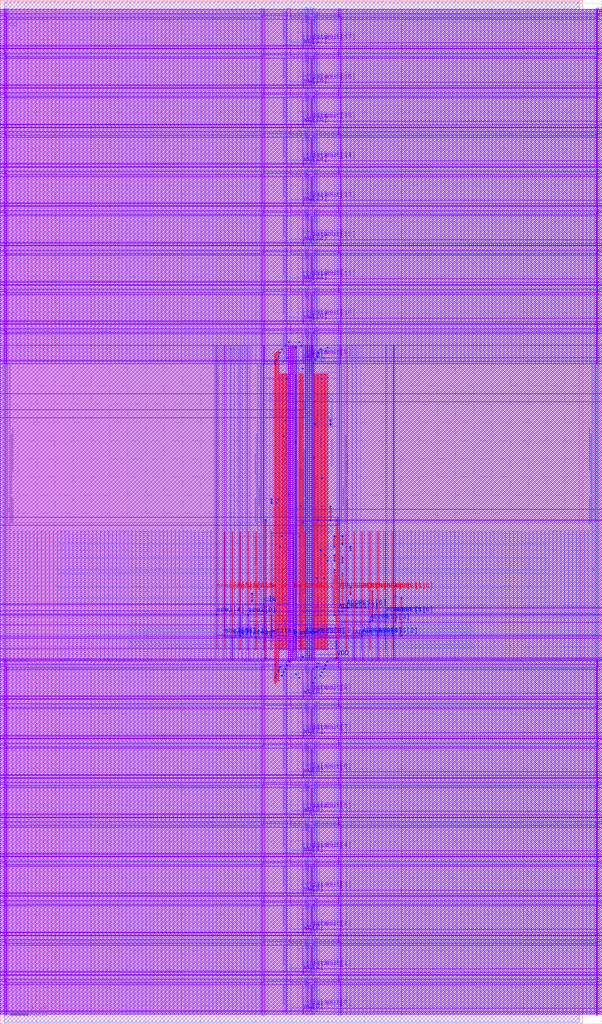
<source format=lef>
VERSION 5.8 ;
BUSBITCHARS "[]" ;
DIVIDERCHAR "/" ;

PROPERTYDEFINITIONS
  MACRO CatenaDesignType STRING ;
END PROPERTYDEFINITIONS

MACRO srambank_128x4x18_6t122
  CLASS BLOCK ;
  ORIGIN 0 0 ;
  FOREIGN srambank_128x4x18_6t122 0 0 ;
  SIZE 16.0 BY 28.080000000000002 ;
  SYMMETRY X Y ;
  SITE coreSite ;
  PIN VDD
    DIRECTION INOUT ;
    USE POWER ;
    PORT
      LAYER M4  ;
        RECT 0.0940 1.1720 16.4420 1.2200 ;
        RECT 0.0940 2.2520 16.4420 2.3000 ;
        RECT 0.0940 3.3320 16.4420 3.3800 ;
        RECT 0.0940 4.4120 16.4420 4.4600 ;
        RECT 0.0940 5.4920 16.4420 5.5400 ;
        RECT 0.0940 6.5720 16.4420 6.6200 ;
        RECT 0.0940 7.6520 16.4420 7.7000 ;
        RECT 0.0940 8.7320 16.4420 8.7800 ;
        RECT 0.0940 9.8120 16.4420 9.8600 ;
        RECT 3.5640 10.2930 12.9600 10.5090 ;
        RECT 9.1970 13.7970 9.3380 13.8210 ;
        RECT 9.0660 10.0130 9.3290 10.0370 ;
        RECT 7.3980 13.4610 9.1260 13.6770 ;
        RECT 7.3980 16.6290 9.1260 16.8450 ;
        RECT 0.0940 19.0190 16.4420 19.0670 ;
        RECT 0.0940 20.0990 16.4420 20.1470 ;
        RECT 0.0940 21.1790 16.4420 21.2270 ;
        RECT 0.0940 22.2590 16.4420 22.3070 ;
        RECT 0.0940 23.3390 16.4420 23.3870 ;
        RECT 0.0940 24.4190 16.4420 24.4670 ;
        RECT 0.0940 25.4990 16.4420 25.5470 ;
        RECT 0.0940 26.5790 16.4420 26.6270 ;
        RECT 0.0940 27.6590 16.4420 27.7070 ;
      LAYER M3  ;
        RECT 16.3940 0.2165 16.4120 1.3765 ;
        RECT 9.2840 0.2170 9.3020 1.3760 ;
        RECT 7.8800 0.2570 7.9700 1.3710 ;
        RECT 7.2320 0.2170 7.2500 1.3760 ;
        RECT 0.1220 0.2165 0.1400 1.3765 ;
        RECT 16.3940 1.2965 16.4120 2.4565 ;
        RECT 9.2840 1.2970 9.3020 2.4560 ;
        RECT 7.8800 1.3370 7.9700 2.4510 ;
        RECT 7.2320 1.2970 7.2500 2.4560 ;
        RECT 0.1220 1.2965 0.1400 2.4565 ;
        RECT 16.3940 2.3765 16.4120 3.5365 ;
        RECT 9.2840 2.3770 9.3020 3.5360 ;
        RECT 7.8800 2.4170 7.9700 3.5310 ;
        RECT 7.2320 2.3770 7.2500 3.5360 ;
        RECT 0.1220 2.3765 0.1400 3.5365 ;
        RECT 16.3940 3.4565 16.4120 4.6165 ;
        RECT 9.2840 3.4570 9.3020 4.6160 ;
        RECT 7.8800 3.4970 7.9700 4.6110 ;
        RECT 7.2320 3.4570 7.2500 4.6160 ;
        RECT 0.1220 3.4565 0.1400 4.6165 ;
        RECT 16.3940 4.5365 16.4120 5.6965 ;
        RECT 9.2840 4.5370 9.3020 5.6960 ;
        RECT 7.8800 4.5770 7.9700 5.6910 ;
        RECT 7.2320 4.5370 7.2500 5.6960 ;
        RECT 0.1220 4.5365 0.1400 5.6965 ;
        RECT 16.3940 5.6165 16.4120 6.7765 ;
        RECT 9.2840 5.6170 9.3020 6.7760 ;
        RECT 7.8800 5.6570 7.9700 6.7710 ;
        RECT 7.2320 5.6170 7.2500 6.7760 ;
        RECT 0.1220 5.6165 0.1400 6.7765 ;
        RECT 16.3940 6.6965 16.4120 7.8565 ;
        RECT 9.2840 6.6970 9.3020 7.8560 ;
        RECT 7.8800 6.7370 7.9700 7.8510 ;
        RECT 7.2320 6.6970 7.2500 7.8560 ;
        RECT 0.1220 6.6965 0.1400 7.8565 ;
        RECT 16.3940 7.7765 16.4120 8.9365 ;
        RECT 9.2840 7.7770 9.3020 8.9360 ;
        RECT 7.8800 7.8170 7.9700 8.9310 ;
        RECT 7.2320 7.7770 7.2500 8.9360 ;
        RECT 0.1220 7.7765 0.1400 8.9365 ;
        RECT 16.3940 8.8565 16.4120 10.0165 ;
        RECT 9.2840 8.8570 9.3020 10.0160 ;
        RECT 7.8800 8.8970 7.9700 10.0110 ;
        RECT 7.2320 8.8570 7.2500 10.0160 ;
        RECT 0.1220 8.8565 0.1400 10.0165 ;
        RECT 16.3890 9.9305 16.4070 18.1375 ;
        RECT 9.2970 13.7500 9.3150 18.0985 ;
        RECT 9.2790 9.9635 9.2970 10.1015 ;
        RECT 7.9110 10.2540 8.1450 17.8370 ;
        RECT 7.8750 17.7540 7.9650 18.1300 ;
        RECT 7.8750 9.9700 7.9650 10.3460 ;
        RECT 0.1170 9.9305 0.1350 18.1375 ;
        RECT 16.3940 18.0635 16.4120 19.2235 ;
        RECT 9.2840 18.0640 9.3020 19.2230 ;
        RECT 7.8800 18.1040 7.9700 19.2180 ;
        RECT 7.2320 18.0640 7.2500 19.2230 ;
        RECT 0.1220 18.0635 0.1400 19.2235 ;
        RECT 16.3940 19.1435 16.4120 20.3035 ;
        RECT 9.2840 19.1440 9.3020 20.3030 ;
        RECT 7.8800 19.1840 7.9700 20.2980 ;
        RECT 7.2320 19.1440 7.2500 20.3030 ;
        RECT 0.1220 19.1435 0.1400 20.3035 ;
        RECT 16.3940 20.2235 16.4120 21.3835 ;
        RECT 9.2840 20.2240 9.3020 21.3830 ;
        RECT 7.8800 20.2640 7.9700 21.3780 ;
        RECT 7.2320 20.2240 7.2500 21.3830 ;
        RECT 0.1220 20.2235 0.1400 21.3835 ;
        RECT 16.3940 21.3035 16.4120 22.4635 ;
        RECT 9.2840 21.3040 9.3020 22.4630 ;
        RECT 7.8800 21.3440 7.9700 22.4580 ;
        RECT 7.2320 21.3040 7.2500 22.4630 ;
        RECT 0.1220 21.3035 0.1400 22.4635 ;
        RECT 16.3940 22.3835 16.4120 23.5435 ;
        RECT 9.2840 22.3840 9.3020 23.5430 ;
        RECT 7.8800 22.4240 7.9700 23.5380 ;
        RECT 7.2320 22.3840 7.2500 23.5430 ;
        RECT 0.1220 22.3835 0.1400 23.5435 ;
        RECT 16.3940 23.4635 16.4120 24.6235 ;
        RECT 9.2840 23.4640 9.3020 24.6230 ;
        RECT 7.8800 23.5040 7.9700 24.6180 ;
        RECT 7.2320 23.4640 7.2500 24.6230 ;
        RECT 0.1220 23.4635 0.1400 24.6235 ;
        RECT 16.3940 24.5435 16.4120 25.7035 ;
        RECT 9.2840 24.5440 9.3020 25.7030 ;
        RECT 7.8800 24.5840 7.9700 25.6980 ;
        RECT 7.2320 24.5440 7.2500 25.7030 ;
        RECT 0.1220 24.5435 0.1400 25.7035 ;
        RECT 16.3940 25.6235 16.4120 26.7835 ;
        RECT 9.2840 25.6240 9.3020 26.7830 ;
        RECT 7.8800 25.6640 7.9700 26.7780 ;
        RECT 7.2320 25.6240 7.2500 26.7830 ;
        RECT 0.1220 25.6235 0.1400 26.7835 ;
        RECT 16.3940 26.7035 16.4120 27.8635 ;
        RECT 9.2840 26.7040 9.3020 27.8630 ;
        RECT 7.8800 26.7440 7.9700 27.8580 ;
        RECT 7.2320 26.7040 7.2500 27.8630 ;
        RECT 0.1220 26.7035 0.1400 27.8635 ;
      LAYER V3  ;
        RECT 0.1220 1.1720 0.1400 1.2200 ;
        RECT 7.2320 1.1720 7.2500 1.2200 ;
        RECT 7.8800 1.1720 7.9700 1.2200 ;
        RECT 9.2840 1.1720 9.3020 1.2200 ;
        RECT 16.3940 1.1720 16.4120 1.2200 ;
        RECT 0.1220 2.2520 0.1400 2.3000 ;
        RECT 7.2320 2.2520 7.2500 2.3000 ;
        RECT 7.8800 2.2520 7.9700 2.3000 ;
        RECT 9.2840 2.2520 9.3020 2.3000 ;
        RECT 16.3940 2.2520 16.4120 2.3000 ;
        RECT 0.1220 3.3320 0.1400 3.3800 ;
        RECT 7.2320 3.3320 7.2500 3.3800 ;
        RECT 7.8800 3.3320 7.9700 3.3800 ;
        RECT 9.2840 3.3320 9.3020 3.3800 ;
        RECT 16.3940 3.3320 16.4120 3.3800 ;
        RECT 0.1220 4.4120 0.1400 4.4600 ;
        RECT 7.2320 4.4120 7.2500 4.4600 ;
        RECT 7.8800 4.4120 7.9700 4.4600 ;
        RECT 9.2840 4.4120 9.3020 4.4600 ;
        RECT 16.3940 4.4120 16.4120 4.4600 ;
        RECT 0.1220 5.4920 0.1400 5.5400 ;
        RECT 7.2320 5.4920 7.2500 5.5400 ;
        RECT 7.8800 5.4920 7.9700 5.5400 ;
        RECT 9.2840 5.4920 9.3020 5.5400 ;
        RECT 16.3940 5.4920 16.4120 5.5400 ;
        RECT 0.1220 6.5720 0.1400 6.6200 ;
        RECT 7.2320 6.5720 7.2500 6.6200 ;
        RECT 7.8800 6.5720 7.9700 6.6200 ;
        RECT 9.2840 6.5720 9.3020 6.6200 ;
        RECT 16.3940 6.5720 16.4120 6.6200 ;
        RECT 0.1220 7.6520 0.1400 7.7000 ;
        RECT 7.2320 7.6520 7.2500 7.7000 ;
        RECT 7.8800 7.6520 7.9700 7.7000 ;
        RECT 9.2840 7.6520 9.3020 7.7000 ;
        RECT 16.3940 7.6520 16.4120 7.7000 ;
        RECT 0.1220 8.7320 0.1400 8.7800 ;
        RECT 7.2320 8.7320 7.2500 8.7800 ;
        RECT 7.8800 8.7320 7.9700 8.7800 ;
        RECT 9.2840 8.7320 9.3020 8.7800 ;
        RECT 16.3940 8.7320 16.4120 8.7800 ;
        RECT 0.1220 9.8120 0.1400 9.8600 ;
        RECT 7.2320 9.8120 7.2500 9.8600 ;
        RECT 7.8800 9.8120 7.9700 9.8600 ;
        RECT 9.2840 9.8120 9.3020 9.8600 ;
        RECT 16.3940 9.8120 16.4120 9.8600 ;
        RECT 7.9150 16.6290 7.9330 16.8450 ;
        RECT 7.9150 13.4610 7.9330 13.6770 ;
        RECT 7.9150 10.2930 7.9330 10.5090 ;
        RECT 7.9670 16.6290 7.9850 16.8450 ;
        RECT 7.9670 13.4610 7.9850 13.6770 ;
        RECT 7.9670 10.2930 7.9850 10.5090 ;
        RECT 8.0190 16.6290 8.0370 16.8450 ;
        RECT 8.0190 13.4610 8.0370 13.6770 ;
        RECT 8.0190 10.2930 8.0370 10.5090 ;
        RECT 8.0710 16.6290 8.0890 16.8450 ;
        RECT 8.0710 13.4610 8.0890 13.6770 ;
        RECT 8.0710 10.2930 8.0890 10.5090 ;
        RECT 8.1230 16.6290 8.1410 16.8450 ;
        RECT 8.1230 13.4610 8.1410 13.6770 ;
        RECT 8.1230 10.2930 8.1410 10.5090 ;
        RECT 9.2790 10.0130 9.2970 10.0370 ;
        RECT 9.2970 13.7970 9.3150 13.8210 ;
        RECT 0.1220 19.0190 0.1400 19.0670 ;
        RECT 7.2320 19.0190 7.2500 19.0670 ;
        RECT 7.8800 19.0190 7.9700 19.0670 ;
        RECT 9.2840 19.0190 9.3020 19.0670 ;
        RECT 16.3940 19.0190 16.4120 19.0670 ;
        RECT 0.1220 20.0990 0.1400 20.1470 ;
        RECT 7.2320 20.0990 7.2500 20.1470 ;
        RECT 7.8800 20.0990 7.9700 20.1470 ;
        RECT 9.2840 20.0990 9.3020 20.1470 ;
        RECT 16.3940 20.0990 16.4120 20.1470 ;
        RECT 0.1220 21.1790 0.1400 21.2270 ;
        RECT 7.2320 21.1790 7.2500 21.2270 ;
        RECT 7.8800 21.1790 7.9700 21.2270 ;
        RECT 9.2840 21.1790 9.3020 21.2270 ;
        RECT 16.3940 21.1790 16.4120 21.2270 ;
        RECT 0.1220 22.2590 0.1400 22.3070 ;
        RECT 7.2320 22.2590 7.2500 22.3070 ;
        RECT 7.8800 22.2590 7.9700 22.3070 ;
        RECT 9.2840 22.2590 9.3020 22.3070 ;
        RECT 16.3940 22.2590 16.4120 22.3070 ;
        RECT 0.1220 23.3390 0.1400 23.3870 ;
        RECT 7.2320 23.3390 7.2500 23.3870 ;
        RECT 7.8800 23.3390 7.9700 23.3870 ;
        RECT 9.2840 23.3390 9.3020 23.3870 ;
        RECT 16.3940 23.3390 16.4120 23.3870 ;
        RECT 0.1220 24.4190 0.1400 24.4670 ;
        RECT 7.2320 24.4190 7.2500 24.4670 ;
        RECT 7.8800 24.4190 7.9700 24.4670 ;
        RECT 9.2840 24.4190 9.3020 24.4670 ;
        RECT 16.3940 24.4190 16.4120 24.4670 ;
        RECT 0.1220 25.4990 0.1400 25.5470 ;
        RECT 7.2320 25.4990 7.2500 25.5470 ;
        RECT 7.8800 25.4990 7.9700 25.5470 ;
        RECT 9.2840 25.4990 9.3020 25.5470 ;
        RECT 16.3940 25.4990 16.4120 25.5470 ;
        RECT 0.1220 26.5790 0.1400 26.6270 ;
        RECT 7.2320 26.5790 7.2500 26.6270 ;
        RECT 7.8800 26.5790 7.9700 26.6270 ;
        RECT 9.2840 26.5790 9.3020 26.6270 ;
        RECT 16.3940 26.5790 16.4120 26.6270 ;
        RECT 0.1220 27.6590 0.1400 27.7070 ;
        RECT 7.2320 27.6590 7.2500 27.7070 ;
        RECT 7.8800 27.6590 7.9700 27.7070 ;
        RECT 9.2840 27.6590 9.3020 27.7070 ;
        RECT 16.3940 27.6590 16.4120 27.7070 ;
      LAYER M5  ;
        RECT 9.2160 9.9950 9.2400 13.8390 ;
      LAYER V4  ;
        RECT 9.2160 13.7970 9.2400 13.8210 ;
        RECT 9.2160 10.2930 9.2400 10.5090 ;
        RECT 9.2160 10.0130 9.2400 10.0370 ;
    END
  END VDD
  PIN VSS
    DIRECTION INOUT ;
    USE POWER ;
    PORT
      LAYER M4  ;
        RECT 0.0940 1.0760 16.4370 1.1240 ;
        RECT 0.0940 2.1560 16.4370 2.2040 ;
        RECT 0.0940 3.2360 16.4370 3.2840 ;
        RECT 0.0940 4.3160 16.4370 4.3640 ;
        RECT 0.0940 5.3960 16.4370 5.4440 ;
        RECT 0.0940 6.4760 16.4370 6.5240 ;
        RECT 0.0940 7.5560 16.4370 7.6040 ;
        RECT 0.0940 8.6360 16.4370 8.6840 ;
        RECT 0.0940 9.7160 16.4370 9.7640 ;
        RECT 3.5640 10.7250 12.9600 10.9410 ;
        RECT 7.3980 13.8930 9.1260 14.1090 ;
        RECT 7.3980 17.0610 9.1260 17.2770 ;
        RECT 0.0940 18.9230 16.4370 18.9710 ;
        RECT 0.0940 20.0030 16.4370 20.0510 ;
        RECT 0.0940 21.0830 16.4370 21.1310 ;
        RECT 0.0940 22.1630 16.4370 22.2110 ;
        RECT 0.0940 23.2430 16.4370 23.2910 ;
        RECT 0.0940 24.3230 16.4370 24.3710 ;
        RECT 0.0940 25.4030 16.4370 25.4510 ;
        RECT 0.0940 26.4830 16.4370 26.5310 ;
        RECT 0.0940 27.5630 16.4370 27.6110 ;
      LAYER M3  ;
        RECT 16.3580 0.2165 16.3760 1.3765 ;
        RECT 9.3380 0.2165 9.3560 1.3765 ;
        RECT 8.5730 0.2530 8.6090 1.3670 ;
        RECT 8.4200 0.2530 8.4470 1.3670 ;
        RECT 7.1780 0.2165 7.1960 1.3765 ;
        RECT 0.1580 0.2165 0.1760 1.3765 ;
        RECT 16.3580 1.2965 16.3760 2.4565 ;
        RECT 9.3380 1.2965 9.3560 2.4565 ;
        RECT 8.5730 1.3330 8.6090 2.4470 ;
        RECT 8.4200 1.3330 8.4470 2.4470 ;
        RECT 7.1780 1.2965 7.1960 2.4565 ;
        RECT 0.1580 1.2965 0.1760 2.4565 ;
        RECT 16.3580 2.3765 16.3760 3.5365 ;
        RECT 9.3380 2.3765 9.3560 3.5365 ;
        RECT 8.5730 2.4130 8.6090 3.5270 ;
        RECT 8.4200 2.4130 8.4470 3.5270 ;
        RECT 7.1780 2.3765 7.1960 3.5365 ;
        RECT 0.1580 2.3765 0.1760 3.5365 ;
        RECT 16.3580 3.4565 16.3760 4.6165 ;
        RECT 9.3380 3.4565 9.3560 4.6165 ;
        RECT 8.5730 3.4930 8.6090 4.6070 ;
        RECT 8.4200 3.4930 8.4470 4.6070 ;
        RECT 7.1780 3.4565 7.1960 4.6165 ;
        RECT 0.1580 3.4565 0.1760 4.6165 ;
        RECT 16.3580 4.5365 16.3760 5.6965 ;
        RECT 9.3380 4.5365 9.3560 5.6965 ;
        RECT 8.5730 4.5730 8.6090 5.6870 ;
        RECT 8.4200 4.5730 8.4470 5.6870 ;
        RECT 7.1780 4.5365 7.1960 5.6965 ;
        RECT 0.1580 4.5365 0.1760 5.6965 ;
        RECT 16.3580 5.6165 16.3760 6.7765 ;
        RECT 9.3380 5.6165 9.3560 6.7765 ;
        RECT 8.5730 5.6530 8.6090 6.7670 ;
        RECT 8.4200 5.6530 8.4470 6.7670 ;
        RECT 7.1780 5.6165 7.1960 6.7765 ;
        RECT 0.1580 5.6165 0.1760 6.7765 ;
        RECT 16.3580 6.6965 16.3760 7.8565 ;
        RECT 9.3380 6.6965 9.3560 7.8565 ;
        RECT 8.5730 6.7330 8.6090 7.8470 ;
        RECT 8.4200 6.7330 8.4470 7.8470 ;
        RECT 7.1780 6.6965 7.1960 7.8565 ;
        RECT 0.1580 6.6965 0.1760 7.8565 ;
        RECT 16.3580 7.7765 16.3760 8.9365 ;
        RECT 9.3380 7.7765 9.3560 8.9365 ;
        RECT 8.5730 7.8130 8.6090 8.9270 ;
        RECT 8.4200 7.8130 8.4470 8.9270 ;
        RECT 7.1780 7.7765 7.1960 8.9365 ;
        RECT 0.1580 7.7765 0.1760 8.9365 ;
        RECT 16.3580 8.8565 16.3760 10.0165 ;
        RECT 9.3380 8.8565 9.3560 10.0165 ;
        RECT 8.5730 8.8930 8.6090 10.0070 ;
        RECT 8.4200 8.8930 8.4470 10.0070 ;
        RECT 7.1780 8.8565 7.1960 10.0165 ;
        RECT 0.1580 8.8565 0.1760 10.0165 ;
        RECT 16.3530 9.9305 16.3710 18.1375 ;
        RECT 9.3330 9.9305 9.3510 18.1375 ;
        RECT 8.3790 10.1540 8.6130 17.8370 ;
        RECT 8.5680 9.9745 8.6040 18.0940 ;
        RECT 8.4150 9.9740 8.4420 18.0940 ;
        RECT 7.1730 9.9305 7.1910 18.1375 ;
        RECT 0.1530 9.9305 0.1710 18.1375 ;
        RECT 16.3580 18.0635 16.3760 19.2235 ;
        RECT 9.3380 18.0635 9.3560 19.2235 ;
        RECT 8.5730 18.1000 8.6090 19.2140 ;
        RECT 8.4200 18.1000 8.4470 19.2140 ;
        RECT 7.1780 18.0635 7.1960 19.2235 ;
        RECT 0.1580 18.0635 0.1760 19.2235 ;
        RECT 16.3580 19.1435 16.3760 20.3035 ;
        RECT 9.3380 19.1435 9.3560 20.3035 ;
        RECT 8.5730 19.1800 8.6090 20.2940 ;
        RECT 8.4200 19.1800 8.4470 20.2940 ;
        RECT 7.1780 19.1435 7.1960 20.3035 ;
        RECT 0.1580 19.1435 0.1760 20.3035 ;
        RECT 16.3580 20.2235 16.3760 21.3835 ;
        RECT 9.3380 20.2235 9.3560 21.3835 ;
        RECT 8.5730 20.2600 8.6090 21.3740 ;
        RECT 8.4200 20.2600 8.4470 21.3740 ;
        RECT 7.1780 20.2235 7.1960 21.3835 ;
        RECT 0.1580 20.2235 0.1760 21.3835 ;
        RECT 16.3580 21.3035 16.3760 22.4635 ;
        RECT 9.3380 21.3035 9.3560 22.4635 ;
        RECT 8.5730 21.3400 8.6090 22.4540 ;
        RECT 8.4200 21.3400 8.4470 22.4540 ;
        RECT 7.1780 21.3035 7.1960 22.4635 ;
        RECT 0.1580 21.3035 0.1760 22.4635 ;
        RECT 16.3580 22.3835 16.3760 23.5435 ;
        RECT 9.3380 22.3835 9.3560 23.5435 ;
        RECT 8.5730 22.4200 8.6090 23.5340 ;
        RECT 8.4200 22.4200 8.4470 23.5340 ;
        RECT 7.1780 22.3835 7.1960 23.5435 ;
        RECT 0.1580 22.3835 0.1760 23.5435 ;
        RECT 16.3580 23.4635 16.3760 24.6235 ;
        RECT 9.3380 23.4635 9.3560 24.6235 ;
        RECT 8.5730 23.5000 8.6090 24.6140 ;
        RECT 8.4200 23.5000 8.4470 24.6140 ;
        RECT 7.1780 23.4635 7.1960 24.6235 ;
        RECT 0.1580 23.4635 0.1760 24.6235 ;
        RECT 16.3580 24.5435 16.3760 25.7035 ;
        RECT 9.3380 24.5435 9.3560 25.7035 ;
        RECT 8.5730 24.5800 8.6090 25.6940 ;
        RECT 8.4200 24.5800 8.4470 25.6940 ;
        RECT 7.1780 24.5435 7.1960 25.7035 ;
        RECT 0.1580 24.5435 0.1760 25.7035 ;
        RECT 16.3580 25.6235 16.3760 26.7835 ;
        RECT 9.3380 25.6235 9.3560 26.7835 ;
        RECT 8.5730 25.6600 8.6090 26.7740 ;
        RECT 8.4200 25.6600 8.4470 26.7740 ;
        RECT 7.1780 25.6235 7.1960 26.7835 ;
        RECT 0.1580 25.6235 0.1760 26.7835 ;
        RECT 16.3580 26.7035 16.3760 27.8635 ;
        RECT 9.3380 26.7035 9.3560 27.8635 ;
        RECT 8.5730 26.7400 8.6090 27.8540 ;
        RECT 8.4200 26.7400 8.4470 27.8540 ;
        RECT 7.1780 26.7035 7.1960 27.8635 ;
        RECT 0.1580 26.7035 0.1760 27.8635 ;
      LAYER V3  ;
        RECT 0.1580 1.0760 0.1760 1.1240 ;
        RECT 7.1780 1.0760 7.1960 1.1240 ;
        RECT 8.4200 1.0760 8.4470 1.1240 ;
        RECT 8.5730 1.0760 8.6090 1.1240 ;
        RECT 9.3380 1.0760 9.3560 1.1240 ;
        RECT 16.3580 1.0760 16.3760 1.1240 ;
        RECT 0.1580 2.1560 0.1760 2.2040 ;
        RECT 7.1780 2.1560 7.1960 2.2040 ;
        RECT 8.4200 2.1560 8.4470 2.2040 ;
        RECT 8.5730 2.1560 8.6090 2.2040 ;
        RECT 9.3380 2.1560 9.3560 2.2040 ;
        RECT 16.3580 2.1560 16.3760 2.2040 ;
        RECT 0.1580 3.2360 0.1760 3.2840 ;
        RECT 7.1780 3.2360 7.1960 3.2840 ;
        RECT 8.4200 3.2360 8.4470 3.2840 ;
        RECT 8.5730 3.2360 8.6090 3.2840 ;
        RECT 9.3380 3.2360 9.3560 3.2840 ;
        RECT 16.3580 3.2360 16.3760 3.2840 ;
        RECT 0.1580 4.3160 0.1760 4.3640 ;
        RECT 7.1780 4.3160 7.1960 4.3640 ;
        RECT 8.4200 4.3160 8.4470 4.3640 ;
        RECT 8.5730 4.3160 8.6090 4.3640 ;
        RECT 9.3380 4.3160 9.3560 4.3640 ;
        RECT 16.3580 4.3160 16.3760 4.3640 ;
        RECT 0.1580 5.3960 0.1760 5.4440 ;
        RECT 7.1780 5.3960 7.1960 5.4440 ;
        RECT 8.4200 5.3960 8.4470 5.4440 ;
        RECT 8.5730 5.3960 8.6090 5.4440 ;
        RECT 9.3380 5.3960 9.3560 5.4440 ;
        RECT 16.3580 5.3960 16.3760 5.4440 ;
        RECT 0.1580 6.4760 0.1760 6.5240 ;
        RECT 7.1780 6.4760 7.1960 6.5240 ;
        RECT 8.4200 6.4760 8.4470 6.5240 ;
        RECT 8.5730 6.4760 8.6090 6.5240 ;
        RECT 9.3380 6.4760 9.3560 6.5240 ;
        RECT 16.3580 6.4760 16.3760 6.5240 ;
        RECT 0.1580 7.5560 0.1760 7.6040 ;
        RECT 7.1780 7.5560 7.1960 7.6040 ;
        RECT 8.4200 7.5560 8.4470 7.6040 ;
        RECT 8.5730 7.5560 8.6090 7.6040 ;
        RECT 9.3380 7.5560 9.3560 7.6040 ;
        RECT 16.3580 7.5560 16.3760 7.6040 ;
        RECT 0.1580 8.6360 0.1760 8.6840 ;
        RECT 7.1780 8.6360 7.1960 8.6840 ;
        RECT 8.4200 8.6360 8.4470 8.6840 ;
        RECT 8.5730 8.6360 8.6090 8.6840 ;
        RECT 9.3380 8.6360 9.3560 8.6840 ;
        RECT 16.3580 8.6360 16.3760 8.6840 ;
        RECT 0.1580 9.7160 0.1760 9.7640 ;
        RECT 7.1780 9.7160 7.1960 9.7640 ;
        RECT 8.4200 9.7160 8.4470 9.7640 ;
        RECT 8.5730 9.7160 8.6090 9.7640 ;
        RECT 9.3380 9.7160 9.3560 9.7640 ;
        RECT 16.3580 9.7160 16.3760 9.7640 ;
        RECT 8.3830 17.0610 8.4010 17.2770 ;
        RECT 8.3830 13.8930 8.4010 14.1090 ;
        RECT 8.3830 10.7250 8.4010 10.9410 ;
        RECT 8.4350 17.0610 8.4530 17.2770 ;
        RECT 8.4350 13.8930 8.4530 14.1090 ;
        RECT 8.4350 10.7250 8.4530 10.9410 ;
        RECT 8.4870 17.0610 8.5050 17.2770 ;
        RECT 8.4870 13.8930 8.5050 14.1090 ;
        RECT 8.4870 10.7250 8.5050 10.9410 ;
        RECT 8.5390 17.0610 8.5570 17.2770 ;
        RECT 8.5390 13.8930 8.5570 14.1090 ;
        RECT 8.5390 10.7250 8.5570 10.9410 ;
        RECT 8.5910 17.0610 8.6090 17.2770 ;
        RECT 8.5910 13.8930 8.6090 14.1090 ;
        RECT 8.5910 10.7250 8.6090 10.9410 ;
        RECT 9.3330 10.7255 9.3510 10.9415 ;
        RECT 0.1580 18.9230 0.1760 18.9710 ;
        RECT 7.1780 18.9230 7.1960 18.9710 ;
        RECT 8.4200 18.9230 8.4470 18.9710 ;
        RECT 8.5730 18.9230 8.6090 18.9710 ;
        RECT 9.3380 18.9230 9.3560 18.9710 ;
        RECT 16.3580 18.9230 16.3760 18.9710 ;
        RECT 0.1580 20.0030 0.1760 20.0510 ;
        RECT 7.1780 20.0030 7.1960 20.0510 ;
        RECT 8.4200 20.0030 8.4470 20.0510 ;
        RECT 8.5730 20.0030 8.6090 20.0510 ;
        RECT 9.3380 20.0030 9.3560 20.0510 ;
        RECT 16.3580 20.0030 16.3760 20.0510 ;
        RECT 0.1580 21.0830 0.1760 21.1310 ;
        RECT 7.1780 21.0830 7.1960 21.1310 ;
        RECT 8.4200 21.0830 8.4470 21.1310 ;
        RECT 8.5730 21.0830 8.6090 21.1310 ;
        RECT 9.3380 21.0830 9.3560 21.1310 ;
        RECT 16.3580 21.0830 16.3760 21.1310 ;
        RECT 0.1580 22.1630 0.1760 22.2110 ;
        RECT 7.1780 22.1630 7.1960 22.2110 ;
        RECT 8.4200 22.1630 8.4470 22.2110 ;
        RECT 8.5730 22.1630 8.6090 22.2110 ;
        RECT 9.3380 22.1630 9.3560 22.2110 ;
        RECT 16.3580 22.1630 16.3760 22.2110 ;
        RECT 0.1580 23.2430 0.1760 23.2910 ;
        RECT 7.1780 23.2430 7.1960 23.2910 ;
        RECT 8.4200 23.2430 8.4470 23.2910 ;
        RECT 8.5730 23.2430 8.6090 23.2910 ;
        RECT 9.3380 23.2430 9.3560 23.2910 ;
        RECT 16.3580 23.2430 16.3760 23.2910 ;
        RECT 0.1580 24.3230 0.1760 24.3710 ;
        RECT 7.1780 24.3230 7.1960 24.3710 ;
        RECT 8.4200 24.3230 8.4470 24.3710 ;
        RECT 8.5730 24.3230 8.6090 24.3710 ;
        RECT 9.3380 24.3230 9.3560 24.3710 ;
        RECT 16.3580 24.3230 16.3760 24.3710 ;
        RECT 0.1580 25.4030 0.1760 25.4510 ;
        RECT 7.1780 25.4030 7.1960 25.4510 ;
        RECT 8.4200 25.4030 8.4470 25.4510 ;
        RECT 8.5730 25.4030 8.6090 25.4510 ;
        RECT 9.3380 25.4030 9.3560 25.4510 ;
        RECT 16.3580 25.4030 16.3760 25.4510 ;
        RECT 0.1580 26.4830 0.1760 26.5310 ;
        RECT 7.1780 26.4830 7.1960 26.5310 ;
        RECT 8.4200 26.4830 8.4470 26.5310 ;
        RECT 8.5730 26.4830 8.6090 26.5310 ;
        RECT 9.3380 26.4830 9.3560 26.5310 ;
        RECT 16.3580 26.4830 16.3760 26.5310 ;
        RECT 0.1580 27.5630 0.1760 27.6110 ;
        RECT 7.1780 27.5630 7.1960 27.6110 ;
        RECT 8.4200 27.5630 8.4470 27.6110 ;
        RECT 8.5730 27.5630 8.6090 27.6110 ;
        RECT 9.3380 27.5630 9.3560 27.6110 ;
        RECT 16.3580 27.5630 16.3760 27.6110 ;
    END
  END VSS
  PIN ADDRESS[0]
    DIRECTION INPUT ;
    USE SIGNAL ;
    PORT
      LAYER M3  ;
        RECT 10.7910 11.1970 10.8090 11.2340 ;
      LAYER M4  ;
        RECT 10.7390 11.2050 10.8230 11.2290 ;
      LAYER M5  ;
        RECT 10.7880 10.2540 10.8120 13.4940 ;
      LAYER V3  ;
        RECT 10.7910 11.2050 10.8090 11.2290 ;
      LAYER V4  ;
        RECT 10.7880 11.2050 10.8120 11.2290 ;
    END
  END ADDRESS[0]
  PIN ADDRESS[1]
    DIRECTION INPUT ;
    USE SIGNAL ;
    PORT
      LAYER M3  ;
        RECT 10.5750 11.2000 10.5930 11.2370 ;
      LAYER M4  ;
        RECT 10.5230 11.2050 10.6070 11.2290 ;
      LAYER M5  ;
        RECT 10.5720 10.2540 10.5960 13.4940 ;
      LAYER V3  ;
        RECT 10.5750 11.2050 10.5930 11.2290 ;
      LAYER V4  ;
        RECT 10.5720 11.2050 10.5960 11.2290 ;
    END
  END ADDRESS[1]
  PIN ADDRESS[2]
    DIRECTION INPUT ;
    USE SIGNAL ;
    PORT
      LAYER M3  ;
        RECT 10.3590 10.6210 10.3770 10.6580 ;
      LAYER M4  ;
        RECT 10.3070 10.6290 10.3910 10.6530 ;
      LAYER M5  ;
        RECT 10.3560 10.2540 10.3800 13.4940 ;
      LAYER V3  ;
        RECT 10.3590 10.6290 10.3770 10.6530 ;
      LAYER V4  ;
        RECT 10.3560 10.6290 10.3800 10.6530 ;
    END
  END ADDRESS[2]
  PIN ADDRESS[3]
    DIRECTION INPUT ;
    USE SIGNAL ;
    PORT
      LAYER M3  ;
        RECT 10.1430 10.8610 10.1610 11.0420 ;
      LAYER M4  ;
        RECT 10.0910 11.0130 10.1750 11.0370 ;
      LAYER M5  ;
        RECT 10.1400 10.2540 10.1640 13.4940 ;
      LAYER V3  ;
        RECT 10.1430 11.0130 10.1610 11.0370 ;
      LAYER V4  ;
        RECT 10.1400 11.0130 10.1640 11.0370 ;
    END
  END ADDRESS[3]
  PIN ADDRESS[4]
    DIRECTION INPUT ;
    USE SIGNAL ;
    PORT
      LAYER M3  ;
        RECT 9.9270 10.6240 9.9450 10.6910 ;
      LAYER M4  ;
        RECT 9.8750 10.6290 9.9590 10.6530 ;
      LAYER M5  ;
        RECT 9.9240 10.2540 9.9480 13.4940 ;
      LAYER V3  ;
        RECT 9.9270 10.6290 9.9450 10.6530 ;
      LAYER V4  ;
        RECT 9.9240 10.6290 9.9480 10.6530 ;
    END
  END ADDRESS[4]
  PIN ADDRESS[5]
    DIRECTION INPUT ;
    USE SIGNAL ;
    PORT
      LAYER M3  ;
        RECT 9.7110 10.3570 9.7290 10.6100 ;
      LAYER M4  ;
        RECT 9.6590 10.5810 9.7430 10.6050 ;
      LAYER M5  ;
        RECT 9.7080 10.2540 9.7320 13.4940 ;
      LAYER V3  ;
        RECT 9.7110 10.5810 9.7290 10.6050 ;
      LAYER V4  ;
        RECT 9.7080 10.5810 9.7320 10.6050 ;
    END
  END ADDRESS[5]
  PIN ADDRESS[6]
    DIRECTION INPUT ;
    USE SIGNAL ;
    PORT
      LAYER M3  ;
        RECT 9.4950 11.3920 9.5130 11.4290 ;
      LAYER M4  ;
        RECT 9.4430 11.3970 9.5270 11.4210 ;
      LAYER M5  ;
        RECT 9.4920 10.2540 9.5160 13.4940 ;
      LAYER V3  ;
        RECT 9.4950 11.3970 9.5130 11.4210 ;
      LAYER V4  ;
        RECT 9.4920 11.3970 9.5160 11.4210 ;
    END
  END ADDRESS[6]
  PIN ADDRESS[7]
    DIRECTION INPUT ;
    USE SIGNAL ;
    PORT
      LAYER M3  ;
        RECT 9.2790 11.2390 9.2970 11.3300 ;
      LAYER M4  ;
        RECT 9.2270 11.3010 9.3110 11.3250 ;
      LAYER M5  ;
        RECT 9.2760 10.2540 9.3000 13.4940 ;
      LAYER V3  ;
        RECT 9.2790 11.3010 9.2970 11.3250 ;
      LAYER V4  ;
        RECT 9.2760 11.3010 9.3000 11.3250 ;
    END
  END ADDRESS[7]
  PIN ADDRESS[8]
    DIRECTION INPUT ;
    USE SIGNAL ;
    PORT
      LAYER M3  ;
        RECT 8.6310 10.6240 8.6490 10.6910 ;
      LAYER M4  ;
        RECT 8.3470 10.6290 8.6600 10.6530 ;
      LAYER M5  ;
        RECT 8.3580 10.2540 8.3820 13.4940 ;
      LAYER V3  ;
        RECT 8.6310 10.6290 8.6490 10.6530 ;
      LAYER V4  ;
        RECT 8.3580 10.6290 8.3820 10.6530 ;
    END
  END ADDRESS[8]
  PIN banksel
    DIRECTION INPUT ;
    USE SIGNAL ;
    PORT
      LAYER M3  ;
        RECT 8.2350 10.3570 8.2530 10.6100 ;
      LAYER M4  ;
        RECT 8.0230 10.5810 8.2640 10.6050 ;
      LAYER M5  ;
        RECT 8.0340 10.2540 8.0580 13.4940 ;
      LAYER V3  ;
        RECT 8.2350 10.5810 8.2530 10.6050 ;
      LAYER V4  ;
        RECT 8.0340 10.5810 8.0580 10.6050 ;
    END
  END banksel
  PIN write
    DIRECTION INPUT ;
    USE SIGNAL ;
    PORT
      LAYER M3  ;
        RECT 7.4430 10.6240 7.4610 10.6910 ;
      LAYER M4  ;
        RECT 7.3910 10.6290 7.4750 10.6530 ;
      LAYER M5  ;
        RECT 7.4400 10.2540 7.4640 13.4940 ;
      LAYER V3  ;
        RECT 7.4430 10.6290 7.4610 10.6530 ;
      LAYER V4  ;
        RECT 7.4400 10.6290 7.4640 10.6530 ;
    END
  END write
  PIN clk
    DIRECTION INPUT ;
    USE SIGNAL ;
    PORT
      LAYER M3  ;
        RECT 7.2270 11.4880 7.2450 11.5370 ;
      LAYER M4  ;
        RECT 7.1750 11.4930 7.2590 11.5170 ;
      LAYER M5  ;
        RECT 7.2240 10.2540 7.2480 13.4940 ;
      LAYER V3  ;
        RECT 7.2270 11.4930 7.2450 11.5170 ;
      LAYER V4  ;
        RECT 7.2240 11.4930 7.2480 11.5170 ;
    END
  END clk
  PIN read
    DIRECTION INPUT ;
    USE SIGNAL ;
    PORT
      LAYER M3  ;
        RECT 7.2630 10.3570 7.2810 10.6100 ;
      LAYER M4  ;
        RECT 6.9970 10.5810 7.2920 10.6050 ;
      LAYER M5  ;
        RECT 7.0080 10.2540 7.0320 13.4940 ;
      LAYER V3  ;
        RECT 7.2630 10.5810 7.2810 10.6050 ;
      LAYER V4  ;
        RECT 7.0080 10.5810 7.0320 10.6050 ;
    END
  END read
  PIN sdel[0]
    DIRECTION INPUT ;
    USE SIGNAL ;
    PORT
      LAYER M3  ;
        RECT 6.7950 11.1970 6.8130 11.2340 ;
      LAYER M4  ;
        RECT 6.7430 11.2050 6.8270 11.2290 ;
      LAYER M5  ;
        RECT 6.7920 10.2540 6.8160 13.4940 ;
      LAYER V3  ;
        RECT 6.7950 11.2050 6.8130 11.2290 ;
      LAYER V4  ;
        RECT 6.7920 11.2050 6.8160 11.2290 ;
    END
  END sdel[0]
  PIN sdel[1]
    DIRECTION INPUT ;
    USE SIGNAL ;
    PORT
      LAYER M3  ;
        RECT 6.5790 10.6240 6.5970 10.8530 ;
      LAYER M4  ;
        RECT 6.5270 10.6290 6.6110 10.6530 ;
      LAYER M5  ;
        RECT 6.5760 10.2540 6.6000 13.4940 ;
      LAYER V3  ;
        RECT 6.5790 10.6290 6.5970 10.6530 ;
      LAYER V4  ;
        RECT 6.5760 10.6290 6.6000 10.6530 ;
    END
  END sdel[1]
  PIN sdel[2]
    DIRECTION INPUT ;
    USE SIGNAL ;
    PORT
      LAYER M3  ;
        RECT 6.3630 10.3570 6.3810 10.6100 ;
      LAYER M4  ;
        RECT 6.3110 10.5810 6.3950 10.6050 ;
      LAYER M5  ;
        RECT 6.3600 10.2540 6.3840 13.4940 ;
      LAYER V3  ;
        RECT 6.3630 10.5810 6.3810 10.6050 ;
      LAYER V4  ;
        RECT 6.3600 10.5810 6.3840 10.6050 ;
    END
  END sdel[2]
  PIN sdel[3]
    DIRECTION INPUT ;
    USE SIGNAL ;
    PORT
      LAYER M3  ;
        RECT 6.1470 10.6210 6.1650 10.6580 ;
      LAYER M4  ;
        RECT 6.0950 10.6290 6.1790 10.6530 ;
      LAYER M5  ;
        RECT 6.1440 10.2540 6.1680 13.4940 ;
      LAYER V3  ;
        RECT 6.1470 10.6290 6.1650 10.6530 ;
      LAYER V4  ;
        RECT 6.1440 10.6290 6.1680 10.6530 ;
    END
  END sdel[3]
  PIN sdel[4]
    DIRECTION INPUT ;
    USE SIGNAL ;
    PORT
      LAYER M3  ;
        RECT 5.9310 11.1970 5.9490 11.2340 ;
      LAYER M4  ;
        RECT 5.8790 11.2050 5.9630 11.2290 ;
      LAYER M5  ;
        RECT 5.9280 10.2540 5.9520 13.4940 ;
      LAYER V3  ;
        RECT 5.9310 11.2050 5.9490 11.2290 ;
      LAYER V4  ;
        RECT 5.9280 11.2050 5.9520 11.2290 ;
    END
  END sdel[4]
  PIN dataout[0]
    DIRECTION OUTPUT ;
    USE SIGNAL ;
    PORT
      LAYER M4  ;
        RECT 7.9490 0.4280 8.5970 0.4520 ;
      LAYER M3  ;
        RECT 8.5370 0.3775 8.5550 0.6170 ;
      LAYER V3  ;
        RECT 8.5370 0.4280 8.5550 0.4520 ;
    END
  END dataout[0]
  PIN wd[0]
    DIRECTION INPUT ;
    USE SIGNAL ;
    PORT
      LAYER M4  ;
        RECT 7.9490 0.3320 8.6650 0.3560 ;
      LAYER M3  ;
        RECT 8.3120 0.2700 8.3300 0.6750 ;
      LAYER V3  ;
        RECT 8.3120 0.3320 8.3300 0.3560 ;
    END
  END wd[0]
  PIN dataout[1]
    DIRECTION OUTPUT ;
    USE SIGNAL ;
    PORT
      LAYER M4  ;
        RECT 7.9490 1.5080 8.5970 1.5320 ;
      LAYER M3  ;
        RECT 8.5370 1.4575 8.5550 1.6970 ;
      LAYER V3  ;
        RECT 8.5370 1.5080 8.5550 1.5320 ;
    END
  END dataout[1]
  PIN wd[1]
    DIRECTION INPUT ;
    USE SIGNAL ;
    PORT
      LAYER M4  ;
        RECT 7.9490 1.4120 8.6650 1.4360 ;
      LAYER M3  ;
        RECT 8.3120 1.3500 8.3300 1.7550 ;
      LAYER V3  ;
        RECT 8.3120 1.4120 8.3300 1.4360 ;
    END
  END wd[1]
  PIN dataout[2]
    DIRECTION OUTPUT ;
    USE SIGNAL ;
    PORT
      LAYER M4  ;
        RECT 7.9490 2.5880 8.5970 2.6120 ;
      LAYER M3  ;
        RECT 8.5370 2.5375 8.5550 2.7770 ;
      LAYER V3  ;
        RECT 8.5370 2.5880 8.5550 2.6120 ;
    END
  END dataout[2]
  PIN wd[2]
    DIRECTION INPUT ;
    USE SIGNAL ;
    PORT
      LAYER M4  ;
        RECT 7.9490 2.4920 8.6650 2.5160 ;
      LAYER M3  ;
        RECT 8.3120 2.4300 8.3300 2.8350 ;
      LAYER V3  ;
        RECT 8.3120 2.4920 8.3300 2.5160 ;
    END
  END wd[2]
  PIN dataout[3]
    DIRECTION OUTPUT ;
    USE SIGNAL ;
    PORT
      LAYER M4  ;
        RECT 7.9490 3.6680 8.5970 3.6920 ;
      LAYER M3  ;
        RECT 8.5370 3.6175 8.5550 3.8570 ;
      LAYER V3  ;
        RECT 8.5370 3.6680 8.5550 3.6920 ;
    END
  END dataout[3]
  PIN wd[3]
    DIRECTION INPUT ;
    USE SIGNAL ;
    PORT
      LAYER M4  ;
        RECT 7.9490 3.5720 8.6650 3.5960 ;
      LAYER M3  ;
        RECT 8.3120 3.5100 8.3300 3.9150 ;
      LAYER V3  ;
        RECT 8.3120 3.5720 8.3300 3.5960 ;
    END
  END wd[3]
  PIN dataout[4]
    DIRECTION OUTPUT ;
    USE SIGNAL ;
    PORT
      LAYER M4  ;
        RECT 7.9490 4.7480 8.5970 4.7720 ;
      LAYER M3  ;
        RECT 8.5370 4.6975 8.5550 4.9370 ;
      LAYER V3  ;
        RECT 8.5370 4.7480 8.5550 4.7720 ;
    END
  END dataout[4]
  PIN wd[4]
    DIRECTION INPUT ;
    USE SIGNAL ;
    PORT
      LAYER M4  ;
        RECT 7.9490 4.6520 8.6650 4.6760 ;
      LAYER M3  ;
        RECT 8.3120 4.5900 8.3300 4.9950 ;
      LAYER V3  ;
        RECT 8.3120 4.6520 8.3300 4.6760 ;
    END
  END wd[4]
  PIN dataout[5]
    DIRECTION OUTPUT ;
    USE SIGNAL ;
    PORT
      LAYER M4  ;
        RECT 7.9490 5.8280 8.5970 5.8520 ;
      LAYER M3  ;
        RECT 8.5370 5.7775 8.5550 6.0170 ;
      LAYER V3  ;
        RECT 8.5370 5.8280 8.5550 5.8520 ;
    END
  END dataout[5]
  PIN wd[5]
    DIRECTION INPUT ;
    USE SIGNAL ;
    PORT
      LAYER M4  ;
        RECT 7.9490 5.7320 8.6650 5.7560 ;
      LAYER M3  ;
        RECT 8.3120 5.6700 8.3300 6.0750 ;
      LAYER V3  ;
        RECT 8.3120 5.7320 8.3300 5.7560 ;
    END
  END wd[5]
  PIN dataout[6]
    DIRECTION OUTPUT ;
    USE SIGNAL ;
    PORT
      LAYER M4  ;
        RECT 7.9490 6.9080 8.5970 6.9320 ;
      LAYER M3  ;
        RECT 8.5370 6.8575 8.5550 7.0970 ;
      LAYER V3  ;
        RECT 8.5370 6.9080 8.5550 6.9320 ;
    END
  END dataout[6]
  PIN wd[6]
    DIRECTION INPUT ;
    USE SIGNAL ;
    PORT
      LAYER M4  ;
        RECT 7.9490 6.8120 8.6650 6.8360 ;
      LAYER M3  ;
        RECT 8.3120 6.7500 8.3300 7.1550 ;
      LAYER V3  ;
        RECT 8.3120 6.8120 8.3300 6.8360 ;
    END
  END wd[6]
  PIN dataout[7]
    DIRECTION OUTPUT ;
    USE SIGNAL ;
    PORT
      LAYER M4  ;
        RECT 7.9490 7.9880 8.5970 8.0120 ;
      LAYER M3  ;
        RECT 8.5370 7.9375 8.5550 8.1770 ;
      LAYER V3  ;
        RECT 8.5370 7.9880 8.5550 8.0120 ;
    END
  END dataout[7]
  PIN wd[7]
    DIRECTION INPUT ;
    USE SIGNAL ;
    PORT
      LAYER M4  ;
        RECT 7.9490 7.8920 8.6650 7.9160 ;
      LAYER M3  ;
        RECT 8.3120 7.8300 8.3300 8.2350 ;
      LAYER V3  ;
        RECT 8.3120 7.8920 8.3300 7.9160 ;
    END
  END wd[7]
  PIN dataout[8]
    DIRECTION OUTPUT ;
    USE SIGNAL ;
    PORT
      LAYER M4  ;
        RECT 7.9490 9.0680 8.5970 9.0920 ;
      LAYER M3  ;
        RECT 8.5370 9.0175 8.5550 9.2570 ;
      LAYER V3  ;
        RECT 8.5370 9.0680 8.5550 9.0920 ;
    END
  END dataout[8]
  PIN wd[8]
    DIRECTION INPUT ;
    USE SIGNAL ;
    PORT
      LAYER M4  ;
        RECT 7.9490 8.9720 8.6650 8.9960 ;
      LAYER M3  ;
        RECT 8.3120 8.9100 8.3300 9.3150 ;
      LAYER V3  ;
        RECT 8.3120 8.9720 8.3300 8.9960 ;
    END
  END wd[8]
  PIN dataout[9]
    DIRECTION OUTPUT ;
    USE SIGNAL ;
    PORT
      LAYER M4  ;
        RECT 7.9490 18.2750 8.5970 18.2990 ;
      LAYER M3  ;
        RECT 8.5370 18.2245 8.5550 18.4640 ;
      LAYER V3  ;
        RECT 8.5370 18.2750 8.5550 18.2990 ;
    END
  END dataout[9]
  PIN wd[9]
    DIRECTION INPUT ;
    USE SIGNAL ;
    PORT
      LAYER M4  ;
        RECT 7.9490 18.1790 8.6650 18.2030 ;
      LAYER M3  ;
        RECT 8.3120 18.1170 8.3300 18.5220 ;
      LAYER V3  ;
        RECT 8.3120 18.1790 8.3300 18.2030 ;
    END
  END wd[9]
  PIN dataout[10]
    DIRECTION OUTPUT ;
    USE SIGNAL ;
    PORT
      LAYER M4  ;
        RECT 7.9490 19.3550 8.5970 19.3790 ;
      LAYER M3  ;
        RECT 8.5370 19.3045 8.5550 19.5440 ;
      LAYER V3  ;
        RECT 8.5370 19.3550 8.5550 19.3790 ;
    END
  END dataout[10]
  PIN wd[10]
    DIRECTION INPUT ;
    USE SIGNAL ;
    PORT
      LAYER M4  ;
        RECT 7.9490 19.2590 8.6650 19.2830 ;
      LAYER M3  ;
        RECT 8.3120 19.1970 8.3300 19.6020 ;
      LAYER V3  ;
        RECT 8.3120 19.2590 8.3300 19.2830 ;
    END
  END wd[10]
  PIN dataout[11]
    DIRECTION OUTPUT ;
    USE SIGNAL ;
    PORT
      LAYER M4  ;
        RECT 7.9490 20.4350 8.5970 20.4590 ;
      LAYER M3  ;
        RECT 8.5370 20.3845 8.5550 20.6240 ;
      LAYER V3  ;
        RECT 8.5370 20.4350 8.5550 20.4590 ;
    END
  END dataout[11]
  PIN wd[11]
    DIRECTION INPUT ;
    USE SIGNAL ;
    PORT
      LAYER M4  ;
        RECT 7.9490 20.3390 8.6650 20.3630 ;
      LAYER M3  ;
        RECT 8.3120 20.2770 8.3300 20.6820 ;
      LAYER V3  ;
        RECT 8.3120 20.3390 8.3300 20.3630 ;
    END
  END wd[11]
  PIN dataout[12]
    DIRECTION OUTPUT ;
    USE SIGNAL ;
    PORT
      LAYER M4  ;
        RECT 7.9490 21.5150 8.5970 21.5390 ;
      LAYER M3  ;
        RECT 8.5370 21.4645 8.5550 21.7040 ;
      LAYER V3  ;
        RECT 8.5370 21.5150 8.5550 21.5390 ;
    END
  END dataout[12]
  PIN wd[12]
    DIRECTION INPUT ;
    USE SIGNAL ;
    PORT
      LAYER M4  ;
        RECT 7.9490 21.4190 8.6650 21.4430 ;
      LAYER M3  ;
        RECT 8.3120 21.3570 8.3300 21.7620 ;
      LAYER V3  ;
        RECT 8.3120 21.4190 8.3300 21.4430 ;
    END
  END wd[12]
  PIN dataout[13]
    DIRECTION OUTPUT ;
    USE SIGNAL ;
    PORT
      LAYER M4  ;
        RECT 7.9490 22.5950 8.5970 22.6190 ;
      LAYER M3  ;
        RECT 8.5370 22.5445 8.5550 22.7840 ;
      LAYER V3  ;
        RECT 8.5370 22.5950 8.5550 22.6190 ;
    END
  END dataout[13]
  PIN wd[13]
    DIRECTION INPUT ;
    USE SIGNAL ;
    PORT
      LAYER M4  ;
        RECT 7.9490 22.4990 8.6650 22.5230 ;
      LAYER M3  ;
        RECT 8.3120 22.4370 8.3300 22.8420 ;
      LAYER V3  ;
        RECT 8.3120 22.4990 8.3300 22.5230 ;
    END
  END wd[13]
  PIN dataout[14]
    DIRECTION OUTPUT ;
    USE SIGNAL ;
    PORT
      LAYER M4  ;
        RECT 7.9490 23.6750 8.5970 23.6990 ;
      LAYER M3  ;
        RECT 8.5370 23.6245 8.5550 23.8640 ;
      LAYER V3  ;
        RECT 8.5370 23.6750 8.5550 23.6990 ;
    END
  END dataout[14]
  PIN wd[14]
    DIRECTION INPUT ;
    USE SIGNAL ;
    PORT
      LAYER M4  ;
        RECT 7.9490 23.5790 8.6650 23.6030 ;
      LAYER M3  ;
        RECT 8.3120 23.5170 8.3300 23.9220 ;
      LAYER V3  ;
        RECT 8.3120 23.5790 8.3300 23.6030 ;
    END
  END wd[14]
  PIN dataout[15]
    DIRECTION OUTPUT ;
    USE SIGNAL ;
    PORT
      LAYER M4  ;
        RECT 7.9490 24.7550 8.5970 24.7790 ;
      LAYER M3  ;
        RECT 8.5370 24.7045 8.5550 24.9440 ;
      LAYER V3  ;
        RECT 8.5370 24.7550 8.5550 24.7790 ;
    END
  END dataout[15]
  PIN wd[15]
    DIRECTION INPUT ;
    USE SIGNAL ;
    PORT
      LAYER M4  ;
        RECT 7.9490 24.6590 8.6650 24.6830 ;
      LAYER M3  ;
        RECT 8.3120 24.5970 8.3300 25.0020 ;
      LAYER V3  ;
        RECT 8.3120 24.6590 8.3300 24.6830 ;
    END
  END wd[15]
  PIN dataout[16]
    DIRECTION OUTPUT ;
    USE SIGNAL ;
    PORT
      LAYER M4  ;
        RECT 7.9490 25.8350 8.5970 25.8590 ;
      LAYER M3  ;
        RECT 8.5370 25.7845 8.5550 26.0240 ;
      LAYER V3  ;
        RECT 8.5370 25.8350 8.5550 25.8590 ;
    END
  END dataout[16]
  PIN wd[16]
    DIRECTION INPUT ;
    USE SIGNAL ;
    PORT
      LAYER M4  ;
        RECT 7.9490 25.7390 8.6650 25.7630 ;
      LAYER M3  ;
        RECT 8.3120 25.6770 8.3300 26.0820 ;
      LAYER V3  ;
        RECT 8.3120 25.7390 8.3300 25.7630 ;
    END
  END wd[16]
  PIN dataout[17]
    DIRECTION OUTPUT ;
    USE SIGNAL ;
    PORT
      LAYER M4  ;
        RECT 7.9490 26.9150 8.5970 26.9390 ;
      LAYER M3  ;
        RECT 8.5370 26.8645 8.5550 27.1040 ;
      LAYER V3  ;
        RECT 8.5370 26.9150 8.5550 26.9390 ;
    END
  END dataout[17]
  PIN wd[17]
    DIRECTION INPUT ;
    USE SIGNAL ;
    PORT
      LAYER M4  ;
        RECT 7.9490 26.8190 8.6650 26.8430 ;
      LAYER M3  ;
        RECT 8.3120 26.7570 8.3300 27.1620 ;
      LAYER V3  ;
        RECT 8.3120 26.8190 8.3300 26.8430 ;
    END
  END wd[17]
OBS
  LAYER M1 SPACING 0.018  ;
      RECT 0.0050 0.2565 16.5290 1.3500 ;
      RECT 0.0050 1.3365 16.5290 2.4300 ;
      RECT 0.0050 2.4165 16.5290 3.5100 ;
      RECT 0.0050 3.4965 16.5290 4.5900 ;
      RECT 0.0050 4.5765 16.5290 5.6700 ;
      RECT 0.0050 5.6565 16.5290 6.7500 ;
      RECT 0.0050 6.7365 16.5290 7.8300 ;
      RECT 0.0050 7.8165 16.5290 8.9100 ;
      RECT 0.0050 8.8965 16.5290 9.9900 ;
      RECT 0.0000 9.9570 16.5240 18.6105 ;
        RECT 0.0050 18.1035 16.5290 19.1970 ;
        RECT 0.0050 19.1835 16.5290 20.2770 ;
        RECT 0.0050 20.2635 16.5290 21.3570 ;
        RECT 0.0050 21.3435 16.5290 22.4370 ;
        RECT 0.0050 22.4235 16.5290 23.5170 ;
        RECT 0.0050 23.5035 16.5290 24.5970 ;
        RECT 0.0050 24.5835 16.5290 25.6770 ;
        RECT 0.0050 25.6635 16.5290 26.7570 ;
        RECT 0.0050 26.7435 16.5290 27.8370 ;
  LAYER M2 SPACING 0.018  ;
      RECT 0.0050 0.2565 16.5290 1.3500 ;
      RECT 0.0050 1.3365 16.5290 2.4300 ;
      RECT 0.0050 2.4165 16.5290 3.5100 ;
      RECT 0.0050 3.4965 16.5290 4.5900 ;
      RECT 0.0050 4.5765 16.5290 5.6700 ;
      RECT 0.0050 5.6565 16.5290 6.7500 ;
      RECT 0.0050 6.7365 16.5290 7.8300 ;
      RECT 0.0050 7.8165 16.5290 8.9100 ;
      RECT 0.0050 8.8965 16.5290 9.9900 ;
      RECT 0.0000 9.9570 16.5240 18.6105 ;
        RECT 0.0050 18.1035 16.5290 19.1970 ;
        RECT 0.0050 19.1835 16.5290 20.2770 ;
        RECT 0.0050 20.2635 16.5290 21.3570 ;
        RECT 0.0050 21.3435 16.5290 22.4370 ;
        RECT 0.0050 22.4235 16.5290 23.5170 ;
        RECT 0.0050 23.5035 16.5290 24.5970 ;
        RECT 0.0050 24.5835 16.5290 25.6770 ;
        RECT 0.0050 25.6635 16.5290 26.7570 ;
        RECT 0.0050 26.7435 16.5290 27.8370 ;
  LAYER V1 SPACING 0.018  ;
      RECT 0.0050 0.2565 16.5290 1.3500 ;
      RECT 0.0050 1.3365 16.5290 2.4300 ;
      RECT 0.0050 2.4165 16.5290 3.5100 ;
      RECT 0.0050 3.4965 16.5290 4.5900 ;
      RECT 0.0050 4.5765 16.5290 5.6700 ;
      RECT 0.0050 5.6565 16.5290 6.7500 ;
      RECT 0.0050 6.7365 16.5290 7.8300 ;
      RECT 0.0050 7.8165 16.5290 8.9100 ;
      RECT 0.0050 8.8965 16.5290 9.9900 ;
      RECT 0.0000 9.9570 16.5240 18.6105 ;
        RECT 0.0050 18.1035 16.5290 19.1970 ;
        RECT 0.0050 19.1835 16.5290 20.2770 ;
        RECT 0.0050 20.2635 16.5290 21.3570 ;
        RECT 0.0050 21.3435 16.5290 22.4370 ;
        RECT 0.0050 22.4235 16.5290 23.5170 ;
        RECT 0.0050 23.5035 16.5290 24.5970 ;
        RECT 0.0050 24.5835 16.5290 25.6770 ;
        RECT 0.0050 25.6635 16.5290 26.7570 ;
        RECT 0.0050 26.7435 16.5290 27.8370 ;
  LAYER V2 SPACING 0.018  ;
      RECT 0.0050 0.2565 16.5290 1.3500 ;
      RECT 0.0050 1.3365 16.5290 2.4300 ;
      RECT 0.0050 2.4165 16.5290 3.5100 ;
      RECT 0.0050 3.4965 16.5290 4.5900 ;
      RECT 0.0050 4.5765 16.5290 5.6700 ;
      RECT 0.0050 5.6565 16.5290 6.7500 ;
      RECT 0.0050 6.7365 16.5290 7.8300 ;
      RECT 0.0050 7.8165 16.5290 8.9100 ;
      RECT 0.0050 8.8965 16.5290 9.9900 ;
      RECT 0.0000 9.9570 16.5240 18.6105 ;
        RECT 0.0050 18.1035 16.5290 19.1970 ;
        RECT 0.0050 19.1835 16.5290 20.2770 ;
        RECT 0.0050 20.2635 16.5290 21.3570 ;
        RECT 0.0050 21.3435 16.5290 22.4370 ;
        RECT 0.0050 22.4235 16.5290 23.5170 ;
        RECT 0.0050 23.5035 16.5290 24.5970 ;
        RECT 0.0050 24.5835 16.5290 25.6770 ;
        RECT 0.0050 25.6635 16.5290 26.7570 ;
        RECT 0.0050 26.7435 16.5290 27.8370 ;
  LAYER M3  ;
      RECT 8.6990 0.3450 8.7170 1.2805 ;
      RECT 8.6630 0.3450 8.6810 1.2805 ;
      RECT 8.6270 0.9220 8.6450 1.2445 ;
      RECT 8.5100 1.1190 8.5280 1.2285 ;
      RECT 8.5010 0.3775 8.5190 0.6170 ;
      RECT 8.4650 0.9585 8.4830 1.1120 ;
      RECT 8.3840 0.9840 8.4020 1.2420 ;
      RECT 7.8440 0.3450 7.8620 1.2805 ;
      RECT 7.8080 0.3450 7.8260 1.2805 ;
      RECT 7.7720 0.5260 7.7900 1.0940 ;
      RECT 8.6990 1.4250 8.7170 2.3605 ;
      RECT 8.6630 1.4250 8.6810 2.3605 ;
      RECT 8.6270 2.0020 8.6450 2.3245 ;
      RECT 8.5100 2.1990 8.5280 2.3085 ;
      RECT 8.5010 1.4575 8.5190 1.6970 ;
      RECT 8.4650 2.0385 8.4830 2.1920 ;
      RECT 8.3840 2.0640 8.4020 2.3220 ;
      RECT 7.8440 1.4250 7.8620 2.3605 ;
      RECT 7.8080 1.4250 7.8260 2.3605 ;
      RECT 7.7720 1.6060 7.7900 2.1740 ;
      RECT 8.6990 2.5050 8.7170 3.4405 ;
      RECT 8.6630 2.5050 8.6810 3.4405 ;
      RECT 8.6270 3.0820 8.6450 3.4045 ;
      RECT 8.5100 3.2790 8.5280 3.3885 ;
      RECT 8.5010 2.5375 8.5190 2.7770 ;
      RECT 8.4650 3.1185 8.4830 3.2720 ;
      RECT 8.3840 3.1440 8.4020 3.4020 ;
      RECT 7.8440 2.5050 7.8620 3.4405 ;
      RECT 7.8080 2.5050 7.8260 3.4405 ;
      RECT 7.7720 2.6860 7.7900 3.2540 ;
      RECT 8.6990 3.5850 8.7170 4.5205 ;
      RECT 8.6630 3.5850 8.6810 4.5205 ;
      RECT 8.6270 4.1620 8.6450 4.4845 ;
      RECT 8.5100 4.3590 8.5280 4.4685 ;
      RECT 8.5010 3.6175 8.5190 3.8570 ;
      RECT 8.4650 4.1985 8.4830 4.3520 ;
      RECT 8.3840 4.2240 8.4020 4.4820 ;
      RECT 7.8440 3.5850 7.8620 4.5205 ;
      RECT 7.8080 3.5850 7.8260 4.5205 ;
      RECT 7.7720 3.7660 7.7900 4.3340 ;
      RECT 8.6990 4.6650 8.7170 5.6005 ;
      RECT 8.6630 4.6650 8.6810 5.6005 ;
      RECT 8.6270 5.2420 8.6450 5.5645 ;
      RECT 8.5100 5.4390 8.5280 5.5485 ;
      RECT 8.5010 4.6975 8.5190 4.9370 ;
      RECT 8.4650 5.2785 8.4830 5.4320 ;
      RECT 8.3840 5.3040 8.4020 5.5620 ;
      RECT 7.8440 4.6650 7.8620 5.6005 ;
      RECT 7.8080 4.6650 7.8260 5.6005 ;
      RECT 7.7720 4.8460 7.7900 5.4140 ;
      RECT 8.6990 5.7450 8.7170 6.6805 ;
      RECT 8.6630 5.7450 8.6810 6.6805 ;
      RECT 8.6270 6.3220 8.6450 6.6445 ;
      RECT 8.5100 6.5190 8.5280 6.6285 ;
      RECT 8.5010 5.7775 8.5190 6.0170 ;
      RECT 8.4650 6.3585 8.4830 6.5120 ;
      RECT 8.3840 6.3840 8.4020 6.6420 ;
      RECT 7.8440 5.7450 7.8620 6.6805 ;
      RECT 7.8080 5.7450 7.8260 6.6805 ;
      RECT 7.7720 5.9260 7.7900 6.4940 ;
      RECT 8.6990 6.8250 8.7170 7.7605 ;
      RECT 8.6630 6.8250 8.6810 7.7605 ;
      RECT 8.6270 7.4020 8.6450 7.7245 ;
      RECT 8.5100 7.5990 8.5280 7.7085 ;
      RECT 8.5010 6.8575 8.5190 7.0970 ;
      RECT 8.4650 7.4385 8.4830 7.5920 ;
      RECT 8.3840 7.4640 8.4020 7.7220 ;
      RECT 7.8440 6.8250 7.8620 7.7605 ;
      RECT 7.8080 6.8250 7.8260 7.7605 ;
      RECT 7.7720 7.0060 7.7900 7.5740 ;
      RECT 8.6990 7.9050 8.7170 8.8405 ;
      RECT 8.6630 7.9050 8.6810 8.8405 ;
      RECT 8.6270 8.4820 8.6450 8.8045 ;
      RECT 8.5100 8.6790 8.5280 8.7885 ;
      RECT 8.5010 7.9375 8.5190 8.1770 ;
      RECT 8.4650 8.5185 8.4830 8.6720 ;
      RECT 8.3840 8.5440 8.4020 8.8020 ;
      RECT 7.8440 7.9050 7.8620 8.8405 ;
      RECT 7.8080 7.9050 7.8260 8.8405 ;
      RECT 7.7720 8.0860 7.7900 8.6540 ;
      RECT 8.6990 8.9850 8.7170 9.9205 ;
      RECT 8.6630 8.9850 8.6810 9.9205 ;
      RECT 8.6270 9.5620 8.6450 9.8845 ;
      RECT 8.5100 9.7590 8.5280 9.8685 ;
      RECT 8.5010 9.0175 8.5190 9.2570 ;
      RECT 8.4650 9.5985 8.4830 9.7520 ;
      RECT 8.3840 9.6240 8.4020 9.8820 ;
      RECT 7.8440 8.9850 7.8620 9.9205 ;
      RECT 7.8080 8.9850 7.8260 9.9205 ;
      RECT 7.7720 9.1660 7.7900 9.7340 ;
      RECT 16.3170 13.7500 16.3350 18.1040 ;
      RECT 16.2810 12.4350 16.2990 12.5040 ;
      RECT 16.2810 14.0550 16.2990 14.1380 ;
      RECT 16.2450 9.9305 16.2630 18.1375 ;
      RECT 16.2090 13.7825 16.2270 14.4725 ;
      RECT 16.2090 14.5235 16.2270 15.5100 ;
      RECT 16.2090 15.5500 16.2270 16.1670 ;
      RECT 16.1730 13.7190 16.1910 14.4238 ;
      RECT 16.1730 15.1770 16.1910 16.3470 ;
      RECT 16.1370 9.9305 16.1550 13.5270 ;
      RECT 16.0290 9.9305 16.0470 13.5270 ;
      RECT 15.9210 9.9305 15.9390 13.5270 ;
      RECT 15.8130 9.9305 15.8310 13.5270 ;
      RECT 15.7050 9.9305 15.7230 13.5270 ;
      RECT 15.5970 9.9305 15.6150 13.5270 ;
      RECT 15.4890 9.9305 15.5070 13.5270 ;
      RECT 15.3810 9.9305 15.3990 13.5270 ;
      RECT 15.2730 9.9305 15.2910 13.5270 ;
      RECT 15.1650 9.9305 15.1830 13.5270 ;
      RECT 15.0570 9.9305 15.0750 13.5270 ;
      RECT 14.9490 9.9305 14.9670 13.5270 ;
      RECT 14.8410 9.9305 14.8590 13.5270 ;
      RECT 14.7330 9.9305 14.7510 13.5270 ;
      RECT 14.6250 9.9305 14.6430 13.5270 ;
      RECT 14.5170 9.9305 14.5350 13.5270 ;
      RECT 14.4090 9.9305 14.4270 13.5270 ;
      RECT 14.3010 9.9305 14.3190 13.5270 ;
      RECT 14.1930 9.9305 14.2110 13.5270 ;
      RECT 14.0850 9.9305 14.1030 13.5270 ;
      RECT 13.9770 9.9305 13.9950 13.5270 ;
      RECT 13.8690 9.9305 13.8870 13.5270 ;
      RECT 13.7610 9.9305 13.7790 13.5270 ;
      RECT 13.6530 9.9305 13.6710 13.5270 ;
      RECT 13.5450 9.9305 13.5630 13.5270 ;
      RECT 13.4370 9.9305 13.4550 13.5270 ;
      RECT 13.3290 9.9305 13.3470 13.5270 ;
      RECT 13.2210 9.9305 13.2390 13.5270 ;
      RECT 13.1130 9.9305 13.1310 13.5270 ;
      RECT 13.0050 9.9305 13.0230 13.5270 ;
      RECT 12.8970 9.9305 12.9150 13.5270 ;
      RECT 12.7890 9.9305 12.8070 13.5270 ;
      RECT 12.6810 9.9305 12.6990 13.5270 ;
      RECT 12.5730 9.9305 12.5910 13.5270 ;
      RECT 12.4650 9.9305 12.4830 13.5270 ;
      RECT 12.3570 9.9305 12.3750 13.5270 ;
      RECT 12.2490 9.9305 12.2670 13.5270 ;
      RECT 12.1410 9.9305 12.1590 13.5270 ;
      RECT 12.0330 9.9305 12.0510 13.5270 ;
      RECT 11.9250 9.9305 11.9430 13.5270 ;
      RECT 11.8170 9.9305 11.8350 13.5270 ;
      RECT 11.7090 9.9305 11.7270 13.5270 ;
      RECT 11.6010 9.9305 11.6190 13.5270 ;
      RECT 11.4930 9.9305 11.5110 13.5270 ;
      RECT 11.3850 9.9305 11.4030 13.5270 ;
      RECT 11.2770 9.9305 11.2950 13.5270 ;
      RECT 11.1690 9.9305 11.1870 13.5270 ;
      RECT 11.0610 9.9305 11.0790 13.5270 ;
      RECT 10.9530 9.9305 10.9710 13.5270 ;
      RECT 10.8450 9.9305 10.8630 13.5270 ;
      RECT 10.7370 9.9305 10.7550 13.5270 ;
      RECT 10.6290 9.9305 10.6470 13.5270 ;
      RECT 10.5210 9.9305 10.5390 13.5270 ;
      RECT 10.4130 9.9305 10.4310 13.5270 ;
      RECT 10.3050 9.9305 10.3230 13.5270 ;
      RECT 10.1970 9.9305 10.2150 13.5270 ;
      RECT 10.0890 9.9305 10.1070 13.5270 ;
      RECT 9.9810 9.9305 9.9990 13.5270 ;
      RECT 9.8730 9.9305 9.8910 13.5270 ;
      RECT 9.7650 9.9305 9.7830 13.5270 ;
      RECT 9.6570 9.9305 9.6750 13.5270 ;
      RECT 9.5490 9.9305 9.5670 13.5270 ;
      RECT 9.5130 13.7855 9.5310 14.4275 ;
      RECT 9.5130 15.1050 9.5310 15.6370 ;
      RECT 9.4950 10.5910 9.5130 11.2670 ;
      RECT 9.4950 12.0130 9.5130 12.3110 ;
      RECT 9.4950 13.1290 9.5130 13.3910 ;
      RECT 9.4770 13.7000 9.4950 14.4725 ;
      RECT 9.4770 14.5237 9.4950 15.0150 ;
      RECT 9.4770 15.0600 9.4950 15.4310 ;
      RECT 9.4770 15.5070 9.4950 16.1670 ;
      RECT 9.4410 9.9305 9.4590 18.1375 ;
      RECT 9.4050 14.2430 9.4230 14.7075 ;
      RECT 9.3870 10.6990 9.4050 11.3300 ;
      RECT 9.3870 11.7430 9.4050 11.9330 ;
      RECT 9.3870 12.6250 9.4050 12.6740 ;
      RECT 9.3870 13.3570 9.4050 13.3940 ;
      RECT 9.3690 13.7500 9.3870 18.0995 ;
      RECT 9.2790 10.3210 9.2970 11.1230 ;
      RECT 9.2790 11.6710 9.2970 12.2390 ;
      RECT 9.2430 11.7430 9.2610 12.1130 ;
      RECT 9.2070 11.0950 9.2250 11.2310 ;
      RECT 9.2070 12.0850 9.2250 12.3110 ;
      RECT 9.2070 13.3270 9.2250 13.3910 ;
      RECT 9.1710 11.1970 9.1890 11.2340 ;
      RECT 9.1710 12.8230 9.1890 12.8660 ;
      RECT 9.1710 13.3570 9.1890 13.3940 ;
      RECT 9.1350 11.5090 9.1530 12.0050 ;
      RECT 9.1350 12.0490 9.1530 12.2390 ;
      RECT 9.1350 13.0090 9.1530 13.3190 ;
      RECT 9.0990 11.4010 9.1170 12.6480 ;
      RECT 9.0990 15.2890 9.1170 16.0190 ;
      RECT 9.0990 16.3690 9.1170 17.0990 ;
      RECT 8.7750 11.1310 8.7930 11.4290 ;
      RECT 8.7750 12.3190 8.7930 12.3830 ;
      RECT 8.7750 12.5890 8.7930 13.0490 ;
      RECT 8.7750 13.7890 8.7930 13.8260 ;
      RECT 8.7750 15.8290 8.7930 16.1270 ;
      RECT 8.7390 11.2030 8.7570 11.7080 ;
      RECT 8.7390 11.9770 8.7570 12.7790 ;
      RECT 8.7390 13.8220 8.7570 14.0930 ;
      RECT 8.7390 14.1730 8.7570 14.3990 ;
      RECT 8.7030 11.1310 8.7210 11.8070 ;
      RECT 8.7030 11.9050 8.7210 12.2390 ;
      RECT 8.7030 12.4450 8.7210 12.5810 ;
      RECT 8.7030 13.1290 8.7210 13.9310 ;
      RECT 8.7030 14.3650 8.7210 14.4020 ;
      RECT 8.7030 16.5310 8.7210 16.8650 ;
      RECT 8.6670 11.3650 8.6850 11.5010 ;
      RECT 8.6670 13.2550 8.6850 14.2370 ;
      RECT 8.6670 14.6770 8.6850 14.9750 ;
      RECT 8.6670 16.3690 8.6850 16.6310 ;
      RECT 8.6310 10.4290 8.6490 10.5830 ;
      RECT 8.6310 11.2390 8.6490 13.0250 ;
      RECT 8.6310 14.0650 8.6490 16.3970 ;
      RECT 8.6310 16.6030 8.6490 17.7110 ;
      RECT 8.3430 10.6990 8.3610 10.9610 ;
      RECT 8.3430 11.0950 8.3610 11.1590 ;
      RECT 8.3430 11.2390 8.3610 11.4650 ;
      RECT 8.3430 11.5090 8.3610 11.6990 ;
      RECT 8.3430 11.7790 8.3610 14.3990 ;
      RECT 8.3430 14.4430 8.3610 15.7490 ;
      RECT 8.3430 16.8370 8.3610 17.0990 ;
      RECT 8.3070 11.6980 8.3250 11.9690 ;
      RECT 8.3070 12.0490 8.3250 12.8870 ;
      RECT 8.3070 13.0570 8.3250 13.8950 ;
      RECT 8.3070 13.9390 8.3250 15.2090 ;
      RECT 8.3070 15.4150 8.3250 15.5870 ;
      RECT 8.3070 16.2970 8.3250 17.3690 ;
      RECT 8.2710 11.7790 8.2890 12.0500 ;
      RECT 8.2710 12.2050 8.2890 12.2420 ;
      RECT 8.2710 12.9850 8.2890 13.9670 ;
      RECT 8.2710 14.2090 8.2890 14.6690 ;
      RECT 8.2710 15.0190 8.2890 15.7580 ;
      RECT 8.2350 10.8970 8.2530 11.9690 ;
      RECT 8.2350 13.5610 8.2530 13.7780 ;
      RECT 8.2350 14.9470 8.2530 15.2450 ;
      RECT 8.1990 11.5450 8.2170 12.0050 ;
      RECT 8.1990 13.1290 8.2170 13.3190 ;
      RECT 8.1990 13.3600 8.2170 13.3970 ;
      RECT 8.1990 13.6330 8.2170 13.9670 ;
      RECT 8.1990 14.1010 8.2170 15.4430 ;
      RECT 8.1990 15.5500 8.2170 16.6670 ;
      RECT 8.1630 10.9690 8.1810 11.1590 ;
      RECT 8.1630 11.3650 8.1810 11.5010 ;
      RECT 8.1630 11.7790 8.1810 14.9390 ;
      RECT 8.1630 15.0190 8.1810 15.4790 ;
      RECT 8.1630 16.0990 8.1810 16.5590 ;
      RECT 8.1630 17.4130 8.1810 17.6390 ;
      RECT 8.1270 9.9570 8.1450 10.1110 ;
      RECT 8.1270 17.9520 8.1450 18.1180 ;
      RECT 8.0910 9.9570 8.1090 10.0070 ;
      RECT 8.0190 9.9570 8.0370 10.0285 ;
      RECT 8.0190 18.0215 8.0370 18.1375 ;
      RECT 7.8750 11.4730 7.8930 11.6630 ;
      RECT 7.8750 12.2110 7.8930 12.5810 ;
      RECT 7.8750 14.1730 7.8930 14.3990 ;
      RECT 7.8750 14.7130 7.8930 15.8570 ;
      RECT 7.8750 16.6390 7.8930 17.0990 ;
      RECT 7.8750 17.6770 7.8930 17.7140 ;
      RECT 7.8390 10.4290 7.8570 10.9250 ;
      RECT 7.8390 14.5090 7.8570 14.5460 ;
      RECT 7.8390 15.5860 7.8570 16.3970 ;
      RECT 7.8030 10.8970 7.8210 11.1590 ;
      RECT 7.8030 11.4370 7.8210 11.7710 ;
      RECT 7.8030 11.9770 7.8210 12.0770 ;
      RECT 7.8030 12.8590 7.8210 15.6230 ;
      RECT 7.8030 15.7570 7.8210 15.9830 ;
      RECT 7.7670 10.5550 7.7850 11.6990 ;
      RECT 7.7670 15.2890 7.7850 15.4790 ;
      RECT 7.7670 16.0930 7.7850 16.1300 ;
      RECT 7.7670 16.3690 7.7850 17.1710 ;
      RECT 7.7310 11.5090 7.7490 12.5090 ;
      RECT 7.7310 15.9490 7.7490 15.9860 ;
      RECT 7.3710 11.0950 7.3890 11.5010 ;
      RECT 7.2990 11.1310 7.3170 11.7350 ;
      RECT 7.2630 10.9690 7.2810 11.0330 ;
      RECT 7.2270 10.0100 7.2450 10.0610 ;
      RECT 7.2270 13.1290 7.2450 13.3190 ;
      RECT 7.2090 13.7500 7.2270 18.0985 ;
      RECT 7.1370 13.7500 7.1550 18.0995 ;
      RECT 7.1190 10.4290 7.1370 10.6190 ;
      RECT 7.1190 11.2030 7.1370 13.4630 ;
      RECT 7.1010 14.2430 7.1190 14.7075 ;
      RECT 7.0650 9.9305 7.0830 18.1375 ;
      RECT 7.0290 13.7000 7.0470 14.4725 ;
      RECT 7.0290 14.5237 7.0470 15.0150 ;
      RECT 7.0290 15.0600 7.0470 15.4310 ;
      RECT 7.0290 15.5070 7.0470 16.1670 ;
      RECT 7.0110 10.4290 7.0290 10.9250 ;
      RECT 7.0110 11.7070 7.0290 12.2750 ;
      RECT 7.0110 12.5890 7.0290 13.3190 ;
      RECT 6.9930 13.7855 7.0110 14.4275 ;
      RECT 6.9930 15.1050 7.0110 15.6370 ;
      RECT 6.9570 9.9305 6.9750 13.5270 ;
      RECT 6.8490 9.9305 6.8670 13.5270 ;
      RECT 6.7410 9.9305 6.7590 13.5270 ;
      RECT 6.6330 9.9305 6.6510 13.5270 ;
      RECT 6.5250 9.9305 6.5430 13.5270 ;
      RECT 6.4170 9.9305 6.4350 13.5270 ;
      RECT 6.3090 9.9305 6.3270 13.5270 ;
      RECT 6.2010 9.9305 6.2190 13.5270 ;
      RECT 6.0930 9.9305 6.1110 13.5270 ;
      RECT 5.9850 9.9305 6.0030 13.5270 ;
      RECT 5.8770 9.9305 5.8950 13.5270 ;
      RECT 5.7690 9.9305 5.7870 13.5270 ;
      RECT 5.6610 9.9305 5.6790 13.5270 ;
      RECT 5.5530 9.9305 5.5710 13.5270 ;
      RECT 5.4450 9.9305 5.4630 13.5270 ;
      RECT 5.3370 9.9305 5.3550 13.5270 ;
      RECT 5.2290 9.9305 5.2470 13.5270 ;
      RECT 5.1210 9.9305 5.1390 13.5270 ;
      RECT 5.0130 9.9305 5.0310 13.5270 ;
      RECT 4.9050 9.9305 4.9230 13.5270 ;
      RECT 4.7970 9.9305 4.8150 13.5270 ;
      RECT 4.6890 9.9305 4.7070 13.5270 ;
      RECT 4.5810 9.9305 4.5990 13.5270 ;
      RECT 4.4730 9.9305 4.4910 13.5270 ;
      RECT 4.3650 9.9305 4.3830 13.5270 ;
      RECT 4.2570 9.9305 4.2750 13.5270 ;
      RECT 4.1490 9.9305 4.1670 13.5270 ;
      RECT 4.0410 9.9305 4.0590 13.5270 ;
      RECT 3.9330 9.9305 3.9510 13.5270 ;
      RECT 3.8250 9.9305 3.8430 13.5270 ;
      RECT 3.7170 9.9305 3.7350 13.5270 ;
      RECT 3.6090 9.9305 3.6270 13.5270 ;
      RECT 3.5010 9.9305 3.5190 13.5270 ;
      RECT 3.3930 9.9305 3.4110 13.5270 ;
      RECT 3.2850 9.9305 3.3030 13.5270 ;
      RECT 3.1770 9.9305 3.1950 13.5270 ;
      RECT 3.0690 9.9305 3.0870 13.5270 ;
      RECT 2.9610 9.9305 2.9790 13.5270 ;
      RECT 2.8530 9.9305 2.8710 13.5270 ;
      RECT 2.7450 9.9305 2.7630 13.5270 ;
      RECT 2.6370 9.9305 2.6550 13.5270 ;
      RECT 2.5290 9.9305 2.5470 13.5270 ;
      RECT 2.4210 9.9305 2.4390 13.5270 ;
      RECT 2.3130 9.9305 2.3310 13.5270 ;
      RECT 2.2050 9.9305 2.2230 13.5270 ;
      RECT 2.0970 9.9305 2.1150 13.5270 ;
      RECT 1.9890 9.9305 2.0070 13.5270 ;
      RECT 1.8810 9.9305 1.8990 13.5270 ;
      RECT 1.7730 9.9305 1.7910 13.5270 ;
      RECT 1.6650 9.9305 1.6830 13.5270 ;
      RECT 1.5570 9.9305 1.5750 13.5270 ;
      RECT 1.4490 9.9305 1.4670 13.5270 ;
      RECT 1.3410 9.9305 1.3590 13.5270 ;
      RECT 1.2330 9.9305 1.2510 13.5270 ;
      RECT 1.1250 9.9305 1.1430 13.5270 ;
      RECT 1.0170 9.9305 1.0350 13.5270 ;
      RECT 0.9090 9.9305 0.9270 13.5270 ;
      RECT 0.8010 9.9305 0.8190 13.5270 ;
      RECT 0.6930 9.9305 0.7110 13.5270 ;
      RECT 0.5850 9.9305 0.6030 13.5270 ;
      RECT 0.4770 9.9305 0.4950 13.5270 ;
      RECT 0.3690 9.9305 0.3870 13.5270 ;
      RECT 0.3330 13.7190 0.3510 14.4238 ;
      RECT 0.3330 15.1770 0.3510 16.3470 ;
      RECT 0.2970 13.7825 0.3150 14.4725 ;
      RECT 0.2970 14.5235 0.3150 15.5100 ;
      RECT 0.2970 15.5500 0.3150 16.1670 ;
      RECT 0.2610 9.9305 0.2790 18.1375 ;
      RECT 0.2250 12.4350 0.2430 12.5040 ;
      RECT 0.2250 14.0550 0.2430 14.1380 ;
      RECT 0.1890 13.7500 0.2070 18.1040 ;
        RECT 8.6990 18.1920 8.7170 19.1275 ;
        RECT 8.6630 18.1920 8.6810 19.1275 ;
        RECT 8.6270 18.7690 8.6450 19.0915 ;
        RECT 8.5100 18.9660 8.5280 19.0755 ;
        RECT 8.5010 18.2245 8.5190 18.4640 ;
        RECT 8.4650 18.8055 8.4830 18.9590 ;
        RECT 8.3840 18.8310 8.4020 19.0890 ;
        RECT 7.8440 18.1920 7.8620 19.1275 ;
        RECT 7.8080 18.1920 7.8260 19.1275 ;
        RECT 7.7720 18.3730 7.7900 18.9410 ;
        RECT 8.6990 19.2720 8.7170 20.2075 ;
        RECT 8.6630 19.2720 8.6810 20.2075 ;
        RECT 8.6270 19.8490 8.6450 20.1715 ;
        RECT 8.5100 20.0460 8.5280 20.1555 ;
        RECT 8.5010 19.3045 8.5190 19.5440 ;
        RECT 8.4650 19.8855 8.4830 20.0390 ;
        RECT 8.3840 19.9110 8.4020 20.1690 ;
        RECT 7.8440 19.2720 7.8620 20.2075 ;
        RECT 7.8080 19.2720 7.8260 20.2075 ;
        RECT 7.7720 19.4530 7.7900 20.0210 ;
        RECT 8.6990 20.3520 8.7170 21.2875 ;
        RECT 8.6630 20.3520 8.6810 21.2875 ;
        RECT 8.6270 20.9290 8.6450 21.2515 ;
        RECT 8.5100 21.1260 8.5280 21.2355 ;
        RECT 8.5010 20.3845 8.5190 20.6240 ;
        RECT 8.4650 20.9655 8.4830 21.1190 ;
        RECT 8.3840 20.9910 8.4020 21.2490 ;
        RECT 7.8440 20.3520 7.8620 21.2875 ;
        RECT 7.8080 20.3520 7.8260 21.2875 ;
        RECT 7.7720 20.5330 7.7900 21.1010 ;
        RECT 8.6990 21.4320 8.7170 22.3675 ;
        RECT 8.6630 21.4320 8.6810 22.3675 ;
        RECT 8.6270 22.0090 8.6450 22.3315 ;
        RECT 8.5100 22.2060 8.5280 22.3155 ;
        RECT 8.5010 21.4645 8.5190 21.7040 ;
        RECT 8.4650 22.0455 8.4830 22.1990 ;
        RECT 8.3840 22.0710 8.4020 22.3290 ;
        RECT 7.8440 21.4320 7.8620 22.3675 ;
        RECT 7.8080 21.4320 7.8260 22.3675 ;
        RECT 7.7720 21.6130 7.7900 22.1810 ;
        RECT 8.6990 22.5120 8.7170 23.4475 ;
        RECT 8.6630 22.5120 8.6810 23.4475 ;
        RECT 8.6270 23.0890 8.6450 23.4115 ;
        RECT 8.5100 23.2860 8.5280 23.3955 ;
        RECT 8.5010 22.5445 8.5190 22.7840 ;
        RECT 8.4650 23.1255 8.4830 23.2790 ;
        RECT 8.3840 23.1510 8.4020 23.4090 ;
        RECT 7.8440 22.5120 7.8620 23.4475 ;
        RECT 7.8080 22.5120 7.8260 23.4475 ;
        RECT 7.7720 22.6930 7.7900 23.2610 ;
        RECT 8.6990 23.5920 8.7170 24.5275 ;
        RECT 8.6630 23.5920 8.6810 24.5275 ;
        RECT 8.6270 24.1690 8.6450 24.4915 ;
        RECT 8.5100 24.3660 8.5280 24.4755 ;
        RECT 8.5010 23.6245 8.5190 23.8640 ;
        RECT 8.4650 24.2055 8.4830 24.3590 ;
        RECT 8.3840 24.2310 8.4020 24.4890 ;
        RECT 7.8440 23.5920 7.8620 24.5275 ;
        RECT 7.8080 23.5920 7.8260 24.5275 ;
        RECT 7.7720 23.7730 7.7900 24.3410 ;
        RECT 8.6990 24.6720 8.7170 25.6075 ;
        RECT 8.6630 24.6720 8.6810 25.6075 ;
        RECT 8.6270 25.2490 8.6450 25.5715 ;
        RECT 8.5100 25.4460 8.5280 25.5555 ;
        RECT 8.5010 24.7045 8.5190 24.9440 ;
        RECT 8.4650 25.2855 8.4830 25.4390 ;
        RECT 8.3840 25.3110 8.4020 25.5690 ;
        RECT 7.8440 24.6720 7.8620 25.6075 ;
        RECT 7.8080 24.6720 7.8260 25.6075 ;
        RECT 7.7720 24.8530 7.7900 25.4210 ;
        RECT 8.6990 25.7520 8.7170 26.6875 ;
        RECT 8.6630 25.7520 8.6810 26.6875 ;
        RECT 8.6270 26.3290 8.6450 26.6515 ;
        RECT 8.5100 26.5260 8.5280 26.6355 ;
        RECT 8.5010 25.7845 8.5190 26.0240 ;
        RECT 8.4650 26.3655 8.4830 26.5190 ;
        RECT 8.3840 26.3910 8.4020 26.6490 ;
        RECT 7.8440 25.7520 7.8620 26.6875 ;
        RECT 7.8080 25.7520 7.8260 26.6875 ;
        RECT 7.7720 25.9330 7.7900 26.5010 ;
        RECT 8.6990 26.8320 8.7170 27.7675 ;
        RECT 8.6630 26.8320 8.6810 27.7675 ;
        RECT 8.6270 27.4090 8.6450 27.7315 ;
        RECT 8.5100 27.6060 8.5280 27.7155 ;
        RECT 8.5010 26.8645 8.5190 27.1040 ;
        RECT 8.4650 27.4455 8.4830 27.5990 ;
        RECT 8.3840 27.4710 8.4020 27.7290 ;
        RECT 7.8440 26.8320 7.8620 27.7675 ;
        RECT 7.8080 26.8320 7.8260 27.7675 ;
        RECT 7.7720 27.0130 7.7900 27.5810 ;
  LAYER M3 SPACING 0.018  ;
      RECT 8.6410 0.2565 8.7690 1.3500 ;
      RECT 8.6270 0.9220 8.7690 1.2445 ;
      RECT 8.4790 0.6490 8.5410 1.3500 ;
      RECT 8.4650 0.9585 8.5410 1.1120 ;
      RECT 8.4790 0.2565 8.5050 1.3500 ;
      RECT 8.4790 0.3775 8.5190 0.6170 ;
      RECT 8.4790 0.2565 8.5410 0.3455 ;
      RECT 8.1820 0.7070 8.3880 1.3500 ;
      RECT 8.3620 0.2565 8.3880 1.3500 ;
      RECT 8.1820 0.9840 8.4020 1.2420 ;
      RECT 8.1820 0.2565 8.2800 1.3500 ;
      RECT 7.7650 0.2565 7.8480 1.3500 ;
      RECT 7.7650 0.3450 7.8620 1.2805 ;
      RECT 16.4440 0.2565 16.5290 1.3500 ;
      RECT 16.3000 0.2565 16.3260 1.3500 ;
      RECT 16.1920 0.2565 16.2180 1.3500 ;
      RECT 16.0840 0.2565 16.1100 1.3500 ;
      RECT 15.9760 0.2565 16.0020 1.3500 ;
      RECT 15.8680 0.2565 15.8940 1.3500 ;
      RECT 15.7600 0.2565 15.7860 1.3500 ;
      RECT 15.6520 0.2565 15.6780 1.3500 ;
      RECT 15.5440 0.2565 15.5700 1.3500 ;
      RECT 15.4360 0.2565 15.4620 1.3500 ;
      RECT 15.3280 0.2565 15.3540 1.3500 ;
      RECT 15.2200 0.2565 15.2460 1.3500 ;
      RECT 15.1120 0.2565 15.1380 1.3500 ;
      RECT 15.0040 0.2565 15.0300 1.3500 ;
      RECT 14.8960 0.2565 14.9220 1.3500 ;
      RECT 14.7880 0.2565 14.8140 1.3500 ;
      RECT 14.6800 0.2565 14.7060 1.3500 ;
      RECT 14.5720 0.2565 14.5980 1.3500 ;
      RECT 14.4640 0.2565 14.4900 1.3500 ;
      RECT 14.3560 0.2565 14.3820 1.3500 ;
      RECT 14.2480 0.2565 14.2740 1.3500 ;
      RECT 14.1400 0.2565 14.1660 1.3500 ;
      RECT 14.0320 0.2565 14.0580 1.3500 ;
      RECT 13.9240 0.2565 13.9500 1.3500 ;
      RECT 13.8160 0.2565 13.8420 1.3500 ;
      RECT 13.7080 0.2565 13.7340 1.3500 ;
      RECT 13.6000 0.2565 13.6260 1.3500 ;
      RECT 13.4920 0.2565 13.5180 1.3500 ;
      RECT 13.3840 0.2565 13.4100 1.3500 ;
      RECT 13.2760 0.2565 13.3020 1.3500 ;
      RECT 13.1680 0.2565 13.1940 1.3500 ;
      RECT 13.0600 0.2565 13.0860 1.3500 ;
      RECT 12.9520 0.2565 12.9780 1.3500 ;
      RECT 12.8440 0.2565 12.8700 1.3500 ;
      RECT 12.7360 0.2565 12.7620 1.3500 ;
      RECT 12.6280 0.2565 12.6540 1.3500 ;
      RECT 12.5200 0.2565 12.5460 1.3500 ;
      RECT 12.4120 0.2565 12.4380 1.3500 ;
      RECT 12.3040 0.2565 12.3300 1.3500 ;
      RECT 12.1960 0.2565 12.2220 1.3500 ;
      RECT 12.0880 0.2565 12.1140 1.3500 ;
      RECT 11.9800 0.2565 12.0060 1.3500 ;
      RECT 11.8720 0.2565 11.8980 1.3500 ;
      RECT 11.7640 0.2565 11.7900 1.3500 ;
      RECT 11.6560 0.2565 11.6820 1.3500 ;
      RECT 11.5480 0.2565 11.5740 1.3500 ;
      RECT 11.4400 0.2565 11.4660 1.3500 ;
      RECT 11.3320 0.2565 11.3580 1.3500 ;
      RECT 11.2240 0.2565 11.2500 1.3500 ;
      RECT 11.1160 0.2565 11.1420 1.3500 ;
      RECT 11.0080 0.2565 11.0340 1.3500 ;
      RECT 10.9000 0.2565 10.9260 1.3500 ;
      RECT 10.7920 0.2565 10.8180 1.3500 ;
      RECT 10.6840 0.2565 10.7100 1.3500 ;
      RECT 10.5760 0.2565 10.6020 1.3500 ;
      RECT 10.4680 0.2565 10.4940 1.3500 ;
      RECT 10.3600 0.2565 10.3860 1.3500 ;
      RECT 10.2520 0.2565 10.2780 1.3500 ;
      RECT 10.1440 0.2565 10.1700 1.3500 ;
      RECT 10.0360 0.2565 10.0620 1.3500 ;
      RECT 9.9280 0.2565 9.9540 1.3500 ;
      RECT 9.8200 0.2565 9.8460 1.3500 ;
      RECT 9.7120 0.2565 9.7380 1.3500 ;
      RECT 9.6040 0.2565 9.6300 1.3500 ;
      RECT 9.4960 0.2565 9.5220 1.3500 ;
      RECT 9.3880 0.2565 9.4140 1.3500 ;
      RECT 9.1750 0.2565 9.2520 1.3500 ;
      RECT 7.2820 0.2565 7.3590 1.3500 ;
      RECT 7.1200 0.2565 7.1460 1.3500 ;
      RECT 7.0120 0.2565 7.0380 1.3500 ;
      RECT 6.9040 0.2565 6.9300 1.3500 ;
      RECT 6.7960 0.2565 6.8220 1.3500 ;
      RECT 6.6880 0.2565 6.7140 1.3500 ;
      RECT 6.5800 0.2565 6.6060 1.3500 ;
      RECT 6.4720 0.2565 6.4980 1.3500 ;
      RECT 6.3640 0.2565 6.3900 1.3500 ;
      RECT 6.2560 0.2565 6.2820 1.3500 ;
      RECT 6.1480 0.2565 6.1740 1.3500 ;
      RECT 6.0400 0.2565 6.0660 1.3500 ;
      RECT 5.9320 0.2565 5.9580 1.3500 ;
      RECT 5.8240 0.2565 5.8500 1.3500 ;
      RECT 5.7160 0.2565 5.7420 1.3500 ;
      RECT 5.6080 0.2565 5.6340 1.3500 ;
      RECT 5.5000 0.2565 5.5260 1.3500 ;
      RECT 5.3920 0.2565 5.4180 1.3500 ;
      RECT 5.2840 0.2565 5.3100 1.3500 ;
      RECT 5.1760 0.2565 5.2020 1.3500 ;
      RECT 5.0680 0.2565 5.0940 1.3500 ;
      RECT 4.9600 0.2565 4.9860 1.3500 ;
      RECT 4.8520 0.2565 4.8780 1.3500 ;
      RECT 4.7440 0.2565 4.7700 1.3500 ;
      RECT 4.6360 0.2565 4.6620 1.3500 ;
      RECT 4.5280 0.2565 4.5540 1.3500 ;
      RECT 4.4200 0.2565 4.4460 1.3500 ;
      RECT 4.3120 0.2565 4.3380 1.3500 ;
      RECT 4.2040 0.2565 4.2300 1.3500 ;
      RECT 4.0960 0.2565 4.1220 1.3500 ;
      RECT 3.9880 0.2565 4.0140 1.3500 ;
      RECT 3.8800 0.2565 3.9060 1.3500 ;
      RECT 3.7720 0.2565 3.7980 1.3500 ;
      RECT 3.6640 0.2565 3.6900 1.3500 ;
      RECT 3.5560 0.2565 3.5820 1.3500 ;
      RECT 3.4480 0.2565 3.4740 1.3500 ;
      RECT 3.3400 0.2565 3.3660 1.3500 ;
      RECT 3.2320 0.2565 3.2580 1.3500 ;
      RECT 3.1240 0.2565 3.1500 1.3500 ;
      RECT 3.0160 0.2565 3.0420 1.3500 ;
      RECT 2.9080 0.2565 2.9340 1.3500 ;
      RECT 2.8000 0.2565 2.8260 1.3500 ;
      RECT 2.6920 0.2565 2.7180 1.3500 ;
      RECT 2.5840 0.2565 2.6100 1.3500 ;
      RECT 2.4760 0.2565 2.5020 1.3500 ;
      RECT 2.3680 0.2565 2.3940 1.3500 ;
      RECT 2.2600 0.2565 2.2860 1.3500 ;
      RECT 2.1520 0.2565 2.1780 1.3500 ;
      RECT 2.0440 0.2565 2.0700 1.3500 ;
      RECT 1.9360 0.2565 1.9620 1.3500 ;
      RECT 1.8280 0.2565 1.8540 1.3500 ;
      RECT 1.7200 0.2565 1.7460 1.3500 ;
      RECT 1.6120 0.2565 1.6380 1.3500 ;
      RECT 1.5040 0.2565 1.5300 1.3500 ;
      RECT 1.3960 0.2565 1.4220 1.3500 ;
      RECT 1.2880 0.2565 1.3140 1.3500 ;
      RECT 1.1800 0.2565 1.2060 1.3500 ;
      RECT 1.0720 0.2565 1.0980 1.3500 ;
      RECT 0.9640 0.2565 0.9900 1.3500 ;
      RECT 0.8560 0.2565 0.8820 1.3500 ;
      RECT 0.7480 0.2565 0.7740 1.3500 ;
      RECT 0.6400 0.2565 0.6660 1.3500 ;
      RECT 0.5320 0.2565 0.5580 1.3500 ;
      RECT 0.4240 0.2565 0.4500 1.3500 ;
      RECT 0.3160 0.2565 0.3420 1.3500 ;
      RECT 0.2080 0.2565 0.2340 1.3500 ;
      RECT 0.0050 0.2565 0.0900 1.3500 ;
      RECT 8.6410 1.3365 8.7690 2.4300 ;
      RECT 8.6270 2.0020 8.7690 2.3245 ;
      RECT 8.4790 1.7290 8.5410 2.4300 ;
      RECT 8.4650 2.0385 8.5410 2.1920 ;
      RECT 8.4790 1.3365 8.5050 2.4300 ;
      RECT 8.4790 1.4575 8.5190 1.6970 ;
      RECT 8.4790 1.3365 8.5410 1.4255 ;
      RECT 8.1820 1.7870 8.3880 2.4300 ;
      RECT 8.3620 1.3365 8.3880 2.4300 ;
      RECT 8.1820 2.0640 8.4020 2.3220 ;
      RECT 8.1820 1.3365 8.2800 2.4300 ;
      RECT 7.7650 1.3365 7.8480 2.4300 ;
      RECT 7.7650 1.4250 7.8620 2.3605 ;
      RECT 16.4440 1.3365 16.5290 2.4300 ;
      RECT 16.3000 1.3365 16.3260 2.4300 ;
      RECT 16.1920 1.3365 16.2180 2.4300 ;
      RECT 16.0840 1.3365 16.1100 2.4300 ;
      RECT 15.9760 1.3365 16.0020 2.4300 ;
      RECT 15.8680 1.3365 15.8940 2.4300 ;
      RECT 15.7600 1.3365 15.7860 2.4300 ;
      RECT 15.6520 1.3365 15.6780 2.4300 ;
      RECT 15.5440 1.3365 15.5700 2.4300 ;
      RECT 15.4360 1.3365 15.4620 2.4300 ;
      RECT 15.3280 1.3365 15.3540 2.4300 ;
      RECT 15.2200 1.3365 15.2460 2.4300 ;
      RECT 15.1120 1.3365 15.1380 2.4300 ;
      RECT 15.0040 1.3365 15.0300 2.4300 ;
      RECT 14.8960 1.3365 14.9220 2.4300 ;
      RECT 14.7880 1.3365 14.8140 2.4300 ;
      RECT 14.6800 1.3365 14.7060 2.4300 ;
      RECT 14.5720 1.3365 14.5980 2.4300 ;
      RECT 14.4640 1.3365 14.4900 2.4300 ;
      RECT 14.3560 1.3365 14.3820 2.4300 ;
      RECT 14.2480 1.3365 14.2740 2.4300 ;
      RECT 14.1400 1.3365 14.1660 2.4300 ;
      RECT 14.0320 1.3365 14.0580 2.4300 ;
      RECT 13.9240 1.3365 13.9500 2.4300 ;
      RECT 13.8160 1.3365 13.8420 2.4300 ;
      RECT 13.7080 1.3365 13.7340 2.4300 ;
      RECT 13.6000 1.3365 13.6260 2.4300 ;
      RECT 13.4920 1.3365 13.5180 2.4300 ;
      RECT 13.3840 1.3365 13.4100 2.4300 ;
      RECT 13.2760 1.3365 13.3020 2.4300 ;
      RECT 13.1680 1.3365 13.1940 2.4300 ;
      RECT 13.0600 1.3365 13.0860 2.4300 ;
      RECT 12.9520 1.3365 12.9780 2.4300 ;
      RECT 12.8440 1.3365 12.8700 2.4300 ;
      RECT 12.7360 1.3365 12.7620 2.4300 ;
      RECT 12.6280 1.3365 12.6540 2.4300 ;
      RECT 12.5200 1.3365 12.5460 2.4300 ;
      RECT 12.4120 1.3365 12.4380 2.4300 ;
      RECT 12.3040 1.3365 12.3300 2.4300 ;
      RECT 12.1960 1.3365 12.2220 2.4300 ;
      RECT 12.0880 1.3365 12.1140 2.4300 ;
      RECT 11.9800 1.3365 12.0060 2.4300 ;
      RECT 11.8720 1.3365 11.8980 2.4300 ;
      RECT 11.7640 1.3365 11.7900 2.4300 ;
      RECT 11.6560 1.3365 11.6820 2.4300 ;
      RECT 11.5480 1.3365 11.5740 2.4300 ;
      RECT 11.4400 1.3365 11.4660 2.4300 ;
      RECT 11.3320 1.3365 11.3580 2.4300 ;
      RECT 11.2240 1.3365 11.2500 2.4300 ;
      RECT 11.1160 1.3365 11.1420 2.4300 ;
      RECT 11.0080 1.3365 11.0340 2.4300 ;
      RECT 10.9000 1.3365 10.9260 2.4300 ;
      RECT 10.7920 1.3365 10.8180 2.4300 ;
      RECT 10.6840 1.3365 10.7100 2.4300 ;
      RECT 10.5760 1.3365 10.6020 2.4300 ;
      RECT 10.4680 1.3365 10.4940 2.4300 ;
      RECT 10.3600 1.3365 10.3860 2.4300 ;
      RECT 10.2520 1.3365 10.2780 2.4300 ;
      RECT 10.1440 1.3365 10.1700 2.4300 ;
      RECT 10.0360 1.3365 10.0620 2.4300 ;
      RECT 9.9280 1.3365 9.9540 2.4300 ;
      RECT 9.8200 1.3365 9.8460 2.4300 ;
      RECT 9.7120 1.3365 9.7380 2.4300 ;
      RECT 9.6040 1.3365 9.6300 2.4300 ;
      RECT 9.4960 1.3365 9.5220 2.4300 ;
      RECT 9.3880 1.3365 9.4140 2.4300 ;
      RECT 9.1750 1.3365 9.2520 2.4300 ;
      RECT 7.2820 1.3365 7.3590 2.4300 ;
      RECT 7.1200 1.3365 7.1460 2.4300 ;
      RECT 7.0120 1.3365 7.0380 2.4300 ;
      RECT 6.9040 1.3365 6.9300 2.4300 ;
      RECT 6.7960 1.3365 6.8220 2.4300 ;
      RECT 6.6880 1.3365 6.7140 2.4300 ;
      RECT 6.5800 1.3365 6.6060 2.4300 ;
      RECT 6.4720 1.3365 6.4980 2.4300 ;
      RECT 6.3640 1.3365 6.3900 2.4300 ;
      RECT 6.2560 1.3365 6.2820 2.4300 ;
      RECT 6.1480 1.3365 6.1740 2.4300 ;
      RECT 6.0400 1.3365 6.0660 2.4300 ;
      RECT 5.9320 1.3365 5.9580 2.4300 ;
      RECT 5.8240 1.3365 5.8500 2.4300 ;
      RECT 5.7160 1.3365 5.7420 2.4300 ;
      RECT 5.6080 1.3365 5.6340 2.4300 ;
      RECT 5.5000 1.3365 5.5260 2.4300 ;
      RECT 5.3920 1.3365 5.4180 2.4300 ;
      RECT 5.2840 1.3365 5.3100 2.4300 ;
      RECT 5.1760 1.3365 5.2020 2.4300 ;
      RECT 5.0680 1.3365 5.0940 2.4300 ;
      RECT 4.9600 1.3365 4.9860 2.4300 ;
      RECT 4.8520 1.3365 4.8780 2.4300 ;
      RECT 4.7440 1.3365 4.7700 2.4300 ;
      RECT 4.6360 1.3365 4.6620 2.4300 ;
      RECT 4.5280 1.3365 4.5540 2.4300 ;
      RECT 4.4200 1.3365 4.4460 2.4300 ;
      RECT 4.3120 1.3365 4.3380 2.4300 ;
      RECT 4.2040 1.3365 4.2300 2.4300 ;
      RECT 4.0960 1.3365 4.1220 2.4300 ;
      RECT 3.9880 1.3365 4.0140 2.4300 ;
      RECT 3.8800 1.3365 3.9060 2.4300 ;
      RECT 3.7720 1.3365 3.7980 2.4300 ;
      RECT 3.6640 1.3365 3.6900 2.4300 ;
      RECT 3.5560 1.3365 3.5820 2.4300 ;
      RECT 3.4480 1.3365 3.4740 2.4300 ;
      RECT 3.3400 1.3365 3.3660 2.4300 ;
      RECT 3.2320 1.3365 3.2580 2.4300 ;
      RECT 3.1240 1.3365 3.1500 2.4300 ;
      RECT 3.0160 1.3365 3.0420 2.4300 ;
      RECT 2.9080 1.3365 2.9340 2.4300 ;
      RECT 2.8000 1.3365 2.8260 2.4300 ;
      RECT 2.6920 1.3365 2.7180 2.4300 ;
      RECT 2.5840 1.3365 2.6100 2.4300 ;
      RECT 2.4760 1.3365 2.5020 2.4300 ;
      RECT 2.3680 1.3365 2.3940 2.4300 ;
      RECT 2.2600 1.3365 2.2860 2.4300 ;
      RECT 2.1520 1.3365 2.1780 2.4300 ;
      RECT 2.0440 1.3365 2.0700 2.4300 ;
      RECT 1.9360 1.3365 1.9620 2.4300 ;
      RECT 1.8280 1.3365 1.8540 2.4300 ;
      RECT 1.7200 1.3365 1.7460 2.4300 ;
      RECT 1.6120 1.3365 1.6380 2.4300 ;
      RECT 1.5040 1.3365 1.5300 2.4300 ;
      RECT 1.3960 1.3365 1.4220 2.4300 ;
      RECT 1.2880 1.3365 1.3140 2.4300 ;
      RECT 1.1800 1.3365 1.2060 2.4300 ;
      RECT 1.0720 1.3365 1.0980 2.4300 ;
      RECT 0.9640 1.3365 0.9900 2.4300 ;
      RECT 0.8560 1.3365 0.8820 2.4300 ;
      RECT 0.7480 1.3365 0.7740 2.4300 ;
      RECT 0.6400 1.3365 0.6660 2.4300 ;
      RECT 0.5320 1.3365 0.5580 2.4300 ;
      RECT 0.4240 1.3365 0.4500 2.4300 ;
      RECT 0.3160 1.3365 0.3420 2.4300 ;
      RECT 0.2080 1.3365 0.2340 2.4300 ;
      RECT 0.0050 1.3365 0.0900 2.4300 ;
      RECT 8.6410 2.4165 8.7690 3.5100 ;
      RECT 8.6270 3.0820 8.7690 3.4045 ;
      RECT 8.4790 2.8090 8.5410 3.5100 ;
      RECT 8.4650 3.1185 8.5410 3.2720 ;
      RECT 8.4790 2.4165 8.5050 3.5100 ;
      RECT 8.4790 2.5375 8.5190 2.7770 ;
      RECT 8.4790 2.4165 8.5410 2.5055 ;
      RECT 8.1820 2.8670 8.3880 3.5100 ;
      RECT 8.3620 2.4165 8.3880 3.5100 ;
      RECT 8.1820 3.1440 8.4020 3.4020 ;
      RECT 8.1820 2.4165 8.2800 3.5100 ;
      RECT 7.7650 2.4165 7.8480 3.5100 ;
      RECT 7.7650 2.5050 7.8620 3.4405 ;
      RECT 16.4440 2.4165 16.5290 3.5100 ;
      RECT 16.3000 2.4165 16.3260 3.5100 ;
      RECT 16.1920 2.4165 16.2180 3.5100 ;
      RECT 16.0840 2.4165 16.1100 3.5100 ;
      RECT 15.9760 2.4165 16.0020 3.5100 ;
      RECT 15.8680 2.4165 15.8940 3.5100 ;
      RECT 15.7600 2.4165 15.7860 3.5100 ;
      RECT 15.6520 2.4165 15.6780 3.5100 ;
      RECT 15.5440 2.4165 15.5700 3.5100 ;
      RECT 15.4360 2.4165 15.4620 3.5100 ;
      RECT 15.3280 2.4165 15.3540 3.5100 ;
      RECT 15.2200 2.4165 15.2460 3.5100 ;
      RECT 15.1120 2.4165 15.1380 3.5100 ;
      RECT 15.0040 2.4165 15.0300 3.5100 ;
      RECT 14.8960 2.4165 14.9220 3.5100 ;
      RECT 14.7880 2.4165 14.8140 3.5100 ;
      RECT 14.6800 2.4165 14.7060 3.5100 ;
      RECT 14.5720 2.4165 14.5980 3.5100 ;
      RECT 14.4640 2.4165 14.4900 3.5100 ;
      RECT 14.3560 2.4165 14.3820 3.5100 ;
      RECT 14.2480 2.4165 14.2740 3.5100 ;
      RECT 14.1400 2.4165 14.1660 3.5100 ;
      RECT 14.0320 2.4165 14.0580 3.5100 ;
      RECT 13.9240 2.4165 13.9500 3.5100 ;
      RECT 13.8160 2.4165 13.8420 3.5100 ;
      RECT 13.7080 2.4165 13.7340 3.5100 ;
      RECT 13.6000 2.4165 13.6260 3.5100 ;
      RECT 13.4920 2.4165 13.5180 3.5100 ;
      RECT 13.3840 2.4165 13.4100 3.5100 ;
      RECT 13.2760 2.4165 13.3020 3.5100 ;
      RECT 13.1680 2.4165 13.1940 3.5100 ;
      RECT 13.0600 2.4165 13.0860 3.5100 ;
      RECT 12.9520 2.4165 12.9780 3.5100 ;
      RECT 12.8440 2.4165 12.8700 3.5100 ;
      RECT 12.7360 2.4165 12.7620 3.5100 ;
      RECT 12.6280 2.4165 12.6540 3.5100 ;
      RECT 12.5200 2.4165 12.5460 3.5100 ;
      RECT 12.4120 2.4165 12.4380 3.5100 ;
      RECT 12.3040 2.4165 12.3300 3.5100 ;
      RECT 12.1960 2.4165 12.2220 3.5100 ;
      RECT 12.0880 2.4165 12.1140 3.5100 ;
      RECT 11.9800 2.4165 12.0060 3.5100 ;
      RECT 11.8720 2.4165 11.8980 3.5100 ;
      RECT 11.7640 2.4165 11.7900 3.5100 ;
      RECT 11.6560 2.4165 11.6820 3.5100 ;
      RECT 11.5480 2.4165 11.5740 3.5100 ;
      RECT 11.4400 2.4165 11.4660 3.5100 ;
      RECT 11.3320 2.4165 11.3580 3.5100 ;
      RECT 11.2240 2.4165 11.2500 3.5100 ;
      RECT 11.1160 2.4165 11.1420 3.5100 ;
      RECT 11.0080 2.4165 11.0340 3.5100 ;
      RECT 10.9000 2.4165 10.9260 3.5100 ;
      RECT 10.7920 2.4165 10.8180 3.5100 ;
      RECT 10.6840 2.4165 10.7100 3.5100 ;
      RECT 10.5760 2.4165 10.6020 3.5100 ;
      RECT 10.4680 2.4165 10.4940 3.5100 ;
      RECT 10.3600 2.4165 10.3860 3.5100 ;
      RECT 10.2520 2.4165 10.2780 3.5100 ;
      RECT 10.1440 2.4165 10.1700 3.5100 ;
      RECT 10.0360 2.4165 10.0620 3.5100 ;
      RECT 9.9280 2.4165 9.9540 3.5100 ;
      RECT 9.8200 2.4165 9.8460 3.5100 ;
      RECT 9.7120 2.4165 9.7380 3.5100 ;
      RECT 9.6040 2.4165 9.6300 3.5100 ;
      RECT 9.4960 2.4165 9.5220 3.5100 ;
      RECT 9.3880 2.4165 9.4140 3.5100 ;
      RECT 9.1750 2.4165 9.2520 3.5100 ;
      RECT 7.2820 2.4165 7.3590 3.5100 ;
      RECT 7.1200 2.4165 7.1460 3.5100 ;
      RECT 7.0120 2.4165 7.0380 3.5100 ;
      RECT 6.9040 2.4165 6.9300 3.5100 ;
      RECT 6.7960 2.4165 6.8220 3.5100 ;
      RECT 6.6880 2.4165 6.7140 3.5100 ;
      RECT 6.5800 2.4165 6.6060 3.5100 ;
      RECT 6.4720 2.4165 6.4980 3.5100 ;
      RECT 6.3640 2.4165 6.3900 3.5100 ;
      RECT 6.2560 2.4165 6.2820 3.5100 ;
      RECT 6.1480 2.4165 6.1740 3.5100 ;
      RECT 6.0400 2.4165 6.0660 3.5100 ;
      RECT 5.9320 2.4165 5.9580 3.5100 ;
      RECT 5.8240 2.4165 5.8500 3.5100 ;
      RECT 5.7160 2.4165 5.7420 3.5100 ;
      RECT 5.6080 2.4165 5.6340 3.5100 ;
      RECT 5.5000 2.4165 5.5260 3.5100 ;
      RECT 5.3920 2.4165 5.4180 3.5100 ;
      RECT 5.2840 2.4165 5.3100 3.5100 ;
      RECT 5.1760 2.4165 5.2020 3.5100 ;
      RECT 5.0680 2.4165 5.0940 3.5100 ;
      RECT 4.9600 2.4165 4.9860 3.5100 ;
      RECT 4.8520 2.4165 4.8780 3.5100 ;
      RECT 4.7440 2.4165 4.7700 3.5100 ;
      RECT 4.6360 2.4165 4.6620 3.5100 ;
      RECT 4.5280 2.4165 4.5540 3.5100 ;
      RECT 4.4200 2.4165 4.4460 3.5100 ;
      RECT 4.3120 2.4165 4.3380 3.5100 ;
      RECT 4.2040 2.4165 4.2300 3.5100 ;
      RECT 4.0960 2.4165 4.1220 3.5100 ;
      RECT 3.9880 2.4165 4.0140 3.5100 ;
      RECT 3.8800 2.4165 3.9060 3.5100 ;
      RECT 3.7720 2.4165 3.7980 3.5100 ;
      RECT 3.6640 2.4165 3.6900 3.5100 ;
      RECT 3.5560 2.4165 3.5820 3.5100 ;
      RECT 3.4480 2.4165 3.4740 3.5100 ;
      RECT 3.3400 2.4165 3.3660 3.5100 ;
      RECT 3.2320 2.4165 3.2580 3.5100 ;
      RECT 3.1240 2.4165 3.1500 3.5100 ;
      RECT 3.0160 2.4165 3.0420 3.5100 ;
      RECT 2.9080 2.4165 2.9340 3.5100 ;
      RECT 2.8000 2.4165 2.8260 3.5100 ;
      RECT 2.6920 2.4165 2.7180 3.5100 ;
      RECT 2.5840 2.4165 2.6100 3.5100 ;
      RECT 2.4760 2.4165 2.5020 3.5100 ;
      RECT 2.3680 2.4165 2.3940 3.5100 ;
      RECT 2.2600 2.4165 2.2860 3.5100 ;
      RECT 2.1520 2.4165 2.1780 3.5100 ;
      RECT 2.0440 2.4165 2.0700 3.5100 ;
      RECT 1.9360 2.4165 1.9620 3.5100 ;
      RECT 1.8280 2.4165 1.8540 3.5100 ;
      RECT 1.7200 2.4165 1.7460 3.5100 ;
      RECT 1.6120 2.4165 1.6380 3.5100 ;
      RECT 1.5040 2.4165 1.5300 3.5100 ;
      RECT 1.3960 2.4165 1.4220 3.5100 ;
      RECT 1.2880 2.4165 1.3140 3.5100 ;
      RECT 1.1800 2.4165 1.2060 3.5100 ;
      RECT 1.0720 2.4165 1.0980 3.5100 ;
      RECT 0.9640 2.4165 0.9900 3.5100 ;
      RECT 0.8560 2.4165 0.8820 3.5100 ;
      RECT 0.7480 2.4165 0.7740 3.5100 ;
      RECT 0.6400 2.4165 0.6660 3.5100 ;
      RECT 0.5320 2.4165 0.5580 3.5100 ;
      RECT 0.4240 2.4165 0.4500 3.5100 ;
      RECT 0.3160 2.4165 0.3420 3.5100 ;
      RECT 0.2080 2.4165 0.2340 3.5100 ;
      RECT 0.0050 2.4165 0.0900 3.5100 ;
      RECT 8.6410 3.4965 8.7690 4.5900 ;
      RECT 8.6270 4.1620 8.7690 4.4845 ;
      RECT 8.4790 3.8890 8.5410 4.5900 ;
      RECT 8.4650 4.1985 8.5410 4.3520 ;
      RECT 8.4790 3.4965 8.5050 4.5900 ;
      RECT 8.4790 3.6175 8.5190 3.8570 ;
      RECT 8.4790 3.4965 8.5410 3.5855 ;
      RECT 8.1820 3.9470 8.3880 4.5900 ;
      RECT 8.3620 3.4965 8.3880 4.5900 ;
      RECT 8.1820 4.2240 8.4020 4.4820 ;
      RECT 8.1820 3.4965 8.2800 4.5900 ;
      RECT 7.7650 3.4965 7.8480 4.5900 ;
      RECT 7.7650 3.5850 7.8620 4.5205 ;
      RECT 16.4440 3.4965 16.5290 4.5900 ;
      RECT 16.3000 3.4965 16.3260 4.5900 ;
      RECT 16.1920 3.4965 16.2180 4.5900 ;
      RECT 16.0840 3.4965 16.1100 4.5900 ;
      RECT 15.9760 3.4965 16.0020 4.5900 ;
      RECT 15.8680 3.4965 15.8940 4.5900 ;
      RECT 15.7600 3.4965 15.7860 4.5900 ;
      RECT 15.6520 3.4965 15.6780 4.5900 ;
      RECT 15.5440 3.4965 15.5700 4.5900 ;
      RECT 15.4360 3.4965 15.4620 4.5900 ;
      RECT 15.3280 3.4965 15.3540 4.5900 ;
      RECT 15.2200 3.4965 15.2460 4.5900 ;
      RECT 15.1120 3.4965 15.1380 4.5900 ;
      RECT 15.0040 3.4965 15.0300 4.5900 ;
      RECT 14.8960 3.4965 14.9220 4.5900 ;
      RECT 14.7880 3.4965 14.8140 4.5900 ;
      RECT 14.6800 3.4965 14.7060 4.5900 ;
      RECT 14.5720 3.4965 14.5980 4.5900 ;
      RECT 14.4640 3.4965 14.4900 4.5900 ;
      RECT 14.3560 3.4965 14.3820 4.5900 ;
      RECT 14.2480 3.4965 14.2740 4.5900 ;
      RECT 14.1400 3.4965 14.1660 4.5900 ;
      RECT 14.0320 3.4965 14.0580 4.5900 ;
      RECT 13.9240 3.4965 13.9500 4.5900 ;
      RECT 13.8160 3.4965 13.8420 4.5900 ;
      RECT 13.7080 3.4965 13.7340 4.5900 ;
      RECT 13.6000 3.4965 13.6260 4.5900 ;
      RECT 13.4920 3.4965 13.5180 4.5900 ;
      RECT 13.3840 3.4965 13.4100 4.5900 ;
      RECT 13.2760 3.4965 13.3020 4.5900 ;
      RECT 13.1680 3.4965 13.1940 4.5900 ;
      RECT 13.0600 3.4965 13.0860 4.5900 ;
      RECT 12.9520 3.4965 12.9780 4.5900 ;
      RECT 12.8440 3.4965 12.8700 4.5900 ;
      RECT 12.7360 3.4965 12.7620 4.5900 ;
      RECT 12.6280 3.4965 12.6540 4.5900 ;
      RECT 12.5200 3.4965 12.5460 4.5900 ;
      RECT 12.4120 3.4965 12.4380 4.5900 ;
      RECT 12.3040 3.4965 12.3300 4.5900 ;
      RECT 12.1960 3.4965 12.2220 4.5900 ;
      RECT 12.0880 3.4965 12.1140 4.5900 ;
      RECT 11.9800 3.4965 12.0060 4.5900 ;
      RECT 11.8720 3.4965 11.8980 4.5900 ;
      RECT 11.7640 3.4965 11.7900 4.5900 ;
      RECT 11.6560 3.4965 11.6820 4.5900 ;
      RECT 11.5480 3.4965 11.5740 4.5900 ;
      RECT 11.4400 3.4965 11.4660 4.5900 ;
      RECT 11.3320 3.4965 11.3580 4.5900 ;
      RECT 11.2240 3.4965 11.2500 4.5900 ;
      RECT 11.1160 3.4965 11.1420 4.5900 ;
      RECT 11.0080 3.4965 11.0340 4.5900 ;
      RECT 10.9000 3.4965 10.9260 4.5900 ;
      RECT 10.7920 3.4965 10.8180 4.5900 ;
      RECT 10.6840 3.4965 10.7100 4.5900 ;
      RECT 10.5760 3.4965 10.6020 4.5900 ;
      RECT 10.4680 3.4965 10.4940 4.5900 ;
      RECT 10.3600 3.4965 10.3860 4.5900 ;
      RECT 10.2520 3.4965 10.2780 4.5900 ;
      RECT 10.1440 3.4965 10.1700 4.5900 ;
      RECT 10.0360 3.4965 10.0620 4.5900 ;
      RECT 9.9280 3.4965 9.9540 4.5900 ;
      RECT 9.8200 3.4965 9.8460 4.5900 ;
      RECT 9.7120 3.4965 9.7380 4.5900 ;
      RECT 9.6040 3.4965 9.6300 4.5900 ;
      RECT 9.4960 3.4965 9.5220 4.5900 ;
      RECT 9.3880 3.4965 9.4140 4.5900 ;
      RECT 9.1750 3.4965 9.2520 4.5900 ;
      RECT 7.2820 3.4965 7.3590 4.5900 ;
      RECT 7.1200 3.4965 7.1460 4.5900 ;
      RECT 7.0120 3.4965 7.0380 4.5900 ;
      RECT 6.9040 3.4965 6.9300 4.5900 ;
      RECT 6.7960 3.4965 6.8220 4.5900 ;
      RECT 6.6880 3.4965 6.7140 4.5900 ;
      RECT 6.5800 3.4965 6.6060 4.5900 ;
      RECT 6.4720 3.4965 6.4980 4.5900 ;
      RECT 6.3640 3.4965 6.3900 4.5900 ;
      RECT 6.2560 3.4965 6.2820 4.5900 ;
      RECT 6.1480 3.4965 6.1740 4.5900 ;
      RECT 6.0400 3.4965 6.0660 4.5900 ;
      RECT 5.9320 3.4965 5.9580 4.5900 ;
      RECT 5.8240 3.4965 5.8500 4.5900 ;
      RECT 5.7160 3.4965 5.7420 4.5900 ;
      RECT 5.6080 3.4965 5.6340 4.5900 ;
      RECT 5.5000 3.4965 5.5260 4.5900 ;
      RECT 5.3920 3.4965 5.4180 4.5900 ;
      RECT 5.2840 3.4965 5.3100 4.5900 ;
      RECT 5.1760 3.4965 5.2020 4.5900 ;
      RECT 5.0680 3.4965 5.0940 4.5900 ;
      RECT 4.9600 3.4965 4.9860 4.5900 ;
      RECT 4.8520 3.4965 4.8780 4.5900 ;
      RECT 4.7440 3.4965 4.7700 4.5900 ;
      RECT 4.6360 3.4965 4.6620 4.5900 ;
      RECT 4.5280 3.4965 4.5540 4.5900 ;
      RECT 4.4200 3.4965 4.4460 4.5900 ;
      RECT 4.3120 3.4965 4.3380 4.5900 ;
      RECT 4.2040 3.4965 4.2300 4.5900 ;
      RECT 4.0960 3.4965 4.1220 4.5900 ;
      RECT 3.9880 3.4965 4.0140 4.5900 ;
      RECT 3.8800 3.4965 3.9060 4.5900 ;
      RECT 3.7720 3.4965 3.7980 4.5900 ;
      RECT 3.6640 3.4965 3.6900 4.5900 ;
      RECT 3.5560 3.4965 3.5820 4.5900 ;
      RECT 3.4480 3.4965 3.4740 4.5900 ;
      RECT 3.3400 3.4965 3.3660 4.5900 ;
      RECT 3.2320 3.4965 3.2580 4.5900 ;
      RECT 3.1240 3.4965 3.1500 4.5900 ;
      RECT 3.0160 3.4965 3.0420 4.5900 ;
      RECT 2.9080 3.4965 2.9340 4.5900 ;
      RECT 2.8000 3.4965 2.8260 4.5900 ;
      RECT 2.6920 3.4965 2.7180 4.5900 ;
      RECT 2.5840 3.4965 2.6100 4.5900 ;
      RECT 2.4760 3.4965 2.5020 4.5900 ;
      RECT 2.3680 3.4965 2.3940 4.5900 ;
      RECT 2.2600 3.4965 2.2860 4.5900 ;
      RECT 2.1520 3.4965 2.1780 4.5900 ;
      RECT 2.0440 3.4965 2.0700 4.5900 ;
      RECT 1.9360 3.4965 1.9620 4.5900 ;
      RECT 1.8280 3.4965 1.8540 4.5900 ;
      RECT 1.7200 3.4965 1.7460 4.5900 ;
      RECT 1.6120 3.4965 1.6380 4.5900 ;
      RECT 1.5040 3.4965 1.5300 4.5900 ;
      RECT 1.3960 3.4965 1.4220 4.5900 ;
      RECT 1.2880 3.4965 1.3140 4.5900 ;
      RECT 1.1800 3.4965 1.2060 4.5900 ;
      RECT 1.0720 3.4965 1.0980 4.5900 ;
      RECT 0.9640 3.4965 0.9900 4.5900 ;
      RECT 0.8560 3.4965 0.8820 4.5900 ;
      RECT 0.7480 3.4965 0.7740 4.5900 ;
      RECT 0.6400 3.4965 0.6660 4.5900 ;
      RECT 0.5320 3.4965 0.5580 4.5900 ;
      RECT 0.4240 3.4965 0.4500 4.5900 ;
      RECT 0.3160 3.4965 0.3420 4.5900 ;
      RECT 0.2080 3.4965 0.2340 4.5900 ;
      RECT 0.0050 3.4965 0.0900 4.5900 ;
      RECT 8.6410 4.5765 8.7690 5.6700 ;
      RECT 8.6270 5.2420 8.7690 5.5645 ;
      RECT 8.4790 4.9690 8.5410 5.6700 ;
      RECT 8.4650 5.2785 8.5410 5.4320 ;
      RECT 8.4790 4.5765 8.5050 5.6700 ;
      RECT 8.4790 4.6975 8.5190 4.9370 ;
      RECT 8.4790 4.5765 8.5410 4.6655 ;
      RECT 8.1820 5.0270 8.3880 5.6700 ;
      RECT 8.3620 4.5765 8.3880 5.6700 ;
      RECT 8.1820 5.3040 8.4020 5.5620 ;
      RECT 8.1820 4.5765 8.2800 5.6700 ;
      RECT 7.7650 4.5765 7.8480 5.6700 ;
      RECT 7.7650 4.6650 7.8620 5.6005 ;
      RECT 16.4440 4.5765 16.5290 5.6700 ;
      RECT 16.3000 4.5765 16.3260 5.6700 ;
      RECT 16.1920 4.5765 16.2180 5.6700 ;
      RECT 16.0840 4.5765 16.1100 5.6700 ;
      RECT 15.9760 4.5765 16.0020 5.6700 ;
      RECT 15.8680 4.5765 15.8940 5.6700 ;
      RECT 15.7600 4.5765 15.7860 5.6700 ;
      RECT 15.6520 4.5765 15.6780 5.6700 ;
      RECT 15.5440 4.5765 15.5700 5.6700 ;
      RECT 15.4360 4.5765 15.4620 5.6700 ;
      RECT 15.3280 4.5765 15.3540 5.6700 ;
      RECT 15.2200 4.5765 15.2460 5.6700 ;
      RECT 15.1120 4.5765 15.1380 5.6700 ;
      RECT 15.0040 4.5765 15.0300 5.6700 ;
      RECT 14.8960 4.5765 14.9220 5.6700 ;
      RECT 14.7880 4.5765 14.8140 5.6700 ;
      RECT 14.6800 4.5765 14.7060 5.6700 ;
      RECT 14.5720 4.5765 14.5980 5.6700 ;
      RECT 14.4640 4.5765 14.4900 5.6700 ;
      RECT 14.3560 4.5765 14.3820 5.6700 ;
      RECT 14.2480 4.5765 14.2740 5.6700 ;
      RECT 14.1400 4.5765 14.1660 5.6700 ;
      RECT 14.0320 4.5765 14.0580 5.6700 ;
      RECT 13.9240 4.5765 13.9500 5.6700 ;
      RECT 13.8160 4.5765 13.8420 5.6700 ;
      RECT 13.7080 4.5765 13.7340 5.6700 ;
      RECT 13.6000 4.5765 13.6260 5.6700 ;
      RECT 13.4920 4.5765 13.5180 5.6700 ;
      RECT 13.3840 4.5765 13.4100 5.6700 ;
      RECT 13.2760 4.5765 13.3020 5.6700 ;
      RECT 13.1680 4.5765 13.1940 5.6700 ;
      RECT 13.0600 4.5765 13.0860 5.6700 ;
      RECT 12.9520 4.5765 12.9780 5.6700 ;
      RECT 12.8440 4.5765 12.8700 5.6700 ;
      RECT 12.7360 4.5765 12.7620 5.6700 ;
      RECT 12.6280 4.5765 12.6540 5.6700 ;
      RECT 12.5200 4.5765 12.5460 5.6700 ;
      RECT 12.4120 4.5765 12.4380 5.6700 ;
      RECT 12.3040 4.5765 12.3300 5.6700 ;
      RECT 12.1960 4.5765 12.2220 5.6700 ;
      RECT 12.0880 4.5765 12.1140 5.6700 ;
      RECT 11.9800 4.5765 12.0060 5.6700 ;
      RECT 11.8720 4.5765 11.8980 5.6700 ;
      RECT 11.7640 4.5765 11.7900 5.6700 ;
      RECT 11.6560 4.5765 11.6820 5.6700 ;
      RECT 11.5480 4.5765 11.5740 5.6700 ;
      RECT 11.4400 4.5765 11.4660 5.6700 ;
      RECT 11.3320 4.5765 11.3580 5.6700 ;
      RECT 11.2240 4.5765 11.2500 5.6700 ;
      RECT 11.1160 4.5765 11.1420 5.6700 ;
      RECT 11.0080 4.5765 11.0340 5.6700 ;
      RECT 10.9000 4.5765 10.9260 5.6700 ;
      RECT 10.7920 4.5765 10.8180 5.6700 ;
      RECT 10.6840 4.5765 10.7100 5.6700 ;
      RECT 10.5760 4.5765 10.6020 5.6700 ;
      RECT 10.4680 4.5765 10.4940 5.6700 ;
      RECT 10.3600 4.5765 10.3860 5.6700 ;
      RECT 10.2520 4.5765 10.2780 5.6700 ;
      RECT 10.1440 4.5765 10.1700 5.6700 ;
      RECT 10.0360 4.5765 10.0620 5.6700 ;
      RECT 9.9280 4.5765 9.9540 5.6700 ;
      RECT 9.8200 4.5765 9.8460 5.6700 ;
      RECT 9.7120 4.5765 9.7380 5.6700 ;
      RECT 9.6040 4.5765 9.6300 5.6700 ;
      RECT 9.4960 4.5765 9.5220 5.6700 ;
      RECT 9.3880 4.5765 9.4140 5.6700 ;
      RECT 9.1750 4.5765 9.2520 5.6700 ;
      RECT 7.2820 4.5765 7.3590 5.6700 ;
      RECT 7.1200 4.5765 7.1460 5.6700 ;
      RECT 7.0120 4.5765 7.0380 5.6700 ;
      RECT 6.9040 4.5765 6.9300 5.6700 ;
      RECT 6.7960 4.5765 6.8220 5.6700 ;
      RECT 6.6880 4.5765 6.7140 5.6700 ;
      RECT 6.5800 4.5765 6.6060 5.6700 ;
      RECT 6.4720 4.5765 6.4980 5.6700 ;
      RECT 6.3640 4.5765 6.3900 5.6700 ;
      RECT 6.2560 4.5765 6.2820 5.6700 ;
      RECT 6.1480 4.5765 6.1740 5.6700 ;
      RECT 6.0400 4.5765 6.0660 5.6700 ;
      RECT 5.9320 4.5765 5.9580 5.6700 ;
      RECT 5.8240 4.5765 5.8500 5.6700 ;
      RECT 5.7160 4.5765 5.7420 5.6700 ;
      RECT 5.6080 4.5765 5.6340 5.6700 ;
      RECT 5.5000 4.5765 5.5260 5.6700 ;
      RECT 5.3920 4.5765 5.4180 5.6700 ;
      RECT 5.2840 4.5765 5.3100 5.6700 ;
      RECT 5.1760 4.5765 5.2020 5.6700 ;
      RECT 5.0680 4.5765 5.0940 5.6700 ;
      RECT 4.9600 4.5765 4.9860 5.6700 ;
      RECT 4.8520 4.5765 4.8780 5.6700 ;
      RECT 4.7440 4.5765 4.7700 5.6700 ;
      RECT 4.6360 4.5765 4.6620 5.6700 ;
      RECT 4.5280 4.5765 4.5540 5.6700 ;
      RECT 4.4200 4.5765 4.4460 5.6700 ;
      RECT 4.3120 4.5765 4.3380 5.6700 ;
      RECT 4.2040 4.5765 4.2300 5.6700 ;
      RECT 4.0960 4.5765 4.1220 5.6700 ;
      RECT 3.9880 4.5765 4.0140 5.6700 ;
      RECT 3.8800 4.5765 3.9060 5.6700 ;
      RECT 3.7720 4.5765 3.7980 5.6700 ;
      RECT 3.6640 4.5765 3.6900 5.6700 ;
      RECT 3.5560 4.5765 3.5820 5.6700 ;
      RECT 3.4480 4.5765 3.4740 5.6700 ;
      RECT 3.3400 4.5765 3.3660 5.6700 ;
      RECT 3.2320 4.5765 3.2580 5.6700 ;
      RECT 3.1240 4.5765 3.1500 5.6700 ;
      RECT 3.0160 4.5765 3.0420 5.6700 ;
      RECT 2.9080 4.5765 2.9340 5.6700 ;
      RECT 2.8000 4.5765 2.8260 5.6700 ;
      RECT 2.6920 4.5765 2.7180 5.6700 ;
      RECT 2.5840 4.5765 2.6100 5.6700 ;
      RECT 2.4760 4.5765 2.5020 5.6700 ;
      RECT 2.3680 4.5765 2.3940 5.6700 ;
      RECT 2.2600 4.5765 2.2860 5.6700 ;
      RECT 2.1520 4.5765 2.1780 5.6700 ;
      RECT 2.0440 4.5765 2.0700 5.6700 ;
      RECT 1.9360 4.5765 1.9620 5.6700 ;
      RECT 1.8280 4.5765 1.8540 5.6700 ;
      RECT 1.7200 4.5765 1.7460 5.6700 ;
      RECT 1.6120 4.5765 1.6380 5.6700 ;
      RECT 1.5040 4.5765 1.5300 5.6700 ;
      RECT 1.3960 4.5765 1.4220 5.6700 ;
      RECT 1.2880 4.5765 1.3140 5.6700 ;
      RECT 1.1800 4.5765 1.2060 5.6700 ;
      RECT 1.0720 4.5765 1.0980 5.6700 ;
      RECT 0.9640 4.5765 0.9900 5.6700 ;
      RECT 0.8560 4.5765 0.8820 5.6700 ;
      RECT 0.7480 4.5765 0.7740 5.6700 ;
      RECT 0.6400 4.5765 0.6660 5.6700 ;
      RECT 0.5320 4.5765 0.5580 5.6700 ;
      RECT 0.4240 4.5765 0.4500 5.6700 ;
      RECT 0.3160 4.5765 0.3420 5.6700 ;
      RECT 0.2080 4.5765 0.2340 5.6700 ;
      RECT 0.0050 4.5765 0.0900 5.6700 ;
      RECT 8.6410 5.6565 8.7690 6.7500 ;
      RECT 8.6270 6.3220 8.7690 6.6445 ;
      RECT 8.4790 6.0490 8.5410 6.7500 ;
      RECT 8.4650 6.3585 8.5410 6.5120 ;
      RECT 8.4790 5.6565 8.5050 6.7500 ;
      RECT 8.4790 5.7775 8.5190 6.0170 ;
      RECT 8.4790 5.6565 8.5410 5.7455 ;
      RECT 8.1820 6.1070 8.3880 6.7500 ;
      RECT 8.3620 5.6565 8.3880 6.7500 ;
      RECT 8.1820 6.3840 8.4020 6.6420 ;
      RECT 8.1820 5.6565 8.2800 6.7500 ;
      RECT 7.7650 5.6565 7.8480 6.7500 ;
      RECT 7.7650 5.7450 7.8620 6.6805 ;
      RECT 16.4440 5.6565 16.5290 6.7500 ;
      RECT 16.3000 5.6565 16.3260 6.7500 ;
      RECT 16.1920 5.6565 16.2180 6.7500 ;
      RECT 16.0840 5.6565 16.1100 6.7500 ;
      RECT 15.9760 5.6565 16.0020 6.7500 ;
      RECT 15.8680 5.6565 15.8940 6.7500 ;
      RECT 15.7600 5.6565 15.7860 6.7500 ;
      RECT 15.6520 5.6565 15.6780 6.7500 ;
      RECT 15.5440 5.6565 15.5700 6.7500 ;
      RECT 15.4360 5.6565 15.4620 6.7500 ;
      RECT 15.3280 5.6565 15.3540 6.7500 ;
      RECT 15.2200 5.6565 15.2460 6.7500 ;
      RECT 15.1120 5.6565 15.1380 6.7500 ;
      RECT 15.0040 5.6565 15.0300 6.7500 ;
      RECT 14.8960 5.6565 14.9220 6.7500 ;
      RECT 14.7880 5.6565 14.8140 6.7500 ;
      RECT 14.6800 5.6565 14.7060 6.7500 ;
      RECT 14.5720 5.6565 14.5980 6.7500 ;
      RECT 14.4640 5.6565 14.4900 6.7500 ;
      RECT 14.3560 5.6565 14.3820 6.7500 ;
      RECT 14.2480 5.6565 14.2740 6.7500 ;
      RECT 14.1400 5.6565 14.1660 6.7500 ;
      RECT 14.0320 5.6565 14.0580 6.7500 ;
      RECT 13.9240 5.6565 13.9500 6.7500 ;
      RECT 13.8160 5.6565 13.8420 6.7500 ;
      RECT 13.7080 5.6565 13.7340 6.7500 ;
      RECT 13.6000 5.6565 13.6260 6.7500 ;
      RECT 13.4920 5.6565 13.5180 6.7500 ;
      RECT 13.3840 5.6565 13.4100 6.7500 ;
      RECT 13.2760 5.6565 13.3020 6.7500 ;
      RECT 13.1680 5.6565 13.1940 6.7500 ;
      RECT 13.0600 5.6565 13.0860 6.7500 ;
      RECT 12.9520 5.6565 12.9780 6.7500 ;
      RECT 12.8440 5.6565 12.8700 6.7500 ;
      RECT 12.7360 5.6565 12.7620 6.7500 ;
      RECT 12.6280 5.6565 12.6540 6.7500 ;
      RECT 12.5200 5.6565 12.5460 6.7500 ;
      RECT 12.4120 5.6565 12.4380 6.7500 ;
      RECT 12.3040 5.6565 12.3300 6.7500 ;
      RECT 12.1960 5.6565 12.2220 6.7500 ;
      RECT 12.0880 5.6565 12.1140 6.7500 ;
      RECT 11.9800 5.6565 12.0060 6.7500 ;
      RECT 11.8720 5.6565 11.8980 6.7500 ;
      RECT 11.7640 5.6565 11.7900 6.7500 ;
      RECT 11.6560 5.6565 11.6820 6.7500 ;
      RECT 11.5480 5.6565 11.5740 6.7500 ;
      RECT 11.4400 5.6565 11.4660 6.7500 ;
      RECT 11.3320 5.6565 11.3580 6.7500 ;
      RECT 11.2240 5.6565 11.2500 6.7500 ;
      RECT 11.1160 5.6565 11.1420 6.7500 ;
      RECT 11.0080 5.6565 11.0340 6.7500 ;
      RECT 10.9000 5.6565 10.9260 6.7500 ;
      RECT 10.7920 5.6565 10.8180 6.7500 ;
      RECT 10.6840 5.6565 10.7100 6.7500 ;
      RECT 10.5760 5.6565 10.6020 6.7500 ;
      RECT 10.4680 5.6565 10.4940 6.7500 ;
      RECT 10.3600 5.6565 10.3860 6.7500 ;
      RECT 10.2520 5.6565 10.2780 6.7500 ;
      RECT 10.1440 5.6565 10.1700 6.7500 ;
      RECT 10.0360 5.6565 10.0620 6.7500 ;
      RECT 9.9280 5.6565 9.9540 6.7500 ;
      RECT 9.8200 5.6565 9.8460 6.7500 ;
      RECT 9.7120 5.6565 9.7380 6.7500 ;
      RECT 9.6040 5.6565 9.6300 6.7500 ;
      RECT 9.4960 5.6565 9.5220 6.7500 ;
      RECT 9.3880 5.6565 9.4140 6.7500 ;
      RECT 9.1750 5.6565 9.2520 6.7500 ;
      RECT 7.2820 5.6565 7.3590 6.7500 ;
      RECT 7.1200 5.6565 7.1460 6.7500 ;
      RECT 7.0120 5.6565 7.0380 6.7500 ;
      RECT 6.9040 5.6565 6.9300 6.7500 ;
      RECT 6.7960 5.6565 6.8220 6.7500 ;
      RECT 6.6880 5.6565 6.7140 6.7500 ;
      RECT 6.5800 5.6565 6.6060 6.7500 ;
      RECT 6.4720 5.6565 6.4980 6.7500 ;
      RECT 6.3640 5.6565 6.3900 6.7500 ;
      RECT 6.2560 5.6565 6.2820 6.7500 ;
      RECT 6.1480 5.6565 6.1740 6.7500 ;
      RECT 6.0400 5.6565 6.0660 6.7500 ;
      RECT 5.9320 5.6565 5.9580 6.7500 ;
      RECT 5.8240 5.6565 5.8500 6.7500 ;
      RECT 5.7160 5.6565 5.7420 6.7500 ;
      RECT 5.6080 5.6565 5.6340 6.7500 ;
      RECT 5.5000 5.6565 5.5260 6.7500 ;
      RECT 5.3920 5.6565 5.4180 6.7500 ;
      RECT 5.2840 5.6565 5.3100 6.7500 ;
      RECT 5.1760 5.6565 5.2020 6.7500 ;
      RECT 5.0680 5.6565 5.0940 6.7500 ;
      RECT 4.9600 5.6565 4.9860 6.7500 ;
      RECT 4.8520 5.6565 4.8780 6.7500 ;
      RECT 4.7440 5.6565 4.7700 6.7500 ;
      RECT 4.6360 5.6565 4.6620 6.7500 ;
      RECT 4.5280 5.6565 4.5540 6.7500 ;
      RECT 4.4200 5.6565 4.4460 6.7500 ;
      RECT 4.3120 5.6565 4.3380 6.7500 ;
      RECT 4.2040 5.6565 4.2300 6.7500 ;
      RECT 4.0960 5.6565 4.1220 6.7500 ;
      RECT 3.9880 5.6565 4.0140 6.7500 ;
      RECT 3.8800 5.6565 3.9060 6.7500 ;
      RECT 3.7720 5.6565 3.7980 6.7500 ;
      RECT 3.6640 5.6565 3.6900 6.7500 ;
      RECT 3.5560 5.6565 3.5820 6.7500 ;
      RECT 3.4480 5.6565 3.4740 6.7500 ;
      RECT 3.3400 5.6565 3.3660 6.7500 ;
      RECT 3.2320 5.6565 3.2580 6.7500 ;
      RECT 3.1240 5.6565 3.1500 6.7500 ;
      RECT 3.0160 5.6565 3.0420 6.7500 ;
      RECT 2.9080 5.6565 2.9340 6.7500 ;
      RECT 2.8000 5.6565 2.8260 6.7500 ;
      RECT 2.6920 5.6565 2.7180 6.7500 ;
      RECT 2.5840 5.6565 2.6100 6.7500 ;
      RECT 2.4760 5.6565 2.5020 6.7500 ;
      RECT 2.3680 5.6565 2.3940 6.7500 ;
      RECT 2.2600 5.6565 2.2860 6.7500 ;
      RECT 2.1520 5.6565 2.1780 6.7500 ;
      RECT 2.0440 5.6565 2.0700 6.7500 ;
      RECT 1.9360 5.6565 1.9620 6.7500 ;
      RECT 1.8280 5.6565 1.8540 6.7500 ;
      RECT 1.7200 5.6565 1.7460 6.7500 ;
      RECT 1.6120 5.6565 1.6380 6.7500 ;
      RECT 1.5040 5.6565 1.5300 6.7500 ;
      RECT 1.3960 5.6565 1.4220 6.7500 ;
      RECT 1.2880 5.6565 1.3140 6.7500 ;
      RECT 1.1800 5.6565 1.2060 6.7500 ;
      RECT 1.0720 5.6565 1.0980 6.7500 ;
      RECT 0.9640 5.6565 0.9900 6.7500 ;
      RECT 0.8560 5.6565 0.8820 6.7500 ;
      RECT 0.7480 5.6565 0.7740 6.7500 ;
      RECT 0.6400 5.6565 0.6660 6.7500 ;
      RECT 0.5320 5.6565 0.5580 6.7500 ;
      RECT 0.4240 5.6565 0.4500 6.7500 ;
      RECT 0.3160 5.6565 0.3420 6.7500 ;
      RECT 0.2080 5.6565 0.2340 6.7500 ;
      RECT 0.0050 5.6565 0.0900 6.7500 ;
      RECT 8.6410 6.7365 8.7690 7.8300 ;
      RECT 8.6270 7.4020 8.7690 7.7245 ;
      RECT 8.4790 7.1290 8.5410 7.8300 ;
      RECT 8.4650 7.4385 8.5410 7.5920 ;
      RECT 8.4790 6.7365 8.5050 7.8300 ;
      RECT 8.4790 6.8575 8.5190 7.0970 ;
      RECT 8.4790 6.7365 8.5410 6.8255 ;
      RECT 8.1820 7.1870 8.3880 7.8300 ;
      RECT 8.3620 6.7365 8.3880 7.8300 ;
      RECT 8.1820 7.4640 8.4020 7.7220 ;
      RECT 8.1820 6.7365 8.2800 7.8300 ;
      RECT 7.7650 6.7365 7.8480 7.8300 ;
      RECT 7.7650 6.8250 7.8620 7.7605 ;
      RECT 16.4440 6.7365 16.5290 7.8300 ;
      RECT 16.3000 6.7365 16.3260 7.8300 ;
      RECT 16.1920 6.7365 16.2180 7.8300 ;
      RECT 16.0840 6.7365 16.1100 7.8300 ;
      RECT 15.9760 6.7365 16.0020 7.8300 ;
      RECT 15.8680 6.7365 15.8940 7.8300 ;
      RECT 15.7600 6.7365 15.7860 7.8300 ;
      RECT 15.6520 6.7365 15.6780 7.8300 ;
      RECT 15.5440 6.7365 15.5700 7.8300 ;
      RECT 15.4360 6.7365 15.4620 7.8300 ;
      RECT 15.3280 6.7365 15.3540 7.8300 ;
      RECT 15.2200 6.7365 15.2460 7.8300 ;
      RECT 15.1120 6.7365 15.1380 7.8300 ;
      RECT 15.0040 6.7365 15.0300 7.8300 ;
      RECT 14.8960 6.7365 14.9220 7.8300 ;
      RECT 14.7880 6.7365 14.8140 7.8300 ;
      RECT 14.6800 6.7365 14.7060 7.8300 ;
      RECT 14.5720 6.7365 14.5980 7.8300 ;
      RECT 14.4640 6.7365 14.4900 7.8300 ;
      RECT 14.3560 6.7365 14.3820 7.8300 ;
      RECT 14.2480 6.7365 14.2740 7.8300 ;
      RECT 14.1400 6.7365 14.1660 7.8300 ;
      RECT 14.0320 6.7365 14.0580 7.8300 ;
      RECT 13.9240 6.7365 13.9500 7.8300 ;
      RECT 13.8160 6.7365 13.8420 7.8300 ;
      RECT 13.7080 6.7365 13.7340 7.8300 ;
      RECT 13.6000 6.7365 13.6260 7.8300 ;
      RECT 13.4920 6.7365 13.5180 7.8300 ;
      RECT 13.3840 6.7365 13.4100 7.8300 ;
      RECT 13.2760 6.7365 13.3020 7.8300 ;
      RECT 13.1680 6.7365 13.1940 7.8300 ;
      RECT 13.0600 6.7365 13.0860 7.8300 ;
      RECT 12.9520 6.7365 12.9780 7.8300 ;
      RECT 12.8440 6.7365 12.8700 7.8300 ;
      RECT 12.7360 6.7365 12.7620 7.8300 ;
      RECT 12.6280 6.7365 12.6540 7.8300 ;
      RECT 12.5200 6.7365 12.5460 7.8300 ;
      RECT 12.4120 6.7365 12.4380 7.8300 ;
      RECT 12.3040 6.7365 12.3300 7.8300 ;
      RECT 12.1960 6.7365 12.2220 7.8300 ;
      RECT 12.0880 6.7365 12.1140 7.8300 ;
      RECT 11.9800 6.7365 12.0060 7.8300 ;
      RECT 11.8720 6.7365 11.8980 7.8300 ;
      RECT 11.7640 6.7365 11.7900 7.8300 ;
      RECT 11.6560 6.7365 11.6820 7.8300 ;
      RECT 11.5480 6.7365 11.5740 7.8300 ;
      RECT 11.4400 6.7365 11.4660 7.8300 ;
      RECT 11.3320 6.7365 11.3580 7.8300 ;
      RECT 11.2240 6.7365 11.2500 7.8300 ;
      RECT 11.1160 6.7365 11.1420 7.8300 ;
      RECT 11.0080 6.7365 11.0340 7.8300 ;
      RECT 10.9000 6.7365 10.9260 7.8300 ;
      RECT 10.7920 6.7365 10.8180 7.8300 ;
      RECT 10.6840 6.7365 10.7100 7.8300 ;
      RECT 10.5760 6.7365 10.6020 7.8300 ;
      RECT 10.4680 6.7365 10.4940 7.8300 ;
      RECT 10.3600 6.7365 10.3860 7.8300 ;
      RECT 10.2520 6.7365 10.2780 7.8300 ;
      RECT 10.1440 6.7365 10.1700 7.8300 ;
      RECT 10.0360 6.7365 10.0620 7.8300 ;
      RECT 9.9280 6.7365 9.9540 7.8300 ;
      RECT 9.8200 6.7365 9.8460 7.8300 ;
      RECT 9.7120 6.7365 9.7380 7.8300 ;
      RECT 9.6040 6.7365 9.6300 7.8300 ;
      RECT 9.4960 6.7365 9.5220 7.8300 ;
      RECT 9.3880 6.7365 9.4140 7.8300 ;
      RECT 9.1750 6.7365 9.2520 7.8300 ;
      RECT 7.2820 6.7365 7.3590 7.8300 ;
      RECT 7.1200 6.7365 7.1460 7.8300 ;
      RECT 7.0120 6.7365 7.0380 7.8300 ;
      RECT 6.9040 6.7365 6.9300 7.8300 ;
      RECT 6.7960 6.7365 6.8220 7.8300 ;
      RECT 6.6880 6.7365 6.7140 7.8300 ;
      RECT 6.5800 6.7365 6.6060 7.8300 ;
      RECT 6.4720 6.7365 6.4980 7.8300 ;
      RECT 6.3640 6.7365 6.3900 7.8300 ;
      RECT 6.2560 6.7365 6.2820 7.8300 ;
      RECT 6.1480 6.7365 6.1740 7.8300 ;
      RECT 6.0400 6.7365 6.0660 7.8300 ;
      RECT 5.9320 6.7365 5.9580 7.8300 ;
      RECT 5.8240 6.7365 5.8500 7.8300 ;
      RECT 5.7160 6.7365 5.7420 7.8300 ;
      RECT 5.6080 6.7365 5.6340 7.8300 ;
      RECT 5.5000 6.7365 5.5260 7.8300 ;
      RECT 5.3920 6.7365 5.4180 7.8300 ;
      RECT 5.2840 6.7365 5.3100 7.8300 ;
      RECT 5.1760 6.7365 5.2020 7.8300 ;
      RECT 5.0680 6.7365 5.0940 7.8300 ;
      RECT 4.9600 6.7365 4.9860 7.8300 ;
      RECT 4.8520 6.7365 4.8780 7.8300 ;
      RECT 4.7440 6.7365 4.7700 7.8300 ;
      RECT 4.6360 6.7365 4.6620 7.8300 ;
      RECT 4.5280 6.7365 4.5540 7.8300 ;
      RECT 4.4200 6.7365 4.4460 7.8300 ;
      RECT 4.3120 6.7365 4.3380 7.8300 ;
      RECT 4.2040 6.7365 4.2300 7.8300 ;
      RECT 4.0960 6.7365 4.1220 7.8300 ;
      RECT 3.9880 6.7365 4.0140 7.8300 ;
      RECT 3.8800 6.7365 3.9060 7.8300 ;
      RECT 3.7720 6.7365 3.7980 7.8300 ;
      RECT 3.6640 6.7365 3.6900 7.8300 ;
      RECT 3.5560 6.7365 3.5820 7.8300 ;
      RECT 3.4480 6.7365 3.4740 7.8300 ;
      RECT 3.3400 6.7365 3.3660 7.8300 ;
      RECT 3.2320 6.7365 3.2580 7.8300 ;
      RECT 3.1240 6.7365 3.1500 7.8300 ;
      RECT 3.0160 6.7365 3.0420 7.8300 ;
      RECT 2.9080 6.7365 2.9340 7.8300 ;
      RECT 2.8000 6.7365 2.8260 7.8300 ;
      RECT 2.6920 6.7365 2.7180 7.8300 ;
      RECT 2.5840 6.7365 2.6100 7.8300 ;
      RECT 2.4760 6.7365 2.5020 7.8300 ;
      RECT 2.3680 6.7365 2.3940 7.8300 ;
      RECT 2.2600 6.7365 2.2860 7.8300 ;
      RECT 2.1520 6.7365 2.1780 7.8300 ;
      RECT 2.0440 6.7365 2.0700 7.8300 ;
      RECT 1.9360 6.7365 1.9620 7.8300 ;
      RECT 1.8280 6.7365 1.8540 7.8300 ;
      RECT 1.7200 6.7365 1.7460 7.8300 ;
      RECT 1.6120 6.7365 1.6380 7.8300 ;
      RECT 1.5040 6.7365 1.5300 7.8300 ;
      RECT 1.3960 6.7365 1.4220 7.8300 ;
      RECT 1.2880 6.7365 1.3140 7.8300 ;
      RECT 1.1800 6.7365 1.2060 7.8300 ;
      RECT 1.0720 6.7365 1.0980 7.8300 ;
      RECT 0.9640 6.7365 0.9900 7.8300 ;
      RECT 0.8560 6.7365 0.8820 7.8300 ;
      RECT 0.7480 6.7365 0.7740 7.8300 ;
      RECT 0.6400 6.7365 0.6660 7.8300 ;
      RECT 0.5320 6.7365 0.5580 7.8300 ;
      RECT 0.4240 6.7365 0.4500 7.8300 ;
      RECT 0.3160 6.7365 0.3420 7.8300 ;
      RECT 0.2080 6.7365 0.2340 7.8300 ;
      RECT 0.0050 6.7365 0.0900 7.8300 ;
      RECT 8.6410 7.8165 8.7690 8.9100 ;
      RECT 8.6270 8.4820 8.7690 8.8045 ;
      RECT 8.4790 8.2090 8.5410 8.9100 ;
      RECT 8.4650 8.5185 8.5410 8.6720 ;
      RECT 8.4790 7.8165 8.5050 8.9100 ;
      RECT 8.4790 7.9375 8.5190 8.1770 ;
      RECT 8.4790 7.8165 8.5410 7.9055 ;
      RECT 8.1820 8.2670 8.3880 8.9100 ;
      RECT 8.3620 7.8165 8.3880 8.9100 ;
      RECT 8.1820 8.5440 8.4020 8.8020 ;
      RECT 8.1820 7.8165 8.2800 8.9100 ;
      RECT 7.7650 7.8165 7.8480 8.9100 ;
      RECT 7.7650 7.9050 7.8620 8.8405 ;
      RECT 16.4440 7.8165 16.5290 8.9100 ;
      RECT 16.3000 7.8165 16.3260 8.9100 ;
      RECT 16.1920 7.8165 16.2180 8.9100 ;
      RECT 16.0840 7.8165 16.1100 8.9100 ;
      RECT 15.9760 7.8165 16.0020 8.9100 ;
      RECT 15.8680 7.8165 15.8940 8.9100 ;
      RECT 15.7600 7.8165 15.7860 8.9100 ;
      RECT 15.6520 7.8165 15.6780 8.9100 ;
      RECT 15.5440 7.8165 15.5700 8.9100 ;
      RECT 15.4360 7.8165 15.4620 8.9100 ;
      RECT 15.3280 7.8165 15.3540 8.9100 ;
      RECT 15.2200 7.8165 15.2460 8.9100 ;
      RECT 15.1120 7.8165 15.1380 8.9100 ;
      RECT 15.0040 7.8165 15.0300 8.9100 ;
      RECT 14.8960 7.8165 14.9220 8.9100 ;
      RECT 14.7880 7.8165 14.8140 8.9100 ;
      RECT 14.6800 7.8165 14.7060 8.9100 ;
      RECT 14.5720 7.8165 14.5980 8.9100 ;
      RECT 14.4640 7.8165 14.4900 8.9100 ;
      RECT 14.3560 7.8165 14.3820 8.9100 ;
      RECT 14.2480 7.8165 14.2740 8.9100 ;
      RECT 14.1400 7.8165 14.1660 8.9100 ;
      RECT 14.0320 7.8165 14.0580 8.9100 ;
      RECT 13.9240 7.8165 13.9500 8.9100 ;
      RECT 13.8160 7.8165 13.8420 8.9100 ;
      RECT 13.7080 7.8165 13.7340 8.9100 ;
      RECT 13.6000 7.8165 13.6260 8.9100 ;
      RECT 13.4920 7.8165 13.5180 8.9100 ;
      RECT 13.3840 7.8165 13.4100 8.9100 ;
      RECT 13.2760 7.8165 13.3020 8.9100 ;
      RECT 13.1680 7.8165 13.1940 8.9100 ;
      RECT 13.0600 7.8165 13.0860 8.9100 ;
      RECT 12.9520 7.8165 12.9780 8.9100 ;
      RECT 12.8440 7.8165 12.8700 8.9100 ;
      RECT 12.7360 7.8165 12.7620 8.9100 ;
      RECT 12.6280 7.8165 12.6540 8.9100 ;
      RECT 12.5200 7.8165 12.5460 8.9100 ;
      RECT 12.4120 7.8165 12.4380 8.9100 ;
      RECT 12.3040 7.8165 12.3300 8.9100 ;
      RECT 12.1960 7.8165 12.2220 8.9100 ;
      RECT 12.0880 7.8165 12.1140 8.9100 ;
      RECT 11.9800 7.8165 12.0060 8.9100 ;
      RECT 11.8720 7.8165 11.8980 8.9100 ;
      RECT 11.7640 7.8165 11.7900 8.9100 ;
      RECT 11.6560 7.8165 11.6820 8.9100 ;
      RECT 11.5480 7.8165 11.5740 8.9100 ;
      RECT 11.4400 7.8165 11.4660 8.9100 ;
      RECT 11.3320 7.8165 11.3580 8.9100 ;
      RECT 11.2240 7.8165 11.2500 8.9100 ;
      RECT 11.1160 7.8165 11.1420 8.9100 ;
      RECT 11.0080 7.8165 11.0340 8.9100 ;
      RECT 10.9000 7.8165 10.9260 8.9100 ;
      RECT 10.7920 7.8165 10.8180 8.9100 ;
      RECT 10.6840 7.8165 10.7100 8.9100 ;
      RECT 10.5760 7.8165 10.6020 8.9100 ;
      RECT 10.4680 7.8165 10.4940 8.9100 ;
      RECT 10.3600 7.8165 10.3860 8.9100 ;
      RECT 10.2520 7.8165 10.2780 8.9100 ;
      RECT 10.1440 7.8165 10.1700 8.9100 ;
      RECT 10.0360 7.8165 10.0620 8.9100 ;
      RECT 9.9280 7.8165 9.9540 8.9100 ;
      RECT 9.8200 7.8165 9.8460 8.9100 ;
      RECT 9.7120 7.8165 9.7380 8.9100 ;
      RECT 9.6040 7.8165 9.6300 8.9100 ;
      RECT 9.4960 7.8165 9.5220 8.9100 ;
      RECT 9.3880 7.8165 9.4140 8.9100 ;
      RECT 9.1750 7.8165 9.2520 8.9100 ;
      RECT 7.2820 7.8165 7.3590 8.9100 ;
      RECT 7.1200 7.8165 7.1460 8.9100 ;
      RECT 7.0120 7.8165 7.0380 8.9100 ;
      RECT 6.9040 7.8165 6.9300 8.9100 ;
      RECT 6.7960 7.8165 6.8220 8.9100 ;
      RECT 6.6880 7.8165 6.7140 8.9100 ;
      RECT 6.5800 7.8165 6.6060 8.9100 ;
      RECT 6.4720 7.8165 6.4980 8.9100 ;
      RECT 6.3640 7.8165 6.3900 8.9100 ;
      RECT 6.2560 7.8165 6.2820 8.9100 ;
      RECT 6.1480 7.8165 6.1740 8.9100 ;
      RECT 6.0400 7.8165 6.0660 8.9100 ;
      RECT 5.9320 7.8165 5.9580 8.9100 ;
      RECT 5.8240 7.8165 5.8500 8.9100 ;
      RECT 5.7160 7.8165 5.7420 8.9100 ;
      RECT 5.6080 7.8165 5.6340 8.9100 ;
      RECT 5.5000 7.8165 5.5260 8.9100 ;
      RECT 5.3920 7.8165 5.4180 8.9100 ;
      RECT 5.2840 7.8165 5.3100 8.9100 ;
      RECT 5.1760 7.8165 5.2020 8.9100 ;
      RECT 5.0680 7.8165 5.0940 8.9100 ;
      RECT 4.9600 7.8165 4.9860 8.9100 ;
      RECT 4.8520 7.8165 4.8780 8.9100 ;
      RECT 4.7440 7.8165 4.7700 8.9100 ;
      RECT 4.6360 7.8165 4.6620 8.9100 ;
      RECT 4.5280 7.8165 4.5540 8.9100 ;
      RECT 4.4200 7.8165 4.4460 8.9100 ;
      RECT 4.3120 7.8165 4.3380 8.9100 ;
      RECT 4.2040 7.8165 4.2300 8.9100 ;
      RECT 4.0960 7.8165 4.1220 8.9100 ;
      RECT 3.9880 7.8165 4.0140 8.9100 ;
      RECT 3.8800 7.8165 3.9060 8.9100 ;
      RECT 3.7720 7.8165 3.7980 8.9100 ;
      RECT 3.6640 7.8165 3.6900 8.9100 ;
      RECT 3.5560 7.8165 3.5820 8.9100 ;
      RECT 3.4480 7.8165 3.4740 8.9100 ;
      RECT 3.3400 7.8165 3.3660 8.9100 ;
      RECT 3.2320 7.8165 3.2580 8.9100 ;
      RECT 3.1240 7.8165 3.1500 8.9100 ;
      RECT 3.0160 7.8165 3.0420 8.9100 ;
      RECT 2.9080 7.8165 2.9340 8.9100 ;
      RECT 2.8000 7.8165 2.8260 8.9100 ;
      RECT 2.6920 7.8165 2.7180 8.9100 ;
      RECT 2.5840 7.8165 2.6100 8.9100 ;
      RECT 2.4760 7.8165 2.5020 8.9100 ;
      RECT 2.3680 7.8165 2.3940 8.9100 ;
      RECT 2.2600 7.8165 2.2860 8.9100 ;
      RECT 2.1520 7.8165 2.1780 8.9100 ;
      RECT 2.0440 7.8165 2.0700 8.9100 ;
      RECT 1.9360 7.8165 1.9620 8.9100 ;
      RECT 1.8280 7.8165 1.8540 8.9100 ;
      RECT 1.7200 7.8165 1.7460 8.9100 ;
      RECT 1.6120 7.8165 1.6380 8.9100 ;
      RECT 1.5040 7.8165 1.5300 8.9100 ;
      RECT 1.3960 7.8165 1.4220 8.9100 ;
      RECT 1.2880 7.8165 1.3140 8.9100 ;
      RECT 1.1800 7.8165 1.2060 8.9100 ;
      RECT 1.0720 7.8165 1.0980 8.9100 ;
      RECT 0.9640 7.8165 0.9900 8.9100 ;
      RECT 0.8560 7.8165 0.8820 8.9100 ;
      RECT 0.7480 7.8165 0.7740 8.9100 ;
      RECT 0.6400 7.8165 0.6660 8.9100 ;
      RECT 0.5320 7.8165 0.5580 8.9100 ;
      RECT 0.4240 7.8165 0.4500 8.9100 ;
      RECT 0.3160 7.8165 0.3420 8.9100 ;
      RECT 0.2080 7.8165 0.2340 8.9100 ;
      RECT 0.0050 7.8165 0.0900 8.9100 ;
      RECT 8.6410 8.8965 8.7690 9.9900 ;
      RECT 8.6270 9.5620 8.7690 9.8845 ;
      RECT 8.4790 9.2890 8.5410 9.9900 ;
      RECT 8.4650 9.5985 8.5410 9.7520 ;
      RECT 8.4790 8.8965 8.5050 9.9900 ;
      RECT 8.4790 9.0175 8.5190 9.2570 ;
      RECT 8.4790 8.8965 8.5410 8.9855 ;
      RECT 8.1820 9.3470 8.3880 9.9900 ;
      RECT 8.3620 8.8965 8.3880 9.9900 ;
      RECT 8.1820 9.6240 8.4020 9.8820 ;
      RECT 8.1820 8.8965 8.2800 9.9900 ;
      RECT 7.7650 8.8965 7.8480 9.9900 ;
      RECT 7.7650 8.9850 7.8620 9.9205 ;
      RECT 16.4440 8.8965 16.5290 9.9900 ;
      RECT 16.3000 8.8965 16.3260 9.9900 ;
      RECT 16.1920 8.8965 16.2180 9.9900 ;
      RECT 16.0840 8.8965 16.1100 9.9900 ;
      RECT 15.9760 8.8965 16.0020 9.9900 ;
      RECT 15.8680 8.8965 15.8940 9.9900 ;
      RECT 15.7600 8.8965 15.7860 9.9900 ;
      RECT 15.6520 8.8965 15.6780 9.9900 ;
      RECT 15.5440 8.8965 15.5700 9.9900 ;
      RECT 15.4360 8.8965 15.4620 9.9900 ;
      RECT 15.3280 8.8965 15.3540 9.9900 ;
      RECT 15.2200 8.8965 15.2460 9.9900 ;
      RECT 15.1120 8.8965 15.1380 9.9900 ;
      RECT 15.0040 8.8965 15.0300 9.9900 ;
      RECT 14.8960 8.8965 14.9220 9.9900 ;
      RECT 14.7880 8.8965 14.8140 9.9900 ;
      RECT 14.6800 8.8965 14.7060 9.9900 ;
      RECT 14.5720 8.8965 14.5980 9.9900 ;
      RECT 14.4640 8.8965 14.4900 9.9900 ;
      RECT 14.3560 8.8965 14.3820 9.9900 ;
      RECT 14.2480 8.8965 14.2740 9.9900 ;
      RECT 14.1400 8.8965 14.1660 9.9900 ;
      RECT 14.0320 8.8965 14.0580 9.9900 ;
      RECT 13.9240 8.8965 13.9500 9.9900 ;
      RECT 13.8160 8.8965 13.8420 9.9900 ;
      RECT 13.7080 8.8965 13.7340 9.9900 ;
      RECT 13.6000 8.8965 13.6260 9.9900 ;
      RECT 13.4920 8.8965 13.5180 9.9900 ;
      RECT 13.3840 8.8965 13.4100 9.9900 ;
      RECT 13.2760 8.8965 13.3020 9.9900 ;
      RECT 13.1680 8.8965 13.1940 9.9900 ;
      RECT 13.0600 8.8965 13.0860 9.9900 ;
      RECT 12.9520 8.8965 12.9780 9.9900 ;
      RECT 12.8440 8.8965 12.8700 9.9900 ;
      RECT 12.7360 8.8965 12.7620 9.9900 ;
      RECT 12.6280 8.8965 12.6540 9.9900 ;
      RECT 12.5200 8.8965 12.5460 9.9900 ;
      RECT 12.4120 8.8965 12.4380 9.9900 ;
      RECT 12.3040 8.8965 12.3300 9.9900 ;
      RECT 12.1960 8.8965 12.2220 9.9900 ;
      RECT 12.0880 8.8965 12.1140 9.9900 ;
      RECT 11.9800 8.8965 12.0060 9.9900 ;
      RECT 11.8720 8.8965 11.8980 9.9900 ;
      RECT 11.7640 8.8965 11.7900 9.9900 ;
      RECT 11.6560 8.8965 11.6820 9.9900 ;
      RECT 11.5480 8.8965 11.5740 9.9900 ;
      RECT 11.4400 8.8965 11.4660 9.9900 ;
      RECT 11.3320 8.8965 11.3580 9.9900 ;
      RECT 11.2240 8.8965 11.2500 9.9900 ;
      RECT 11.1160 8.8965 11.1420 9.9900 ;
      RECT 11.0080 8.8965 11.0340 9.9900 ;
      RECT 10.9000 8.8965 10.9260 9.9900 ;
      RECT 10.7920 8.8965 10.8180 9.9900 ;
      RECT 10.6840 8.8965 10.7100 9.9900 ;
      RECT 10.5760 8.8965 10.6020 9.9900 ;
      RECT 10.4680 8.8965 10.4940 9.9900 ;
      RECT 10.3600 8.8965 10.3860 9.9900 ;
      RECT 10.2520 8.8965 10.2780 9.9900 ;
      RECT 10.1440 8.8965 10.1700 9.9900 ;
      RECT 10.0360 8.8965 10.0620 9.9900 ;
      RECT 9.9280 8.8965 9.9540 9.9900 ;
      RECT 9.8200 8.8965 9.8460 9.9900 ;
      RECT 9.7120 8.8965 9.7380 9.9900 ;
      RECT 9.6040 8.8965 9.6300 9.9900 ;
      RECT 9.4960 8.8965 9.5220 9.9900 ;
      RECT 9.3880 8.8965 9.4140 9.9900 ;
      RECT 9.1750 8.8965 9.2520 9.9900 ;
      RECT 7.2820 8.8965 7.3590 9.9900 ;
      RECT 7.1200 8.8965 7.1460 9.9900 ;
      RECT 7.0120 8.8965 7.0380 9.9900 ;
      RECT 6.9040 8.8965 6.9300 9.9900 ;
      RECT 6.7960 8.8965 6.8220 9.9900 ;
      RECT 6.6880 8.8965 6.7140 9.9900 ;
      RECT 6.5800 8.8965 6.6060 9.9900 ;
      RECT 6.4720 8.8965 6.4980 9.9900 ;
      RECT 6.3640 8.8965 6.3900 9.9900 ;
      RECT 6.2560 8.8965 6.2820 9.9900 ;
      RECT 6.1480 8.8965 6.1740 9.9900 ;
      RECT 6.0400 8.8965 6.0660 9.9900 ;
      RECT 5.9320 8.8965 5.9580 9.9900 ;
      RECT 5.8240 8.8965 5.8500 9.9900 ;
      RECT 5.7160 8.8965 5.7420 9.9900 ;
      RECT 5.6080 8.8965 5.6340 9.9900 ;
      RECT 5.5000 8.8965 5.5260 9.9900 ;
      RECT 5.3920 8.8965 5.4180 9.9900 ;
      RECT 5.2840 8.8965 5.3100 9.9900 ;
      RECT 5.1760 8.8965 5.2020 9.9900 ;
      RECT 5.0680 8.8965 5.0940 9.9900 ;
      RECT 4.9600 8.8965 4.9860 9.9900 ;
      RECT 4.8520 8.8965 4.8780 9.9900 ;
      RECT 4.7440 8.8965 4.7700 9.9900 ;
      RECT 4.6360 8.8965 4.6620 9.9900 ;
      RECT 4.5280 8.8965 4.5540 9.9900 ;
      RECT 4.4200 8.8965 4.4460 9.9900 ;
      RECT 4.3120 8.8965 4.3380 9.9900 ;
      RECT 4.2040 8.8965 4.2300 9.9900 ;
      RECT 4.0960 8.8965 4.1220 9.9900 ;
      RECT 3.9880 8.8965 4.0140 9.9900 ;
      RECT 3.8800 8.8965 3.9060 9.9900 ;
      RECT 3.7720 8.8965 3.7980 9.9900 ;
      RECT 3.6640 8.8965 3.6900 9.9900 ;
      RECT 3.5560 8.8965 3.5820 9.9900 ;
      RECT 3.4480 8.8965 3.4740 9.9900 ;
      RECT 3.3400 8.8965 3.3660 9.9900 ;
      RECT 3.2320 8.8965 3.2580 9.9900 ;
      RECT 3.1240 8.8965 3.1500 9.9900 ;
      RECT 3.0160 8.8965 3.0420 9.9900 ;
      RECT 2.9080 8.8965 2.9340 9.9900 ;
      RECT 2.8000 8.8965 2.8260 9.9900 ;
      RECT 2.6920 8.8965 2.7180 9.9900 ;
      RECT 2.5840 8.8965 2.6100 9.9900 ;
      RECT 2.4760 8.8965 2.5020 9.9900 ;
      RECT 2.3680 8.8965 2.3940 9.9900 ;
      RECT 2.2600 8.8965 2.2860 9.9900 ;
      RECT 2.1520 8.8965 2.1780 9.9900 ;
      RECT 2.0440 8.8965 2.0700 9.9900 ;
      RECT 1.9360 8.8965 1.9620 9.9900 ;
      RECT 1.8280 8.8965 1.8540 9.9900 ;
      RECT 1.7200 8.8965 1.7460 9.9900 ;
      RECT 1.6120 8.8965 1.6380 9.9900 ;
      RECT 1.5040 8.8965 1.5300 9.9900 ;
      RECT 1.3960 8.8965 1.4220 9.9900 ;
      RECT 1.2880 8.8965 1.3140 9.9900 ;
      RECT 1.1800 8.8965 1.2060 9.9900 ;
      RECT 1.0720 8.8965 1.0980 9.9900 ;
      RECT 0.9640 8.8965 0.9900 9.9900 ;
      RECT 0.8560 8.8965 0.8820 9.9900 ;
      RECT 0.7480 8.8965 0.7740 9.9900 ;
      RECT 0.6400 8.8965 0.6660 9.9900 ;
      RECT 0.5320 8.8965 0.5580 9.9900 ;
      RECT 0.4240 8.8965 0.4500 9.9900 ;
      RECT 0.3160 8.8965 0.3420 9.9900 ;
      RECT 0.2080 8.8965 0.2340 9.9900 ;
      RECT 0.0050 8.8965 0.0900 9.9900 ;
      RECT 0.0000 18.1695 16.5240 18.6105 ;
      RECT 16.4390 9.9570 16.5240 18.6105 ;
      RECT 9.3830 11.4610 16.3210 18.6105 ;
      RECT 10.8410 9.9570 16.3210 18.6105 ;
      RECT 7.2230 18.1620 9.3010 18.6105 ;
      RECT 7.9970 18.1305 9.3010 18.6105 ;
      RECT 0.2030 11.2660 7.1410 18.6105 ;
      RECT 6.8450 9.9570 7.1410 18.6105 ;
      RECT 0.0000 9.9570 0.0850 18.6105 ;
      RECT 7.2230 11.5690 7.8430 18.6105 ;
      RECT 7.9970 18.1260 9.2650 18.6105 ;
      RECT 8.6450 11.3620 9.2650 18.6105 ;
      RECT 8.6360 17.8690 9.2650 18.6105 ;
      RECT 8.4740 17.8690 8.5360 18.6105 ;
      RECT 7.9970 17.8690 8.3830 18.6105 ;
      RECT 9.3830 13.7500 16.3350 18.1040 ;
      RECT 0.1890 13.7500 7.1410 18.1040 ;
      RECT 9.3690 13.7500 16.3350 18.0995 ;
      RECT 0.1890 13.7500 7.1550 18.0995 ;
      RECT 7.2090 13.7500 7.8430 18.0985 ;
      RECT 8.1770 10.6420 8.3470 18.6105 ;
      RECT 8.2850 9.9570 8.3470 18.6105 ;
      RECT 7.4930 10.3780 7.8790 17.7220 ;
      RECT 7.2090 17.6770 7.8930 17.7140 ;
      RECT 8.6310 16.6030 9.2650 17.7110 ;
      RECT 8.1630 17.4130 8.3470 17.6390 ;
      RECT 8.1770 16.8370 8.3610 17.0990 ;
      RECT 7.2090 16.6390 7.8930 17.0990 ;
      RECT 8.1630 16.0990 8.3470 16.5590 ;
      RECT 8.6310 14.0650 9.2650 16.3970 ;
      RECT 7.2090 14.7130 7.8930 15.8570 ;
      RECT 8.1770 14.4430 8.3610 15.7490 ;
      RECT 8.1630 15.0190 8.3610 15.4790 ;
      RECT 8.1630 11.7790 8.3470 14.9390 ;
      RECT 8.1630 11.7790 8.3610 14.3990 ;
      RECT 7.2090 14.1730 7.8930 14.3990 ;
      RECT 8.6450 11.3620 9.3010 13.7180 ;
      RECT 8.6310 11.2390 9.2470 13.0250 ;
      RECT 7.2230 12.2110 7.8930 12.5810 ;
      RECT 8.1770 11.5090 8.3610 11.6990 ;
      RECT 7.2770 11.4730 7.8930 11.6630 ;
      RECT 8.1630 11.3650 8.3470 11.5010 ;
      RECT 7.2770 10.7230 7.8790 17.7220 ;
      RECT 8.1770 11.2390 8.3610 11.4650 ;
      RECT 9.5450 11.2690 16.3210 18.6105 ;
      RECT 10.6250 11.2660 16.3210 18.6105 ;
      RECT 9.3830 9.9570 9.4630 18.6105 ;
      RECT 7.2230 10.6420 7.4110 11.4560 ;
      RECT 9.3830 9.9570 9.6790 11.3600 ;
      RECT 9.3830 11.0740 10.5430 11.3600 ;
      RECT 10.6250 9.9570 10.7590 18.6105 ;
      RECT 5.9810 10.8850 6.7630 18.6105 ;
      RECT 0.2030 9.9570 5.8990 18.6105 ;
      RECT 8.6450 10.7230 9.2470 18.6105 ;
      RECT 8.6810 10.1335 9.3010 11.2070 ;
      RECT 9.3830 11.0740 10.7590 11.1680 ;
      RECT 10.4090 9.9570 16.3210 11.1650 ;
      RECT 6.6290 9.9570 7.1410 11.1650 ;
      RECT 8.1630 11.0950 8.3610 11.1590 ;
      RECT 8.1630 10.9690 8.3470 11.1590 ;
      RECT 10.1930 10.6900 16.3210 11.1650 ;
      RECT 9.3830 10.7230 10.1110 11.3600 ;
      RECT 8.1770 10.6990 8.3610 10.9610 ;
      RECT 0.2030 10.6900 6.5470 11.1650 ;
      RECT 6.4130 9.9570 6.5470 18.6105 ;
      RECT 9.9770 9.9570 10.3270 10.8290 ;
      RECT 9.3830 10.6420 9.8950 11.3600 ;
      RECT 9.7610 9.9570 9.8950 18.6105 ;
      RECT 6.1970 10.6420 6.5470 18.6105 ;
      RECT 0.2030 9.9570 6.1150 11.1650 ;
      RECT 8.1770 9.9570 8.2030 18.6105 ;
      RECT 7.3130 9.9570 7.4110 18.6105 ;
      RECT 6.1970 9.9570 6.3310 18.6105 ;
      RECT 9.7610 9.9570 10.3270 10.5920 ;
      RECT 8.6450 9.9570 9.2470 10.5920 ;
      RECT 7.3130 9.9570 7.8430 10.5920 ;
      RECT 6.4130 9.9570 7.1410 10.5920 ;
      RECT 9.7610 9.9570 16.3210 10.5890 ;
      RECT 0.2030 9.9570 6.3310 10.5890 ;
      RECT 8.6310 10.4290 9.3010 10.5830 ;
      RECT 9.3830 9.9570 16.3210 10.3250 ;
      RECT 8.1770 9.9570 8.3470 10.3250 ;
      RECT 7.2230 9.9570 7.8430 10.3250 ;
      RECT 0.2030 9.9570 7.1410 10.3250 ;
      RECT 7.9970 9.9570 8.3470 10.2220 ;
      RECT 8.6360 9.9570 9.2470 10.1220 ;
      RECT 7.9970 9.9570 8.3830 10.1220 ;
      RECT 9.7650 9.9305 9.7830 18.6105 ;
      RECT 9.6570 9.9305 9.6750 18.6105 ;
      RECT 6.8490 9.9430 6.8670 18.6105 ;
      RECT 6.7410 9.9430 6.7590 18.6105 ;
      RECT 6.6330 9.9430 6.6510 18.6105 ;
      RECT 6.5250 9.9430 6.5430 18.6105 ;
      RECT 6.4170 9.9305 6.4350 18.6105 ;
      RECT 6.3090 9.9305 6.3270 18.6105 ;
      RECT 6.2010 9.9430 6.2190 18.6105 ;
      RECT 6.0930 9.9430 6.1110 18.6105 ;
      RECT 5.9850 9.9430 6.0030 18.6105 ;
      RECT 5.8770 9.9430 5.8950 18.6105 ;
      RECT 8.4740 9.9570 8.5360 10.1220 ;
        RECT 8.6410 18.1035 8.7690 19.1970 ;
        RECT 8.6270 18.7690 8.7690 19.0915 ;
        RECT 8.4790 18.4960 8.5410 19.1970 ;
        RECT 8.4650 18.8055 8.5410 18.9590 ;
        RECT 8.4790 18.1035 8.5050 19.1970 ;
        RECT 8.4790 18.2245 8.5190 18.4640 ;
        RECT 8.4790 18.1035 8.5410 18.1925 ;
        RECT 8.1820 18.5540 8.3880 19.1970 ;
        RECT 8.3620 18.1035 8.3880 19.1970 ;
        RECT 8.1820 18.8310 8.4020 19.0890 ;
        RECT 8.1820 18.1035 8.2800 19.1970 ;
        RECT 7.7650 18.1035 7.8480 19.1970 ;
        RECT 7.7650 18.1920 7.8620 19.1275 ;
        RECT 16.4440 18.1035 16.5290 19.1970 ;
        RECT 16.3000 18.1035 16.3260 19.1970 ;
        RECT 16.1920 18.1035 16.2180 19.1970 ;
        RECT 16.0840 18.1035 16.1100 19.1970 ;
        RECT 15.9760 18.1035 16.0020 19.1970 ;
        RECT 15.8680 18.1035 15.8940 19.1970 ;
        RECT 15.7600 18.1035 15.7860 19.1970 ;
        RECT 15.6520 18.1035 15.6780 19.1970 ;
        RECT 15.5440 18.1035 15.5700 19.1970 ;
        RECT 15.4360 18.1035 15.4620 19.1970 ;
        RECT 15.3280 18.1035 15.3540 19.1970 ;
        RECT 15.2200 18.1035 15.2460 19.1970 ;
        RECT 15.1120 18.1035 15.1380 19.1970 ;
        RECT 15.0040 18.1035 15.0300 19.1970 ;
        RECT 14.8960 18.1035 14.9220 19.1970 ;
        RECT 14.7880 18.1035 14.8140 19.1970 ;
        RECT 14.6800 18.1035 14.7060 19.1970 ;
        RECT 14.5720 18.1035 14.5980 19.1970 ;
        RECT 14.4640 18.1035 14.4900 19.1970 ;
        RECT 14.3560 18.1035 14.3820 19.1970 ;
        RECT 14.2480 18.1035 14.2740 19.1970 ;
        RECT 14.1400 18.1035 14.1660 19.1970 ;
        RECT 14.0320 18.1035 14.0580 19.1970 ;
        RECT 13.9240 18.1035 13.9500 19.1970 ;
        RECT 13.8160 18.1035 13.8420 19.1970 ;
        RECT 13.7080 18.1035 13.7340 19.1970 ;
        RECT 13.6000 18.1035 13.6260 19.1970 ;
        RECT 13.4920 18.1035 13.5180 19.1970 ;
        RECT 13.3840 18.1035 13.4100 19.1970 ;
        RECT 13.2760 18.1035 13.3020 19.1970 ;
        RECT 13.1680 18.1035 13.1940 19.1970 ;
        RECT 13.0600 18.1035 13.0860 19.1970 ;
        RECT 12.9520 18.1035 12.9780 19.1970 ;
        RECT 12.8440 18.1035 12.8700 19.1970 ;
        RECT 12.7360 18.1035 12.7620 19.1970 ;
        RECT 12.6280 18.1035 12.6540 19.1970 ;
        RECT 12.5200 18.1035 12.5460 19.1970 ;
        RECT 12.4120 18.1035 12.4380 19.1970 ;
        RECT 12.3040 18.1035 12.3300 19.1970 ;
        RECT 12.1960 18.1035 12.2220 19.1970 ;
        RECT 12.0880 18.1035 12.1140 19.1970 ;
        RECT 11.9800 18.1035 12.0060 19.1970 ;
        RECT 11.8720 18.1035 11.8980 19.1970 ;
        RECT 11.7640 18.1035 11.7900 19.1970 ;
        RECT 11.6560 18.1035 11.6820 19.1970 ;
        RECT 11.5480 18.1035 11.5740 19.1970 ;
        RECT 11.4400 18.1035 11.4660 19.1970 ;
        RECT 11.3320 18.1035 11.3580 19.1970 ;
        RECT 11.2240 18.1035 11.2500 19.1970 ;
        RECT 11.1160 18.1035 11.1420 19.1970 ;
        RECT 11.0080 18.1035 11.0340 19.1970 ;
        RECT 10.9000 18.1035 10.9260 19.1970 ;
        RECT 10.7920 18.1035 10.8180 19.1970 ;
        RECT 10.6840 18.1035 10.7100 19.1970 ;
        RECT 10.5760 18.1035 10.6020 19.1970 ;
        RECT 10.4680 18.1035 10.4940 19.1970 ;
        RECT 10.3600 18.1035 10.3860 19.1970 ;
        RECT 10.2520 18.1035 10.2780 19.1970 ;
        RECT 10.1440 18.1035 10.1700 19.1970 ;
        RECT 10.0360 18.1035 10.0620 19.1970 ;
        RECT 9.9280 18.1035 9.9540 19.1970 ;
        RECT 9.8200 18.1035 9.8460 19.1970 ;
        RECT 9.7120 18.1035 9.7380 19.1970 ;
        RECT 9.6040 18.1035 9.6300 19.1970 ;
        RECT 9.4960 18.1035 9.5220 19.1970 ;
        RECT 9.3880 18.1035 9.4140 19.1970 ;
        RECT 9.1750 18.1035 9.2520 19.1970 ;
        RECT 7.2820 18.1035 7.3590 19.1970 ;
        RECT 7.1200 18.1035 7.1460 19.1970 ;
        RECT 7.0120 18.1035 7.0380 19.1970 ;
        RECT 6.9040 18.1035 6.9300 19.1970 ;
        RECT 6.7960 18.1035 6.8220 19.1970 ;
        RECT 6.6880 18.1035 6.7140 19.1970 ;
        RECT 6.5800 18.1035 6.6060 19.1970 ;
        RECT 6.4720 18.1035 6.4980 19.1970 ;
        RECT 6.3640 18.1035 6.3900 19.1970 ;
        RECT 6.2560 18.1035 6.2820 19.1970 ;
        RECT 6.1480 18.1035 6.1740 19.1970 ;
        RECT 6.0400 18.1035 6.0660 19.1970 ;
        RECT 5.9320 18.1035 5.9580 19.1970 ;
        RECT 5.8240 18.1035 5.8500 19.1970 ;
        RECT 5.7160 18.1035 5.7420 19.1970 ;
        RECT 5.6080 18.1035 5.6340 19.1970 ;
        RECT 5.5000 18.1035 5.5260 19.1970 ;
        RECT 5.3920 18.1035 5.4180 19.1970 ;
        RECT 5.2840 18.1035 5.3100 19.1970 ;
        RECT 5.1760 18.1035 5.2020 19.1970 ;
        RECT 5.0680 18.1035 5.0940 19.1970 ;
        RECT 4.9600 18.1035 4.9860 19.1970 ;
        RECT 4.8520 18.1035 4.8780 19.1970 ;
        RECT 4.7440 18.1035 4.7700 19.1970 ;
        RECT 4.6360 18.1035 4.6620 19.1970 ;
        RECT 4.5280 18.1035 4.5540 19.1970 ;
        RECT 4.4200 18.1035 4.4460 19.1970 ;
        RECT 4.3120 18.1035 4.3380 19.1970 ;
        RECT 4.2040 18.1035 4.2300 19.1970 ;
        RECT 4.0960 18.1035 4.1220 19.1970 ;
        RECT 3.9880 18.1035 4.0140 19.1970 ;
        RECT 3.8800 18.1035 3.9060 19.1970 ;
        RECT 3.7720 18.1035 3.7980 19.1970 ;
        RECT 3.6640 18.1035 3.6900 19.1970 ;
        RECT 3.5560 18.1035 3.5820 19.1970 ;
        RECT 3.4480 18.1035 3.4740 19.1970 ;
        RECT 3.3400 18.1035 3.3660 19.1970 ;
        RECT 3.2320 18.1035 3.2580 19.1970 ;
        RECT 3.1240 18.1035 3.1500 19.1970 ;
        RECT 3.0160 18.1035 3.0420 19.1970 ;
        RECT 2.9080 18.1035 2.9340 19.1970 ;
        RECT 2.8000 18.1035 2.8260 19.1970 ;
        RECT 2.6920 18.1035 2.7180 19.1970 ;
        RECT 2.5840 18.1035 2.6100 19.1970 ;
        RECT 2.4760 18.1035 2.5020 19.1970 ;
        RECT 2.3680 18.1035 2.3940 19.1970 ;
        RECT 2.2600 18.1035 2.2860 19.1970 ;
        RECT 2.1520 18.1035 2.1780 19.1970 ;
        RECT 2.0440 18.1035 2.0700 19.1970 ;
        RECT 1.9360 18.1035 1.9620 19.1970 ;
        RECT 1.8280 18.1035 1.8540 19.1970 ;
        RECT 1.7200 18.1035 1.7460 19.1970 ;
        RECT 1.6120 18.1035 1.6380 19.1970 ;
        RECT 1.5040 18.1035 1.5300 19.1970 ;
        RECT 1.3960 18.1035 1.4220 19.1970 ;
        RECT 1.2880 18.1035 1.3140 19.1970 ;
        RECT 1.1800 18.1035 1.2060 19.1970 ;
        RECT 1.0720 18.1035 1.0980 19.1970 ;
        RECT 0.9640 18.1035 0.9900 19.1970 ;
        RECT 0.8560 18.1035 0.8820 19.1970 ;
        RECT 0.7480 18.1035 0.7740 19.1970 ;
        RECT 0.6400 18.1035 0.6660 19.1970 ;
        RECT 0.5320 18.1035 0.5580 19.1970 ;
        RECT 0.4240 18.1035 0.4500 19.1970 ;
        RECT 0.3160 18.1035 0.3420 19.1970 ;
        RECT 0.2080 18.1035 0.2340 19.1970 ;
        RECT 0.0050 18.1035 0.0900 19.1970 ;
        RECT 8.6410 19.1835 8.7690 20.2770 ;
        RECT 8.6270 19.8490 8.7690 20.1715 ;
        RECT 8.4790 19.5760 8.5410 20.2770 ;
        RECT 8.4650 19.8855 8.5410 20.0390 ;
        RECT 8.4790 19.1835 8.5050 20.2770 ;
        RECT 8.4790 19.3045 8.5190 19.5440 ;
        RECT 8.4790 19.1835 8.5410 19.2725 ;
        RECT 8.1820 19.6340 8.3880 20.2770 ;
        RECT 8.3620 19.1835 8.3880 20.2770 ;
        RECT 8.1820 19.9110 8.4020 20.1690 ;
        RECT 8.1820 19.1835 8.2800 20.2770 ;
        RECT 7.7650 19.1835 7.8480 20.2770 ;
        RECT 7.7650 19.2720 7.8620 20.2075 ;
        RECT 16.4440 19.1835 16.5290 20.2770 ;
        RECT 16.3000 19.1835 16.3260 20.2770 ;
        RECT 16.1920 19.1835 16.2180 20.2770 ;
        RECT 16.0840 19.1835 16.1100 20.2770 ;
        RECT 15.9760 19.1835 16.0020 20.2770 ;
        RECT 15.8680 19.1835 15.8940 20.2770 ;
        RECT 15.7600 19.1835 15.7860 20.2770 ;
        RECT 15.6520 19.1835 15.6780 20.2770 ;
        RECT 15.5440 19.1835 15.5700 20.2770 ;
        RECT 15.4360 19.1835 15.4620 20.2770 ;
        RECT 15.3280 19.1835 15.3540 20.2770 ;
        RECT 15.2200 19.1835 15.2460 20.2770 ;
        RECT 15.1120 19.1835 15.1380 20.2770 ;
        RECT 15.0040 19.1835 15.0300 20.2770 ;
        RECT 14.8960 19.1835 14.9220 20.2770 ;
        RECT 14.7880 19.1835 14.8140 20.2770 ;
        RECT 14.6800 19.1835 14.7060 20.2770 ;
        RECT 14.5720 19.1835 14.5980 20.2770 ;
        RECT 14.4640 19.1835 14.4900 20.2770 ;
        RECT 14.3560 19.1835 14.3820 20.2770 ;
        RECT 14.2480 19.1835 14.2740 20.2770 ;
        RECT 14.1400 19.1835 14.1660 20.2770 ;
        RECT 14.0320 19.1835 14.0580 20.2770 ;
        RECT 13.9240 19.1835 13.9500 20.2770 ;
        RECT 13.8160 19.1835 13.8420 20.2770 ;
        RECT 13.7080 19.1835 13.7340 20.2770 ;
        RECT 13.6000 19.1835 13.6260 20.2770 ;
        RECT 13.4920 19.1835 13.5180 20.2770 ;
        RECT 13.3840 19.1835 13.4100 20.2770 ;
        RECT 13.2760 19.1835 13.3020 20.2770 ;
        RECT 13.1680 19.1835 13.1940 20.2770 ;
        RECT 13.0600 19.1835 13.0860 20.2770 ;
        RECT 12.9520 19.1835 12.9780 20.2770 ;
        RECT 12.8440 19.1835 12.8700 20.2770 ;
        RECT 12.7360 19.1835 12.7620 20.2770 ;
        RECT 12.6280 19.1835 12.6540 20.2770 ;
        RECT 12.5200 19.1835 12.5460 20.2770 ;
        RECT 12.4120 19.1835 12.4380 20.2770 ;
        RECT 12.3040 19.1835 12.3300 20.2770 ;
        RECT 12.1960 19.1835 12.2220 20.2770 ;
        RECT 12.0880 19.1835 12.1140 20.2770 ;
        RECT 11.9800 19.1835 12.0060 20.2770 ;
        RECT 11.8720 19.1835 11.8980 20.2770 ;
        RECT 11.7640 19.1835 11.7900 20.2770 ;
        RECT 11.6560 19.1835 11.6820 20.2770 ;
        RECT 11.5480 19.1835 11.5740 20.2770 ;
        RECT 11.4400 19.1835 11.4660 20.2770 ;
        RECT 11.3320 19.1835 11.3580 20.2770 ;
        RECT 11.2240 19.1835 11.2500 20.2770 ;
        RECT 11.1160 19.1835 11.1420 20.2770 ;
        RECT 11.0080 19.1835 11.0340 20.2770 ;
        RECT 10.9000 19.1835 10.9260 20.2770 ;
        RECT 10.7920 19.1835 10.8180 20.2770 ;
        RECT 10.6840 19.1835 10.7100 20.2770 ;
        RECT 10.5760 19.1835 10.6020 20.2770 ;
        RECT 10.4680 19.1835 10.4940 20.2770 ;
        RECT 10.3600 19.1835 10.3860 20.2770 ;
        RECT 10.2520 19.1835 10.2780 20.2770 ;
        RECT 10.1440 19.1835 10.1700 20.2770 ;
        RECT 10.0360 19.1835 10.0620 20.2770 ;
        RECT 9.9280 19.1835 9.9540 20.2770 ;
        RECT 9.8200 19.1835 9.8460 20.2770 ;
        RECT 9.7120 19.1835 9.7380 20.2770 ;
        RECT 9.6040 19.1835 9.6300 20.2770 ;
        RECT 9.4960 19.1835 9.5220 20.2770 ;
        RECT 9.3880 19.1835 9.4140 20.2770 ;
        RECT 9.1750 19.1835 9.2520 20.2770 ;
        RECT 7.2820 19.1835 7.3590 20.2770 ;
        RECT 7.1200 19.1835 7.1460 20.2770 ;
        RECT 7.0120 19.1835 7.0380 20.2770 ;
        RECT 6.9040 19.1835 6.9300 20.2770 ;
        RECT 6.7960 19.1835 6.8220 20.2770 ;
        RECT 6.6880 19.1835 6.7140 20.2770 ;
        RECT 6.5800 19.1835 6.6060 20.2770 ;
        RECT 6.4720 19.1835 6.4980 20.2770 ;
        RECT 6.3640 19.1835 6.3900 20.2770 ;
        RECT 6.2560 19.1835 6.2820 20.2770 ;
        RECT 6.1480 19.1835 6.1740 20.2770 ;
        RECT 6.0400 19.1835 6.0660 20.2770 ;
        RECT 5.9320 19.1835 5.9580 20.2770 ;
        RECT 5.8240 19.1835 5.8500 20.2770 ;
        RECT 5.7160 19.1835 5.7420 20.2770 ;
        RECT 5.6080 19.1835 5.6340 20.2770 ;
        RECT 5.5000 19.1835 5.5260 20.2770 ;
        RECT 5.3920 19.1835 5.4180 20.2770 ;
        RECT 5.2840 19.1835 5.3100 20.2770 ;
        RECT 5.1760 19.1835 5.2020 20.2770 ;
        RECT 5.0680 19.1835 5.0940 20.2770 ;
        RECT 4.9600 19.1835 4.9860 20.2770 ;
        RECT 4.8520 19.1835 4.8780 20.2770 ;
        RECT 4.7440 19.1835 4.7700 20.2770 ;
        RECT 4.6360 19.1835 4.6620 20.2770 ;
        RECT 4.5280 19.1835 4.5540 20.2770 ;
        RECT 4.4200 19.1835 4.4460 20.2770 ;
        RECT 4.3120 19.1835 4.3380 20.2770 ;
        RECT 4.2040 19.1835 4.2300 20.2770 ;
        RECT 4.0960 19.1835 4.1220 20.2770 ;
        RECT 3.9880 19.1835 4.0140 20.2770 ;
        RECT 3.8800 19.1835 3.9060 20.2770 ;
        RECT 3.7720 19.1835 3.7980 20.2770 ;
        RECT 3.6640 19.1835 3.6900 20.2770 ;
        RECT 3.5560 19.1835 3.5820 20.2770 ;
        RECT 3.4480 19.1835 3.4740 20.2770 ;
        RECT 3.3400 19.1835 3.3660 20.2770 ;
        RECT 3.2320 19.1835 3.2580 20.2770 ;
        RECT 3.1240 19.1835 3.1500 20.2770 ;
        RECT 3.0160 19.1835 3.0420 20.2770 ;
        RECT 2.9080 19.1835 2.9340 20.2770 ;
        RECT 2.8000 19.1835 2.8260 20.2770 ;
        RECT 2.6920 19.1835 2.7180 20.2770 ;
        RECT 2.5840 19.1835 2.6100 20.2770 ;
        RECT 2.4760 19.1835 2.5020 20.2770 ;
        RECT 2.3680 19.1835 2.3940 20.2770 ;
        RECT 2.2600 19.1835 2.2860 20.2770 ;
        RECT 2.1520 19.1835 2.1780 20.2770 ;
        RECT 2.0440 19.1835 2.0700 20.2770 ;
        RECT 1.9360 19.1835 1.9620 20.2770 ;
        RECT 1.8280 19.1835 1.8540 20.2770 ;
        RECT 1.7200 19.1835 1.7460 20.2770 ;
        RECT 1.6120 19.1835 1.6380 20.2770 ;
        RECT 1.5040 19.1835 1.5300 20.2770 ;
        RECT 1.3960 19.1835 1.4220 20.2770 ;
        RECT 1.2880 19.1835 1.3140 20.2770 ;
        RECT 1.1800 19.1835 1.2060 20.2770 ;
        RECT 1.0720 19.1835 1.0980 20.2770 ;
        RECT 0.9640 19.1835 0.9900 20.2770 ;
        RECT 0.8560 19.1835 0.8820 20.2770 ;
        RECT 0.7480 19.1835 0.7740 20.2770 ;
        RECT 0.6400 19.1835 0.6660 20.2770 ;
        RECT 0.5320 19.1835 0.5580 20.2770 ;
        RECT 0.4240 19.1835 0.4500 20.2770 ;
        RECT 0.3160 19.1835 0.3420 20.2770 ;
        RECT 0.2080 19.1835 0.2340 20.2770 ;
        RECT 0.0050 19.1835 0.0900 20.2770 ;
        RECT 8.6410 20.2635 8.7690 21.3570 ;
        RECT 8.6270 20.9290 8.7690 21.2515 ;
        RECT 8.4790 20.6560 8.5410 21.3570 ;
        RECT 8.4650 20.9655 8.5410 21.1190 ;
        RECT 8.4790 20.2635 8.5050 21.3570 ;
        RECT 8.4790 20.3845 8.5190 20.6240 ;
        RECT 8.4790 20.2635 8.5410 20.3525 ;
        RECT 8.1820 20.7140 8.3880 21.3570 ;
        RECT 8.3620 20.2635 8.3880 21.3570 ;
        RECT 8.1820 20.9910 8.4020 21.2490 ;
        RECT 8.1820 20.2635 8.2800 21.3570 ;
        RECT 7.7650 20.2635 7.8480 21.3570 ;
        RECT 7.7650 20.3520 7.8620 21.2875 ;
        RECT 16.4440 20.2635 16.5290 21.3570 ;
        RECT 16.3000 20.2635 16.3260 21.3570 ;
        RECT 16.1920 20.2635 16.2180 21.3570 ;
        RECT 16.0840 20.2635 16.1100 21.3570 ;
        RECT 15.9760 20.2635 16.0020 21.3570 ;
        RECT 15.8680 20.2635 15.8940 21.3570 ;
        RECT 15.7600 20.2635 15.7860 21.3570 ;
        RECT 15.6520 20.2635 15.6780 21.3570 ;
        RECT 15.5440 20.2635 15.5700 21.3570 ;
        RECT 15.4360 20.2635 15.4620 21.3570 ;
        RECT 15.3280 20.2635 15.3540 21.3570 ;
        RECT 15.2200 20.2635 15.2460 21.3570 ;
        RECT 15.1120 20.2635 15.1380 21.3570 ;
        RECT 15.0040 20.2635 15.0300 21.3570 ;
        RECT 14.8960 20.2635 14.9220 21.3570 ;
        RECT 14.7880 20.2635 14.8140 21.3570 ;
        RECT 14.6800 20.2635 14.7060 21.3570 ;
        RECT 14.5720 20.2635 14.5980 21.3570 ;
        RECT 14.4640 20.2635 14.4900 21.3570 ;
        RECT 14.3560 20.2635 14.3820 21.3570 ;
        RECT 14.2480 20.2635 14.2740 21.3570 ;
        RECT 14.1400 20.2635 14.1660 21.3570 ;
        RECT 14.0320 20.2635 14.0580 21.3570 ;
        RECT 13.9240 20.2635 13.9500 21.3570 ;
        RECT 13.8160 20.2635 13.8420 21.3570 ;
        RECT 13.7080 20.2635 13.7340 21.3570 ;
        RECT 13.6000 20.2635 13.6260 21.3570 ;
        RECT 13.4920 20.2635 13.5180 21.3570 ;
        RECT 13.3840 20.2635 13.4100 21.3570 ;
        RECT 13.2760 20.2635 13.3020 21.3570 ;
        RECT 13.1680 20.2635 13.1940 21.3570 ;
        RECT 13.0600 20.2635 13.0860 21.3570 ;
        RECT 12.9520 20.2635 12.9780 21.3570 ;
        RECT 12.8440 20.2635 12.8700 21.3570 ;
        RECT 12.7360 20.2635 12.7620 21.3570 ;
        RECT 12.6280 20.2635 12.6540 21.3570 ;
        RECT 12.5200 20.2635 12.5460 21.3570 ;
        RECT 12.4120 20.2635 12.4380 21.3570 ;
        RECT 12.3040 20.2635 12.3300 21.3570 ;
        RECT 12.1960 20.2635 12.2220 21.3570 ;
        RECT 12.0880 20.2635 12.1140 21.3570 ;
        RECT 11.9800 20.2635 12.0060 21.3570 ;
        RECT 11.8720 20.2635 11.8980 21.3570 ;
        RECT 11.7640 20.2635 11.7900 21.3570 ;
        RECT 11.6560 20.2635 11.6820 21.3570 ;
        RECT 11.5480 20.2635 11.5740 21.3570 ;
        RECT 11.4400 20.2635 11.4660 21.3570 ;
        RECT 11.3320 20.2635 11.3580 21.3570 ;
        RECT 11.2240 20.2635 11.2500 21.3570 ;
        RECT 11.1160 20.2635 11.1420 21.3570 ;
        RECT 11.0080 20.2635 11.0340 21.3570 ;
        RECT 10.9000 20.2635 10.9260 21.3570 ;
        RECT 10.7920 20.2635 10.8180 21.3570 ;
        RECT 10.6840 20.2635 10.7100 21.3570 ;
        RECT 10.5760 20.2635 10.6020 21.3570 ;
        RECT 10.4680 20.2635 10.4940 21.3570 ;
        RECT 10.3600 20.2635 10.3860 21.3570 ;
        RECT 10.2520 20.2635 10.2780 21.3570 ;
        RECT 10.1440 20.2635 10.1700 21.3570 ;
        RECT 10.0360 20.2635 10.0620 21.3570 ;
        RECT 9.9280 20.2635 9.9540 21.3570 ;
        RECT 9.8200 20.2635 9.8460 21.3570 ;
        RECT 9.7120 20.2635 9.7380 21.3570 ;
        RECT 9.6040 20.2635 9.6300 21.3570 ;
        RECT 9.4960 20.2635 9.5220 21.3570 ;
        RECT 9.3880 20.2635 9.4140 21.3570 ;
        RECT 9.1750 20.2635 9.2520 21.3570 ;
        RECT 7.2820 20.2635 7.3590 21.3570 ;
        RECT 7.1200 20.2635 7.1460 21.3570 ;
        RECT 7.0120 20.2635 7.0380 21.3570 ;
        RECT 6.9040 20.2635 6.9300 21.3570 ;
        RECT 6.7960 20.2635 6.8220 21.3570 ;
        RECT 6.6880 20.2635 6.7140 21.3570 ;
        RECT 6.5800 20.2635 6.6060 21.3570 ;
        RECT 6.4720 20.2635 6.4980 21.3570 ;
        RECT 6.3640 20.2635 6.3900 21.3570 ;
        RECT 6.2560 20.2635 6.2820 21.3570 ;
        RECT 6.1480 20.2635 6.1740 21.3570 ;
        RECT 6.0400 20.2635 6.0660 21.3570 ;
        RECT 5.9320 20.2635 5.9580 21.3570 ;
        RECT 5.8240 20.2635 5.8500 21.3570 ;
        RECT 5.7160 20.2635 5.7420 21.3570 ;
        RECT 5.6080 20.2635 5.6340 21.3570 ;
        RECT 5.5000 20.2635 5.5260 21.3570 ;
        RECT 5.3920 20.2635 5.4180 21.3570 ;
        RECT 5.2840 20.2635 5.3100 21.3570 ;
        RECT 5.1760 20.2635 5.2020 21.3570 ;
        RECT 5.0680 20.2635 5.0940 21.3570 ;
        RECT 4.9600 20.2635 4.9860 21.3570 ;
        RECT 4.8520 20.2635 4.8780 21.3570 ;
        RECT 4.7440 20.2635 4.7700 21.3570 ;
        RECT 4.6360 20.2635 4.6620 21.3570 ;
        RECT 4.5280 20.2635 4.5540 21.3570 ;
        RECT 4.4200 20.2635 4.4460 21.3570 ;
        RECT 4.3120 20.2635 4.3380 21.3570 ;
        RECT 4.2040 20.2635 4.2300 21.3570 ;
        RECT 4.0960 20.2635 4.1220 21.3570 ;
        RECT 3.9880 20.2635 4.0140 21.3570 ;
        RECT 3.8800 20.2635 3.9060 21.3570 ;
        RECT 3.7720 20.2635 3.7980 21.3570 ;
        RECT 3.6640 20.2635 3.6900 21.3570 ;
        RECT 3.5560 20.2635 3.5820 21.3570 ;
        RECT 3.4480 20.2635 3.4740 21.3570 ;
        RECT 3.3400 20.2635 3.3660 21.3570 ;
        RECT 3.2320 20.2635 3.2580 21.3570 ;
        RECT 3.1240 20.2635 3.1500 21.3570 ;
        RECT 3.0160 20.2635 3.0420 21.3570 ;
        RECT 2.9080 20.2635 2.9340 21.3570 ;
        RECT 2.8000 20.2635 2.8260 21.3570 ;
        RECT 2.6920 20.2635 2.7180 21.3570 ;
        RECT 2.5840 20.2635 2.6100 21.3570 ;
        RECT 2.4760 20.2635 2.5020 21.3570 ;
        RECT 2.3680 20.2635 2.3940 21.3570 ;
        RECT 2.2600 20.2635 2.2860 21.3570 ;
        RECT 2.1520 20.2635 2.1780 21.3570 ;
        RECT 2.0440 20.2635 2.0700 21.3570 ;
        RECT 1.9360 20.2635 1.9620 21.3570 ;
        RECT 1.8280 20.2635 1.8540 21.3570 ;
        RECT 1.7200 20.2635 1.7460 21.3570 ;
        RECT 1.6120 20.2635 1.6380 21.3570 ;
        RECT 1.5040 20.2635 1.5300 21.3570 ;
        RECT 1.3960 20.2635 1.4220 21.3570 ;
        RECT 1.2880 20.2635 1.3140 21.3570 ;
        RECT 1.1800 20.2635 1.2060 21.3570 ;
        RECT 1.0720 20.2635 1.0980 21.3570 ;
        RECT 0.9640 20.2635 0.9900 21.3570 ;
        RECT 0.8560 20.2635 0.8820 21.3570 ;
        RECT 0.7480 20.2635 0.7740 21.3570 ;
        RECT 0.6400 20.2635 0.6660 21.3570 ;
        RECT 0.5320 20.2635 0.5580 21.3570 ;
        RECT 0.4240 20.2635 0.4500 21.3570 ;
        RECT 0.3160 20.2635 0.3420 21.3570 ;
        RECT 0.2080 20.2635 0.2340 21.3570 ;
        RECT 0.0050 20.2635 0.0900 21.3570 ;
        RECT 8.6410 21.3435 8.7690 22.4370 ;
        RECT 8.6270 22.0090 8.7690 22.3315 ;
        RECT 8.4790 21.7360 8.5410 22.4370 ;
        RECT 8.4650 22.0455 8.5410 22.1990 ;
        RECT 8.4790 21.3435 8.5050 22.4370 ;
        RECT 8.4790 21.4645 8.5190 21.7040 ;
        RECT 8.4790 21.3435 8.5410 21.4325 ;
        RECT 8.1820 21.7940 8.3880 22.4370 ;
        RECT 8.3620 21.3435 8.3880 22.4370 ;
        RECT 8.1820 22.0710 8.4020 22.3290 ;
        RECT 8.1820 21.3435 8.2800 22.4370 ;
        RECT 7.7650 21.3435 7.8480 22.4370 ;
        RECT 7.7650 21.4320 7.8620 22.3675 ;
        RECT 16.4440 21.3435 16.5290 22.4370 ;
        RECT 16.3000 21.3435 16.3260 22.4370 ;
        RECT 16.1920 21.3435 16.2180 22.4370 ;
        RECT 16.0840 21.3435 16.1100 22.4370 ;
        RECT 15.9760 21.3435 16.0020 22.4370 ;
        RECT 15.8680 21.3435 15.8940 22.4370 ;
        RECT 15.7600 21.3435 15.7860 22.4370 ;
        RECT 15.6520 21.3435 15.6780 22.4370 ;
        RECT 15.5440 21.3435 15.5700 22.4370 ;
        RECT 15.4360 21.3435 15.4620 22.4370 ;
        RECT 15.3280 21.3435 15.3540 22.4370 ;
        RECT 15.2200 21.3435 15.2460 22.4370 ;
        RECT 15.1120 21.3435 15.1380 22.4370 ;
        RECT 15.0040 21.3435 15.0300 22.4370 ;
        RECT 14.8960 21.3435 14.9220 22.4370 ;
        RECT 14.7880 21.3435 14.8140 22.4370 ;
        RECT 14.6800 21.3435 14.7060 22.4370 ;
        RECT 14.5720 21.3435 14.5980 22.4370 ;
        RECT 14.4640 21.3435 14.4900 22.4370 ;
        RECT 14.3560 21.3435 14.3820 22.4370 ;
        RECT 14.2480 21.3435 14.2740 22.4370 ;
        RECT 14.1400 21.3435 14.1660 22.4370 ;
        RECT 14.0320 21.3435 14.0580 22.4370 ;
        RECT 13.9240 21.3435 13.9500 22.4370 ;
        RECT 13.8160 21.3435 13.8420 22.4370 ;
        RECT 13.7080 21.3435 13.7340 22.4370 ;
        RECT 13.6000 21.3435 13.6260 22.4370 ;
        RECT 13.4920 21.3435 13.5180 22.4370 ;
        RECT 13.3840 21.3435 13.4100 22.4370 ;
        RECT 13.2760 21.3435 13.3020 22.4370 ;
        RECT 13.1680 21.3435 13.1940 22.4370 ;
        RECT 13.0600 21.3435 13.0860 22.4370 ;
        RECT 12.9520 21.3435 12.9780 22.4370 ;
        RECT 12.8440 21.3435 12.8700 22.4370 ;
        RECT 12.7360 21.3435 12.7620 22.4370 ;
        RECT 12.6280 21.3435 12.6540 22.4370 ;
        RECT 12.5200 21.3435 12.5460 22.4370 ;
        RECT 12.4120 21.3435 12.4380 22.4370 ;
        RECT 12.3040 21.3435 12.3300 22.4370 ;
        RECT 12.1960 21.3435 12.2220 22.4370 ;
        RECT 12.0880 21.3435 12.1140 22.4370 ;
        RECT 11.9800 21.3435 12.0060 22.4370 ;
        RECT 11.8720 21.3435 11.8980 22.4370 ;
        RECT 11.7640 21.3435 11.7900 22.4370 ;
        RECT 11.6560 21.3435 11.6820 22.4370 ;
        RECT 11.5480 21.3435 11.5740 22.4370 ;
        RECT 11.4400 21.3435 11.4660 22.4370 ;
        RECT 11.3320 21.3435 11.3580 22.4370 ;
        RECT 11.2240 21.3435 11.2500 22.4370 ;
        RECT 11.1160 21.3435 11.1420 22.4370 ;
        RECT 11.0080 21.3435 11.0340 22.4370 ;
        RECT 10.9000 21.3435 10.9260 22.4370 ;
        RECT 10.7920 21.3435 10.8180 22.4370 ;
        RECT 10.6840 21.3435 10.7100 22.4370 ;
        RECT 10.5760 21.3435 10.6020 22.4370 ;
        RECT 10.4680 21.3435 10.4940 22.4370 ;
        RECT 10.3600 21.3435 10.3860 22.4370 ;
        RECT 10.2520 21.3435 10.2780 22.4370 ;
        RECT 10.1440 21.3435 10.1700 22.4370 ;
        RECT 10.0360 21.3435 10.0620 22.4370 ;
        RECT 9.9280 21.3435 9.9540 22.4370 ;
        RECT 9.8200 21.3435 9.8460 22.4370 ;
        RECT 9.7120 21.3435 9.7380 22.4370 ;
        RECT 9.6040 21.3435 9.6300 22.4370 ;
        RECT 9.4960 21.3435 9.5220 22.4370 ;
        RECT 9.3880 21.3435 9.4140 22.4370 ;
        RECT 9.1750 21.3435 9.2520 22.4370 ;
        RECT 7.2820 21.3435 7.3590 22.4370 ;
        RECT 7.1200 21.3435 7.1460 22.4370 ;
        RECT 7.0120 21.3435 7.0380 22.4370 ;
        RECT 6.9040 21.3435 6.9300 22.4370 ;
        RECT 6.7960 21.3435 6.8220 22.4370 ;
        RECT 6.6880 21.3435 6.7140 22.4370 ;
        RECT 6.5800 21.3435 6.6060 22.4370 ;
        RECT 6.4720 21.3435 6.4980 22.4370 ;
        RECT 6.3640 21.3435 6.3900 22.4370 ;
        RECT 6.2560 21.3435 6.2820 22.4370 ;
        RECT 6.1480 21.3435 6.1740 22.4370 ;
        RECT 6.0400 21.3435 6.0660 22.4370 ;
        RECT 5.9320 21.3435 5.9580 22.4370 ;
        RECT 5.8240 21.3435 5.8500 22.4370 ;
        RECT 5.7160 21.3435 5.7420 22.4370 ;
        RECT 5.6080 21.3435 5.6340 22.4370 ;
        RECT 5.5000 21.3435 5.5260 22.4370 ;
        RECT 5.3920 21.3435 5.4180 22.4370 ;
        RECT 5.2840 21.3435 5.3100 22.4370 ;
        RECT 5.1760 21.3435 5.2020 22.4370 ;
        RECT 5.0680 21.3435 5.0940 22.4370 ;
        RECT 4.9600 21.3435 4.9860 22.4370 ;
        RECT 4.8520 21.3435 4.8780 22.4370 ;
        RECT 4.7440 21.3435 4.7700 22.4370 ;
        RECT 4.6360 21.3435 4.6620 22.4370 ;
        RECT 4.5280 21.3435 4.5540 22.4370 ;
        RECT 4.4200 21.3435 4.4460 22.4370 ;
        RECT 4.3120 21.3435 4.3380 22.4370 ;
        RECT 4.2040 21.3435 4.2300 22.4370 ;
        RECT 4.0960 21.3435 4.1220 22.4370 ;
        RECT 3.9880 21.3435 4.0140 22.4370 ;
        RECT 3.8800 21.3435 3.9060 22.4370 ;
        RECT 3.7720 21.3435 3.7980 22.4370 ;
        RECT 3.6640 21.3435 3.6900 22.4370 ;
        RECT 3.5560 21.3435 3.5820 22.4370 ;
        RECT 3.4480 21.3435 3.4740 22.4370 ;
        RECT 3.3400 21.3435 3.3660 22.4370 ;
        RECT 3.2320 21.3435 3.2580 22.4370 ;
        RECT 3.1240 21.3435 3.1500 22.4370 ;
        RECT 3.0160 21.3435 3.0420 22.4370 ;
        RECT 2.9080 21.3435 2.9340 22.4370 ;
        RECT 2.8000 21.3435 2.8260 22.4370 ;
        RECT 2.6920 21.3435 2.7180 22.4370 ;
        RECT 2.5840 21.3435 2.6100 22.4370 ;
        RECT 2.4760 21.3435 2.5020 22.4370 ;
        RECT 2.3680 21.3435 2.3940 22.4370 ;
        RECT 2.2600 21.3435 2.2860 22.4370 ;
        RECT 2.1520 21.3435 2.1780 22.4370 ;
        RECT 2.0440 21.3435 2.0700 22.4370 ;
        RECT 1.9360 21.3435 1.9620 22.4370 ;
        RECT 1.8280 21.3435 1.8540 22.4370 ;
        RECT 1.7200 21.3435 1.7460 22.4370 ;
        RECT 1.6120 21.3435 1.6380 22.4370 ;
        RECT 1.5040 21.3435 1.5300 22.4370 ;
        RECT 1.3960 21.3435 1.4220 22.4370 ;
        RECT 1.2880 21.3435 1.3140 22.4370 ;
        RECT 1.1800 21.3435 1.2060 22.4370 ;
        RECT 1.0720 21.3435 1.0980 22.4370 ;
        RECT 0.9640 21.3435 0.9900 22.4370 ;
        RECT 0.8560 21.3435 0.8820 22.4370 ;
        RECT 0.7480 21.3435 0.7740 22.4370 ;
        RECT 0.6400 21.3435 0.6660 22.4370 ;
        RECT 0.5320 21.3435 0.5580 22.4370 ;
        RECT 0.4240 21.3435 0.4500 22.4370 ;
        RECT 0.3160 21.3435 0.3420 22.4370 ;
        RECT 0.2080 21.3435 0.2340 22.4370 ;
        RECT 0.0050 21.3435 0.0900 22.4370 ;
        RECT 8.6410 22.4235 8.7690 23.5170 ;
        RECT 8.6270 23.0890 8.7690 23.4115 ;
        RECT 8.4790 22.8160 8.5410 23.5170 ;
        RECT 8.4650 23.1255 8.5410 23.2790 ;
        RECT 8.4790 22.4235 8.5050 23.5170 ;
        RECT 8.4790 22.5445 8.5190 22.7840 ;
        RECT 8.4790 22.4235 8.5410 22.5125 ;
        RECT 8.1820 22.8740 8.3880 23.5170 ;
        RECT 8.3620 22.4235 8.3880 23.5170 ;
        RECT 8.1820 23.1510 8.4020 23.4090 ;
        RECT 8.1820 22.4235 8.2800 23.5170 ;
        RECT 7.7650 22.4235 7.8480 23.5170 ;
        RECT 7.7650 22.5120 7.8620 23.4475 ;
        RECT 16.4440 22.4235 16.5290 23.5170 ;
        RECT 16.3000 22.4235 16.3260 23.5170 ;
        RECT 16.1920 22.4235 16.2180 23.5170 ;
        RECT 16.0840 22.4235 16.1100 23.5170 ;
        RECT 15.9760 22.4235 16.0020 23.5170 ;
        RECT 15.8680 22.4235 15.8940 23.5170 ;
        RECT 15.7600 22.4235 15.7860 23.5170 ;
        RECT 15.6520 22.4235 15.6780 23.5170 ;
        RECT 15.5440 22.4235 15.5700 23.5170 ;
        RECT 15.4360 22.4235 15.4620 23.5170 ;
        RECT 15.3280 22.4235 15.3540 23.5170 ;
        RECT 15.2200 22.4235 15.2460 23.5170 ;
        RECT 15.1120 22.4235 15.1380 23.5170 ;
        RECT 15.0040 22.4235 15.0300 23.5170 ;
        RECT 14.8960 22.4235 14.9220 23.5170 ;
        RECT 14.7880 22.4235 14.8140 23.5170 ;
        RECT 14.6800 22.4235 14.7060 23.5170 ;
        RECT 14.5720 22.4235 14.5980 23.5170 ;
        RECT 14.4640 22.4235 14.4900 23.5170 ;
        RECT 14.3560 22.4235 14.3820 23.5170 ;
        RECT 14.2480 22.4235 14.2740 23.5170 ;
        RECT 14.1400 22.4235 14.1660 23.5170 ;
        RECT 14.0320 22.4235 14.0580 23.5170 ;
        RECT 13.9240 22.4235 13.9500 23.5170 ;
        RECT 13.8160 22.4235 13.8420 23.5170 ;
        RECT 13.7080 22.4235 13.7340 23.5170 ;
        RECT 13.6000 22.4235 13.6260 23.5170 ;
        RECT 13.4920 22.4235 13.5180 23.5170 ;
        RECT 13.3840 22.4235 13.4100 23.5170 ;
        RECT 13.2760 22.4235 13.3020 23.5170 ;
        RECT 13.1680 22.4235 13.1940 23.5170 ;
        RECT 13.0600 22.4235 13.0860 23.5170 ;
        RECT 12.9520 22.4235 12.9780 23.5170 ;
        RECT 12.8440 22.4235 12.8700 23.5170 ;
        RECT 12.7360 22.4235 12.7620 23.5170 ;
        RECT 12.6280 22.4235 12.6540 23.5170 ;
        RECT 12.5200 22.4235 12.5460 23.5170 ;
        RECT 12.4120 22.4235 12.4380 23.5170 ;
        RECT 12.3040 22.4235 12.3300 23.5170 ;
        RECT 12.1960 22.4235 12.2220 23.5170 ;
        RECT 12.0880 22.4235 12.1140 23.5170 ;
        RECT 11.9800 22.4235 12.0060 23.5170 ;
        RECT 11.8720 22.4235 11.8980 23.5170 ;
        RECT 11.7640 22.4235 11.7900 23.5170 ;
        RECT 11.6560 22.4235 11.6820 23.5170 ;
        RECT 11.5480 22.4235 11.5740 23.5170 ;
        RECT 11.4400 22.4235 11.4660 23.5170 ;
        RECT 11.3320 22.4235 11.3580 23.5170 ;
        RECT 11.2240 22.4235 11.2500 23.5170 ;
        RECT 11.1160 22.4235 11.1420 23.5170 ;
        RECT 11.0080 22.4235 11.0340 23.5170 ;
        RECT 10.9000 22.4235 10.9260 23.5170 ;
        RECT 10.7920 22.4235 10.8180 23.5170 ;
        RECT 10.6840 22.4235 10.7100 23.5170 ;
        RECT 10.5760 22.4235 10.6020 23.5170 ;
        RECT 10.4680 22.4235 10.4940 23.5170 ;
        RECT 10.3600 22.4235 10.3860 23.5170 ;
        RECT 10.2520 22.4235 10.2780 23.5170 ;
        RECT 10.1440 22.4235 10.1700 23.5170 ;
        RECT 10.0360 22.4235 10.0620 23.5170 ;
        RECT 9.9280 22.4235 9.9540 23.5170 ;
        RECT 9.8200 22.4235 9.8460 23.5170 ;
        RECT 9.7120 22.4235 9.7380 23.5170 ;
        RECT 9.6040 22.4235 9.6300 23.5170 ;
        RECT 9.4960 22.4235 9.5220 23.5170 ;
        RECT 9.3880 22.4235 9.4140 23.5170 ;
        RECT 9.1750 22.4235 9.2520 23.5170 ;
        RECT 7.2820 22.4235 7.3590 23.5170 ;
        RECT 7.1200 22.4235 7.1460 23.5170 ;
        RECT 7.0120 22.4235 7.0380 23.5170 ;
        RECT 6.9040 22.4235 6.9300 23.5170 ;
        RECT 6.7960 22.4235 6.8220 23.5170 ;
        RECT 6.6880 22.4235 6.7140 23.5170 ;
        RECT 6.5800 22.4235 6.6060 23.5170 ;
        RECT 6.4720 22.4235 6.4980 23.5170 ;
        RECT 6.3640 22.4235 6.3900 23.5170 ;
        RECT 6.2560 22.4235 6.2820 23.5170 ;
        RECT 6.1480 22.4235 6.1740 23.5170 ;
        RECT 6.0400 22.4235 6.0660 23.5170 ;
        RECT 5.9320 22.4235 5.9580 23.5170 ;
        RECT 5.8240 22.4235 5.8500 23.5170 ;
        RECT 5.7160 22.4235 5.7420 23.5170 ;
        RECT 5.6080 22.4235 5.6340 23.5170 ;
        RECT 5.5000 22.4235 5.5260 23.5170 ;
        RECT 5.3920 22.4235 5.4180 23.5170 ;
        RECT 5.2840 22.4235 5.3100 23.5170 ;
        RECT 5.1760 22.4235 5.2020 23.5170 ;
        RECT 5.0680 22.4235 5.0940 23.5170 ;
        RECT 4.9600 22.4235 4.9860 23.5170 ;
        RECT 4.8520 22.4235 4.8780 23.5170 ;
        RECT 4.7440 22.4235 4.7700 23.5170 ;
        RECT 4.6360 22.4235 4.6620 23.5170 ;
        RECT 4.5280 22.4235 4.5540 23.5170 ;
        RECT 4.4200 22.4235 4.4460 23.5170 ;
        RECT 4.3120 22.4235 4.3380 23.5170 ;
        RECT 4.2040 22.4235 4.2300 23.5170 ;
        RECT 4.0960 22.4235 4.1220 23.5170 ;
        RECT 3.9880 22.4235 4.0140 23.5170 ;
        RECT 3.8800 22.4235 3.9060 23.5170 ;
        RECT 3.7720 22.4235 3.7980 23.5170 ;
        RECT 3.6640 22.4235 3.6900 23.5170 ;
        RECT 3.5560 22.4235 3.5820 23.5170 ;
        RECT 3.4480 22.4235 3.4740 23.5170 ;
        RECT 3.3400 22.4235 3.3660 23.5170 ;
        RECT 3.2320 22.4235 3.2580 23.5170 ;
        RECT 3.1240 22.4235 3.1500 23.5170 ;
        RECT 3.0160 22.4235 3.0420 23.5170 ;
        RECT 2.9080 22.4235 2.9340 23.5170 ;
        RECT 2.8000 22.4235 2.8260 23.5170 ;
        RECT 2.6920 22.4235 2.7180 23.5170 ;
        RECT 2.5840 22.4235 2.6100 23.5170 ;
        RECT 2.4760 22.4235 2.5020 23.5170 ;
        RECT 2.3680 22.4235 2.3940 23.5170 ;
        RECT 2.2600 22.4235 2.2860 23.5170 ;
        RECT 2.1520 22.4235 2.1780 23.5170 ;
        RECT 2.0440 22.4235 2.0700 23.5170 ;
        RECT 1.9360 22.4235 1.9620 23.5170 ;
        RECT 1.8280 22.4235 1.8540 23.5170 ;
        RECT 1.7200 22.4235 1.7460 23.5170 ;
        RECT 1.6120 22.4235 1.6380 23.5170 ;
        RECT 1.5040 22.4235 1.5300 23.5170 ;
        RECT 1.3960 22.4235 1.4220 23.5170 ;
        RECT 1.2880 22.4235 1.3140 23.5170 ;
        RECT 1.1800 22.4235 1.2060 23.5170 ;
        RECT 1.0720 22.4235 1.0980 23.5170 ;
        RECT 0.9640 22.4235 0.9900 23.5170 ;
        RECT 0.8560 22.4235 0.8820 23.5170 ;
        RECT 0.7480 22.4235 0.7740 23.5170 ;
        RECT 0.6400 22.4235 0.6660 23.5170 ;
        RECT 0.5320 22.4235 0.5580 23.5170 ;
        RECT 0.4240 22.4235 0.4500 23.5170 ;
        RECT 0.3160 22.4235 0.3420 23.5170 ;
        RECT 0.2080 22.4235 0.2340 23.5170 ;
        RECT 0.0050 22.4235 0.0900 23.5170 ;
        RECT 8.6410 23.5035 8.7690 24.5970 ;
        RECT 8.6270 24.1690 8.7690 24.4915 ;
        RECT 8.4790 23.8960 8.5410 24.5970 ;
        RECT 8.4650 24.2055 8.5410 24.3590 ;
        RECT 8.4790 23.5035 8.5050 24.5970 ;
        RECT 8.4790 23.6245 8.5190 23.8640 ;
        RECT 8.4790 23.5035 8.5410 23.5925 ;
        RECT 8.1820 23.9540 8.3880 24.5970 ;
        RECT 8.3620 23.5035 8.3880 24.5970 ;
        RECT 8.1820 24.2310 8.4020 24.4890 ;
        RECT 8.1820 23.5035 8.2800 24.5970 ;
        RECT 7.7650 23.5035 7.8480 24.5970 ;
        RECT 7.7650 23.5920 7.8620 24.5275 ;
        RECT 16.4440 23.5035 16.5290 24.5970 ;
        RECT 16.3000 23.5035 16.3260 24.5970 ;
        RECT 16.1920 23.5035 16.2180 24.5970 ;
        RECT 16.0840 23.5035 16.1100 24.5970 ;
        RECT 15.9760 23.5035 16.0020 24.5970 ;
        RECT 15.8680 23.5035 15.8940 24.5970 ;
        RECT 15.7600 23.5035 15.7860 24.5970 ;
        RECT 15.6520 23.5035 15.6780 24.5970 ;
        RECT 15.5440 23.5035 15.5700 24.5970 ;
        RECT 15.4360 23.5035 15.4620 24.5970 ;
        RECT 15.3280 23.5035 15.3540 24.5970 ;
        RECT 15.2200 23.5035 15.2460 24.5970 ;
        RECT 15.1120 23.5035 15.1380 24.5970 ;
        RECT 15.0040 23.5035 15.0300 24.5970 ;
        RECT 14.8960 23.5035 14.9220 24.5970 ;
        RECT 14.7880 23.5035 14.8140 24.5970 ;
        RECT 14.6800 23.5035 14.7060 24.5970 ;
        RECT 14.5720 23.5035 14.5980 24.5970 ;
        RECT 14.4640 23.5035 14.4900 24.5970 ;
        RECT 14.3560 23.5035 14.3820 24.5970 ;
        RECT 14.2480 23.5035 14.2740 24.5970 ;
        RECT 14.1400 23.5035 14.1660 24.5970 ;
        RECT 14.0320 23.5035 14.0580 24.5970 ;
        RECT 13.9240 23.5035 13.9500 24.5970 ;
        RECT 13.8160 23.5035 13.8420 24.5970 ;
        RECT 13.7080 23.5035 13.7340 24.5970 ;
        RECT 13.6000 23.5035 13.6260 24.5970 ;
        RECT 13.4920 23.5035 13.5180 24.5970 ;
        RECT 13.3840 23.5035 13.4100 24.5970 ;
        RECT 13.2760 23.5035 13.3020 24.5970 ;
        RECT 13.1680 23.5035 13.1940 24.5970 ;
        RECT 13.0600 23.5035 13.0860 24.5970 ;
        RECT 12.9520 23.5035 12.9780 24.5970 ;
        RECT 12.8440 23.5035 12.8700 24.5970 ;
        RECT 12.7360 23.5035 12.7620 24.5970 ;
        RECT 12.6280 23.5035 12.6540 24.5970 ;
        RECT 12.5200 23.5035 12.5460 24.5970 ;
        RECT 12.4120 23.5035 12.4380 24.5970 ;
        RECT 12.3040 23.5035 12.3300 24.5970 ;
        RECT 12.1960 23.5035 12.2220 24.5970 ;
        RECT 12.0880 23.5035 12.1140 24.5970 ;
        RECT 11.9800 23.5035 12.0060 24.5970 ;
        RECT 11.8720 23.5035 11.8980 24.5970 ;
        RECT 11.7640 23.5035 11.7900 24.5970 ;
        RECT 11.6560 23.5035 11.6820 24.5970 ;
        RECT 11.5480 23.5035 11.5740 24.5970 ;
        RECT 11.4400 23.5035 11.4660 24.5970 ;
        RECT 11.3320 23.5035 11.3580 24.5970 ;
        RECT 11.2240 23.5035 11.2500 24.5970 ;
        RECT 11.1160 23.5035 11.1420 24.5970 ;
        RECT 11.0080 23.5035 11.0340 24.5970 ;
        RECT 10.9000 23.5035 10.9260 24.5970 ;
        RECT 10.7920 23.5035 10.8180 24.5970 ;
        RECT 10.6840 23.5035 10.7100 24.5970 ;
        RECT 10.5760 23.5035 10.6020 24.5970 ;
        RECT 10.4680 23.5035 10.4940 24.5970 ;
        RECT 10.3600 23.5035 10.3860 24.5970 ;
        RECT 10.2520 23.5035 10.2780 24.5970 ;
        RECT 10.1440 23.5035 10.1700 24.5970 ;
        RECT 10.0360 23.5035 10.0620 24.5970 ;
        RECT 9.9280 23.5035 9.9540 24.5970 ;
        RECT 9.8200 23.5035 9.8460 24.5970 ;
        RECT 9.7120 23.5035 9.7380 24.5970 ;
        RECT 9.6040 23.5035 9.6300 24.5970 ;
        RECT 9.4960 23.5035 9.5220 24.5970 ;
        RECT 9.3880 23.5035 9.4140 24.5970 ;
        RECT 9.1750 23.5035 9.2520 24.5970 ;
        RECT 7.2820 23.5035 7.3590 24.5970 ;
        RECT 7.1200 23.5035 7.1460 24.5970 ;
        RECT 7.0120 23.5035 7.0380 24.5970 ;
        RECT 6.9040 23.5035 6.9300 24.5970 ;
        RECT 6.7960 23.5035 6.8220 24.5970 ;
        RECT 6.6880 23.5035 6.7140 24.5970 ;
        RECT 6.5800 23.5035 6.6060 24.5970 ;
        RECT 6.4720 23.5035 6.4980 24.5970 ;
        RECT 6.3640 23.5035 6.3900 24.5970 ;
        RECT 6.2560 23.5035 6.2820 24.5970 ;
        RECT 6.1480 23.5035 6.1740 24.5970 ;
        RECT 6.0400 23.5035 6.0660 24.5970 ;
        RECT 5.9320 23.5035 5.9580 24.5970 ;
        RECT 5.8240 23.5035 5.8500 24.5970 ;
        RECT 5.7160 23.5035 5.7420 24.5970 ;
        RECT 5.6080 23.5035 5.6340 24.5970 ;
        RECT 5.5000 23.5035 5.5260 24.5970 ;
        RECT 5.3920 23.5035 5.4180 24.5970 ;
        RECT 5.2840 23.5035 5.3100 24.5970 ;
        RECT 5.1760 23.5035 5.2020 24.5970 ;
        RECT 5.0680 23.5035 5.0940 24.5970 ;
        RECT 4.9600 23.5035 4.9860 24.5970 ;
        RECT 4.8520 23.5035 4.8780 24.5970 ;
        RECT 4.7440 23.5035 4.7700 24.5970 ;
        RECT 4.6360 23.5035 4.6620 24.5970 ;
        RECT 4.5280 23.5035 4.5540 24.5970 ;
        RECT 4.4200 23.5035 4.4460 24.5970 ;
        RECT 4.3120 23.5035 4.3380 24.5970 ;
        RECT 4.2040 23.5035 4.2300 24.5970 ;
        RECT 4.0960 23.5035 4.1220 24.5970 ;
        RECT 3.9880 23.5035 4.0140 24.5970 ;
        RECT 3.8800 23.5035 3.9060 24.5970 ;
        RECT 3.7720 23.5035 3.7980 24.5970 ;
        RECT 3.6640 23.5035 3.6900 24.5970 ;
        RECT 3.5560 23.5035 3.5820 24.5970 ;
        RECT 3.4480 23.5035 3.4740 24.5970 ;
        RECT 3.3400 23.5035 3.3660 24.5970 ;
        RECT 3.2320 23.5035 3.2580 24.5970 ;
        RECT 3.1240 23.5035 3.1500 24.5970 ;
        RECT 3.0160 23.5035 3.0420 24.5970 ;
        RECT 2.9080 23.5035 2.9340 24.5970 ;
        RECT 2.8000 23.5035 2.8260 24.5970 ;
        RECT 2.6920 23.5035 2.7180 24.5970 ;
        RECT 2.5840 23.5035 2.6100 24.5970 ;
        RECT 2.4760 23.5035 2.5020 24.5970 ;
        RECT 2.3680 23.5035 2.3940 24.5970 ;
        RECT 2.2600 23.5035 2.2860 24.5970 ;
        RECT 2.1520 23.5035 2.1780 24.5970 ;
        RECT 2.0440 23.5035 2.0700 24.5970 ;
        RECT 1.9360 23.5035 1.9620 24.5970 ;
        RECT 1.8280 23.5035 1.8540 24.5970 ;
        RECT 1.7200 23.5035 1.7460 24.5970 ;
        RECT 1.6120 23.5035 1.6380 24.5970 ;
        RECT 1.5040 23.5035 1.5300 24.5970 ;
        RECT 1.3960 23.5035 1.4220 24.5970 ;
        RECT 1.2880 23.5035 1.3140 24.5970 ;
        RECT 1.1800 23.5035 1.2060 24.5970 ;
        RECT 1.0720 23.5035 1.0980 24.5970 ;
        RECT 0.9640 23.5035 0.9900 24.5970 ;
        RECT 0.8560 23.5035 0.8820 24.5970 ;
        RECT 0.7480 23.5035 0.7740 24.5970 ;
        RECT 0.6400 23.5035 0.6660 24.5970 ;
        RECT 0.5320 23.5035 0.5580 24.5970 ;
        RECT 0.4240 23.5035 0.4500 24.5970 ;
        RECT 0.3160 23.5035 0.3420 24.5970 ;
        RECT 0.2080 23.5035 0.2340 24.5970 ;
        RECT 0.0050 23.5035 0.0900 24.5970 ;
        RECT 8.6410 24.5835 8.7690 25.6770 ;
        RECT 8.6270 25.2490 8.7690 25.5715 ;
        RECT 8.4790 24.9760 8.5410 25.6770 ;
        RECT 8.4650 25.2855 8.5410 25.4390 ;
        RECT 8.4790 24.5835 8.5050 25.6770 ;
        RECT 8.4790 24.7045 8.5190 24.9440 ;
        RECT 8.4790 24.5835 8.5410 24.6725 ;
        RECT 8.1820 25.0340 8.3880 25.6770 ;
        RECT 8.3620 24.5835 8.3880 25.6770 ;
        RECT 8.1820 25.3110 8.4020 25.5690 ;
        RECT 8.1820 24.5835 8.2800 25.6770 ;
        RECT 7.7650 24.5835 7.8480 25.6770 ;
        RECT 7.7650 24.6720 7.8620 25.6075 ;
        RECT 16.4440 24.5835 16.5290 25.6770 ;
        RECT 16.3000 24.5835 16.3260 25.6770 ;
        RECT 16.1920 24.5835 16.2180 25.6770 ;
        RECT 16.0840 24.5835 16.1100 25.6770 ;
        RECT 15.9760 24.5835 16.0020 25.6770 ;
        RECT 15.8680 24.5835 15.8940 25.6770 ;
        RECT 15.7600 24.5835 15.7860 25.6770 ;
        RECT 15.6520 24.5835 15.6780 25.6770 ;
        RECT 15.5440 24.5835 15.5700 25.6770 ;
        RECT 15.4360 24.5835 15.4620 25.6770 ;
        RECT 15.3280 24.5835 15.3540 25.6770 ;
        RECT 15.2200 24.5835 15.2460 25.6770 ;
        RECT 15.1120 24.5835 15.1380 25.6770 ;
        RECT 15.0040 24.5835 15.0300 25.6770 ;
        RECT 14.8960 24.5835 14.9220 25.6770 ;
        RECT 14.7880 24.5835 14.8140 25.6770 ;
        RECT 14.6800 24.5835 14.7060 25.6770 ;
        RECT 14.5720 24.5835 14.5980 25.6770 ;
        RECT 14.4640 24.5835 14.4900 25.6770 ;
        RECT 14.3560 24.5835 14.3820 25.6770 ;
        RECT 14.2480 24.5835 14.2740 25.6770 ;
        RECT 14.1400 24.5835 14.1660 25.6770 ;
        RECT 14.0320 24.5835 14.0580 25.6770 ;
        RECT 13.9240 24.5835 13.9500 25.6770 ;
        RECT 13.8160 24.5835 13.8420 25.6770 ;
        RECT 13.7080 24.5835 13.7340 25.6770 ;
        RECT 13.6000 24.5835 13.6260 25.6770 ;
        RECT 13.4920 24.5835 13.5180 25.6770 ;
        RECT 13.3840 24.5835 13.4100 25.6770 ;
        RECT 13.2760 24.5835 13.3020 25.6770 ;
        RECT 13.1680 24.5835 13.1940 25.6770 ;
        RECT 13.0600 24.5835 13.0860 25.6770 ;
        RECT 12.9520 24.5835 12.9780 25.6770 ;
        RECT 12.8440 24.5835 12.8700 25.6770 ;
        RECT 12.7360 24.5835 12.7620 25.6770 ;
        RECT 12.6280 24.5835 12.6540 25.6770 ;
        RECT 12.5200 24.5835 12.5460 25.6770 ;
        RECT 12.4120 24.5835 12.4380 25.6770 ;
        RECT 12.3040 24.5835 12.3300 25.6770 ;
        RECT 12.1960 24.5835 12.2220 25.6770 ;
        RECT 12.0880 24.5835 12.1140 25.6770 ;
        RECT 11.9800 24.5835 12.0060 25.6770 ;
        RECT 11.8720 24.5835 11.8980 25.6770 ;
        RECT 11.7640 24.5835 11.7900 25.6770 ;
        RECT 11.6560 24.5835 11.6820 25.6770 ;
        RECT 11.5480 24.5835 11.5740 25.6770 ;
        RECT 11.4400 24.5835 11.4660 25.6770 ;
        RECT 11.3320 24.5835 11.3580 25.6770 ;
        RECT 11.2240 24.5835 11.2500 25.6770 ;
        RECT 11.1160 24.5835 11.1420 25.6770 ;
        RECT 11.0080 24.5835 11.0340 25.6770 ;
        RECT 10.9000 24.5835 10.9260 25.6770 ;
        RECT 10.7920 24.5835 10.8180 25.6770 ;
        RECT 10.6840 24.5835 10.7100 25.6770 ;
        RECT 10.5760 24.5835 10.6020 25.6770 ;
        RECT 10.4680 24.5835 10.4940 25.6770 ;
        RECT 10.3600 24.5835 10.3860 25.6770 ;
        RECT 10.2520 24.5835 10.2780 25.6770 ;
        RECT 10.1440 24.5835 10.1700 25.6770 ;
        RECT 10.0360 24.5835 10.0620 25.6770 ;
        RECT 9.9280 24.5835 9.9540 25.6770 ;
        RECT 9.8200 24.5835 9.8460 25.6770 ;
        RECT 9.7120 24.5835 9.7380 25.6770 ;
        RECT 9.6040 24.5835 9.6300 25.6770 ;
        RECT 9.4960 24.5835 9.5220 25.6770 ;
        RECT 9.3880 24.5835 9.4140 25.6770 ;
        RECT 9.1750 24.5835 9.2520 25.6770 ;
        RECT 7.2820 24.5835 7.3590 25.6770 ;
        RECT 7.1200 24.5835 7.1460 25.6770 ;
        RECT 7.0120 24.5835 7.0380 25.6770 ;
        RECT 6.9040 24.5835 6.9300 25.6770 ;
        RECT 6.7960 24.5835 6.8220 25.6770 ;
        RECT 6.6880 24.5835 6.7140 25.6770 ;
        RECT 6.5800 24.5835 6.6060 25.6770 ;
        RECT 6.4720 24.5835 6.4980 25.6770 ;
        RECT 6.3640 24.5835 6.3900 25.6770 ;
        RECT 6.2560 24.5835 6.2820 25.6770 ;
        RECT 6.1480 24.5835 6.1740 25.6770 ;
        RECT 6.0400 24.5835 6.0660 25.6770 ;
        RECT 5.9320 24.5835 5.9580 25.6770 ;
        RECT 5.8240 24.5835 5.8500 25.6770 ;
        RECT 5.7160 24.5835 5.7420 25.6770 ;
        RECT 5.6080 24.5835 5.6340 25.6770 ;
        RECT 5.5000 24.5835 5.5260 25.6770 ;
        RECT 5.3920 24.5835 5.4180 25.6770 ;
        RECT 5.2840 24.5835 5.3100 25.6770 ;
        RECT 5.1760 24.5835 5.2020 25.6770 ;
        RECT 5.0680 24.5835 5.0940 25.6770 ;
        RECT 4.9600 24.5835 4.9860 25.6770 ;
        RECT 4.8520 24.5835 4.8780 25.6770 ;
        RECT 4.7440 24.5835 4.7700 25.6770 ;
        RECT 4.6360 24.5835 4.6620 25.6770 ;
        RECT 4.5280 24.5835 4.5540 25.6770 ;
        RECT 4.4200 24.5835 4.4460 25.6770 ;
        RECT 4.3120 24.5835 4.3380 25.6770 ;
        RECT 4.2040 24.5835 4.2300 25.6770 ;
        RECT 4.0960 24.5835 4.1220 25.6770 ;
        RECT 3.9880 24.5835 4.0140 25.6770 ;
        RECT 3.8800 24.5835 3.9060 25.6770 ;
        RECT 3.7720 24.5835 3.7980 25.6770 ;
        RECT 3.6640 24.5835 3.6900 25.6770 ;
        RECT 3.5560 24.5835 3.5820 25.6770 ;
        RECT 3.4480 24.5835 3.4740 25.6770 ;
        RECT 3.3400 24.5835 3.3660 25.6770 ;
        RECT 3.2320 24.5835 3.2580 25.6770 ;
        RECT 3.1240 24.5835 3.1500 25.6770 ;
        RECT 3.0160 24.5835 3.0420 25.6770 ;
        RECT 2.9080 24.5835 2.9340 25.6770 ;
        RECT 2.8000 24.5835 2.8260 25.6770 ;
        RECT 2.6920 24.5835 2.7180 25.6770 ;
        RECT 2.5840 24.5835 2.6100 25.6770 ;
        RECT 2.4760 24.5835 2.5020 25.6770 ;
        RECT 2.3680 24.5835 2.3940 25.6770 ;
        RECT 2.2600 24.5835 2.2860 25.6770 ;
        RECT 2.1520 24.5835 2.1780 25.6770 ;
        RECT 2.0440 24.5835 2.0700 25.6770 ;
        RECT 1.9360 24.5835 1.9620 25.6770 ;
        RECT 1.8280 24.5835 1.8540 25.6770 ;
        RECT 1.7200 24.5835 1.7460 25.6770 ;
        RECT 1.6120 24.5835 1.6380 25.6770 ;
        RECT 1.5040 24.5835 1.5300 25.6770 ;
        RECT 1.3960 24.5835 1.4220 25.6770 ;
        RECT 1.2880 24.5835 1.3140 25.6770 ;
        RECT 1.1800 24.5835 1.2060 25.6770 ;
        RECT 1.0720 24.5835 1.0980 25.6770 ;
        RECT 0.9640 24.5835 0.9900 25.6770 ;
        RECT 0.8560 24.5835 0.8820 25.6770 ;
        RECT 0.7480 24.5835 0.7740 25.6770 ;
        RECT 0.6400 24.5835 0.6660 25.6770 ;
        RECT 0.5320 24.5835 0.5580 25.6770 ;
        RECT 0.4240 24.5835 0.4500 25.6770 ;
        RECT 0.3160 24.5835 0.3420 25.6770 ;
        RECT 0.2080 24.5835 0.2340 25.6770 ;
        RECT 0.0050 24.5835 0.0900 25.6770 ;
        RECT 8.6410 25.6635 8.7690 26.7570 ;
        RECT 8.6270 26.3290 8.7690 26.6515 ;
        RECT 8.4790 26.0560 8.5410 26.7570 ;
        RECT 8.4650 26.3655 8.5410 26.5190 ;
        RECT 8.4790 25.6635 8.5050 26.7570 ;
        RECT 8.4790 25.7845 8.5190 26.0240 ;
        RECT 8.4790 25.6635 8.5410 25.7525 ;
        RECT 8.1820 26.1140 8.3880 26.7570 ;
        RECT 8.3620 25.6635 8.3880 26.7570 ;
        RECT 8.1820 26.3910 8.4020 26.6490 ;
        RECT 8.1820 25.6635 8.2800 26.7570 ;
        RECT 7.7650 25.6635 7.8480 26.7570 ;
        RECT 7.7650 25.7520 7.8620 26.6875 ;
        RECT 16.4440 25.6635 16.5290 26.7570 ;
        RECT 16.3000 25.6635 16.3260 26.7570 ;
        RECT 16.1920 25.6635 16.2180 26.7570 ;
        RECT 16.0840 25.6635 16.1100 26.7570 ;
        RECT 15.9760 25.6635 16.0020 26.7570 ;
        RECT 15.8680 25.6635 15.8940 26.7570 ;
        RECT 15.7600 25.6635 15.7860 26.7570 ;
        RECT 15.6520 25.6635 15.6780 26.7570 ;
        RECT 15.5440 25.6635 15.5700 26.7570 ;
        RECT 15.4360 25.6635 15.4620 26.7570 ;
        RECT 15.3280 25.6635 15.3540 26.7570 ;
        RECT 15.2200 25.6635 15.2460 26.7570 ;
        RECT 15.1120 25.6635 15.1380 26.7570 ;
        RECT 15.0040 25.6635 15.0300 26.7570 ;
        RECT 14.8960 25.6635 14.9220 26.7570 ;
        RECT 14.7880 25.6635 14.8140 26.7570 ;
        RECT 14.6800 25.6635 14.7060 26.7570 ;
        RECT 14.5720 25.6635 14.5980 26.7570 ;
        RECT 14.4640 25.6635 14.4900 26.7570 ;
        RECT 14.3560 25.6635 14.3820 26.7570 ;
        RECT 14.2480 25.6635 14.2740 26.7570 ;
        RECT 14.1400 25.6635 14.1660 26.7570 ;
        RECT 14.0320 25.6635 14.0580 26.7570 ;
        RECT 13.9240 25.6635 13.9500 26.7570 ;
        RECT 13.8160 25.6635 13.8420 26.7570 ;
        RECT 13.7080 25.6635 13.7340 26.7570 ;
        RECT 13.6000 25.6635 13.6260 26.7570 ;
        RECT 13.4920 25.6635 13.5180 26.7570 ;
        RECT 13.3840 25.6635 13.4100 26.7570 ;
        RECT 13.2760 25.6635 13.3020 26.7570 ;
        RECT 13.1680 25.6635 13.1940 26.7570 ;
        RECT 13.0600 25.6635 13.0860 26.7570 ;
        RECT 12.9520 25.6635 12.9780 26.7570 ;
        RECT 12.8440 25.6635 12.8700 26.7570 ;
        RECT 12.7360 25.6635 12.7620 26.7570 ;
        RECT 12.6280 25.6635 12.6540 26.7570 ;
        RECT 12.5200 25.6635 12.5460 26.7570 ;
        RECT 12.4120 25.6635 12.4380 26.7570 ;
        RECT 12.3040 25.6635 12.3300 26.7570 ;
        RECT 12.1960 25.6635 12.2220 26.7570 ;
        RECT 12.0880 25.6635 12.1140 26.7570 ;
        RECT 11.9800 25.6635 12.0060 26.7570 ;
        RECT 11.8720 25.6635 11.8980 26.7570 ;
        RECT 11.7640 25.6635 11.7900 26.7570 ;
        RECT 11.6560 25.6635 11.6820 26.7570 ;
        RECT 11.5480 25.6635 11.5740 26.7570 ;
        RECT 11.4400 25.6635 11.4660 26.7570 ;
        RECT 11.3320 25.6635 11.3580 26.7570 ;
        RECT 11.2240 25.6635 11.2500 26.7570 ;
        RECT 11.1160 25.6635 11.1420 26.7570 ;
        RECT 11.0080 25.6635 11.0340 26.7570 ;
        RECT 10.9000 25.6635 10.9260 26.7570 ;
        RECT 10.7920 25.6635 10.8180 26.7570 ;
        RECT 10.6840 25.6635 10.7100 26.7570 ;
        RECT 10.5760 25.6635 10.6020 26.7570 ;
        RECT 10.4680 25.6635 10.4940 26.7570 ;
        RECT 10.3600 25.6635 10.3860 26.7570 ;
        RECT 10.2520 25.6635 10.2780 26.7570 ;
        RECT 10.1440 25.6635 10.1700 26.7570 ;
        RECT 10.0360 25.6635 10.0620 26.7570 ;
        RECT 9.9280 25.6635 9.9540 26.7570 ;
        RECT 9.8200 25.6635 9.8460 26.7570 ;
        RECT 9.7120 25.6635 9.7380 26.7570 ;
        RECT 9.6040 25.6635 9.6300 26.7570 ;
        RECT 9.4960 25.6635 9.5220 26.7570 ;
        RECT 9.3880 25.6635 9.4140 26.7570 ;
        RECT 9.1750 25.6635 9.2520 26.7570 ;
        RECT 7.2820 25.6635 7.3590 26.7570 ;
        RECT 7.1200 25.6635 7.1460 26.7570 ;
        RECT 7.0120 25.6635 7.0380 26.7570 ;
        RECT 6.9040 25.6635 6.9300 26.7570 ;
        RECT 6.7960 25.6635 6.8220 26.7570 ;
        RECT 6.6880 25.6635 6.7140 26.7570 ;
        RECT 6.5800 25.6635 6.6060 26.7570 ;
        RECT 6.4720 25.6635 6.4980 26.7570 ;
        RECT 6.3640 25.6635 6.3900 26.7570 ;
        RECT 6.2560 25.6635 6.2820 26.7570 ;
        RECT 6.1480 25.6635 6.1740 26.7570 ;
        RECT 6.0400 25.6635 6.0660 26.7570 ;
        RECT 5.9320 25.6635 5.9580 26.7570 ;
        RECT 5.8240 25.6635 5.8500 26.7570 ;
        RECT 5.7160 25.6635 5.7420 26.7570 ;
        RECT 5.6080 25.6635 5.6340 26.7570 ;
        RECT 5.5000 25.6635 5.5260 26.7570 ;
        RECT 5.3920 25.6635 5.4180 26.7570 ;
        RECT 5.2840 25.6635 5.3100 26.7570 ;
        RECT 5.1760 25.6635 5.2020 26.7570 ;
        RECT 5.0680 25.6635 5.0940 26.7570 ;
        RECT 4.9600 25.6635 4.9860 26.7570 ;
        RECT 4.8520 25.6635 4.8780 26.7570 ;
        RECT 4.7440 25.6635 4.7700 26.7570 ;
        RECT 4.6360 25.6635 4.6620 26.7570 ;
        RECT 4.5280 25.6635 4.5540 26.7570 ;
        RECT 4.4200 25.6635 4.4460 26.7570 ;
        RECT 4.3120 25.6635 4.3380 26.7570 ;
        RECT 4.2040 25.6635 4.2300 26.7570 ;
        RECT 4.0960 25.6635 4.1220 26.7570 ;
        RECT 3.9880 25.6635 4.0140 26.7570 ;
        RECT 3.8800 25.6635 3.9060 26.7570 ;
        RECT 3.7720 25.6635 3.7980 26.7570 ;
        RECT 3.6640 25.6635 3.6900 26.7570 ;
        RECT 3.5560 25.6635 3.5820 26.7570 ;
        RECT 3.4480 25.6635 3.4740 26.7570 ;
        RECT 3.3400 25.6635 3.3660 26.7570 ;
        RECT 3.2320 25.6635 3.2580 26.7570 ;
        RECT 3.1240 25.6635 3.1500 26.7570 ;
        RECT 3.0160 25.6635 3.0420 26.7570 ;
        RECT 2.9080 25.6635 2.9340 26.7570 ;
        RECT 2.8000 25.6635 2.8260 26.7570 ;
        RECT 2.6920 25.6635 2.7180 26.7570 ;
        RECT 2.5840 25.6635 2.6100 26.7570 ;
        RECT 2.4760 25.6635 2.5020 26.7570 ;
        RECT 2.3680 25.6635 2.3940 26.7570 ;
        RECT 2.2600 25.6635 2.2860 26.7570 ;
        RECT 2.1520 25.6635 2.1780 26.7570 ;
        RECT 2.0440 25.6635 2.0700 26.7570 ;
        RECT 1.9360 25.6635 1.9620 26.7570 ;
        RECT 1.8280 25.6635 1.8540 26.7570 ;
        RECT 1.7200 25.6635 1.7460 26.7570 ;
        RECT 1.6120 25.6635 1.6380 26.7570 ;
        RECT 1.5040 25.6635 1.5300 26.7570 ;
        RECT 1.3960 25.6635 1.4220 26.7570 ;
        RECT 1.2880 25.6635 1.3140 26.7570 ;
        RECT 1.1800 25.6635 1.2060 26.7570 ;
        RECT 1.0720 25.6635 1.0980 26.7570 ;
        RECT 0.9640 25.6635 0.9900 26.7570 ;
        RECT 0.8560 25.6635 0.8820 26.7570 ;
        RECT 0.7480 25.6635 0.7740 26.7570 ;
        RECT 0.6400 25.6635 0.6660 26.7570 ;
        RECT 0.5320 25.6635 0.5580 26.7570 ;
        RECT 0.4240 25.6635 0.4500 26.7570 ;
        RECT 0.3160 25.6635 0.3420 26.7570 ;
        RECT 0.2080 25.6635 0.2340 26.7570 ;
        RECT 0.0050 25.6635 0.0900 26.7570 ;
        RECT 8.6410 26.7435 8.7690 27.8370 ;
        RECT 8.6270 27.4090 8.7690 27.7315 ;
        RECT 8.4790 27.1360 8.5410 27.8370 ;
        RECT 8.4650 27.4455 8.5410 27.5990 ;
        RECT 8.4790 26.7435 8.5050 27.8370 ;
        RECT 8.4790 26.8645 8.5190 27.1040 ;
        RECT 8.4790 26.7435 8.5410 26.8325 ;
        RECT 8.1820 27.1940 8.3880 27.8370 ;
        RECT 8.3620 26.7435 8.3880 27.8370 ;
        RECT 8.1820 27.4710 8.4020 27.7290 ;
        RECT 8.1820 26.7435 8.2800 27.8370 ;
        RECT 7.7650 26.7435 7.8480 27.8370 ;
        RECT 7.7650 26.8320 7.8620 27.7675 ;
        RECT 16.4440 26.7435 16.5290 27.8370 ;
        RECT 16.3000 26.7435 16.3260 27.8370 ;
        RECT 16.1920 26.7435 16.2180 27.8370 ;
        RECT 16.0840 26.7435 16.1100 27.8370 ;
        RECT 15.9760 26.7435 16.0020 27.8370 ;
        RECT 15.8680 26.7435 15.8940 27.8370 ;
        RECT 15.7600 26.7435 15.7860 27.8370 ;
        RECT 15.6520 26.7435 15.6780 27.8370 ;
        RECT 15.5440 26.7435 15.5700 27.8370 ;
        RECT 15.4360 26.7435 15.4620 27.8370 ;
        RECT 15.3280 26.7435 15.3540 27.8370 ;
        RECT 15.2200 26.7435 15.2460 27.8370 ;
        RECT 15.1120 26.7435 15.1380 27.8370 ;
        RECT 15.0040 26.7435 15.0300 27.8370 ;
        RECT 14.8960 26.7435 14.9220 27.8370 ;
        RECT 14.7880 26.7435 14.8140 27.8370 ;
        RECT 14.6800 26.7435 14.7060 27.8370 ;
        RECT 14.5720 26.7435 14.5980 27.8370 ;
        RECT 14.4640 26.7435 14.4900 27.8370 ;
        RECT 14.3560 26.7435 14.3820 27.8370 ;
        RECT 14.2480 26.7435 14.2740 27.8370 ;
        RECT 14.1400 26.7435 14.1660 27.8370 ;
        RECT 14.0320 26.7435 14.0580 27.8370 ;
        RECT 13.9240 26.7435 13.9500 27.8370 ;
        RECT 13.8160 26.7435 13.8420 27.8370 ;
        RECT 13.7080 26.7435 13.7340 27.8370 ;
        RECT 13.6000 26.7435 13.6260 27.8370 ;
        RECT 13.4920 26.7435 13.5180 27.8370 ;
        RECT 13.3840 26.7435 13.4100 27.8370 ;
        RECT 13.2760 26.7435 13.3020 27.8370 ;
        RECT 13.1680 26.7435 13.1940 27.8370 ;
        RECT 13.0600 26.7435 13.0860 27.8370 ;
        RECT 12.9520 26.7435 12.9780 27.8370 ;
        RECT 12.8440 26.7435 12.8700 27.8370 ;
        RECT 12.7360 26.7435 12.7620 27.8370 ;
        RECT 12.6280 26.7435 12.6540 27.8370 ;
        RECT 12.5200 26.7435 12.5460 27.8370 ;
        RECT 12.4120 26.7435 12.4380 27.8370 ;
        RECT 12.3040 26.7435 12.3300 27.8370 ;
        RECT 12.1960 26.7435 12.2220 27.8370 ;
        RECT 12.0880 26.7435 12.1140 27.8370 ;
        RECT 11.9800 26.7435 12.0060 27.8370 ;
        RECT 11.8720 26.7435 11.8980 27.8370 ;
        RECT 11.7640 26.7435 11.7900 27.8370 ;
        RECT 11.6560 26.7435 11.6820 27.8370 ;
        RECT 11.5480 26.7435 11.5740 27.8370 ;
        RECT 11.4400 26.7435 11.4660 27.8370 ;
        RECT 11.3320 26.7435 11.3580 27.8370 ;
        RECT 11.2240 26.7435 11.2500 27.8370 ;
        RECT 11.1160 26.7435 11.1420 27.8370 ;
        RECT 11.0080 26.7435 11.0340 27.8370 ;
        RECT 10.9000 26.7435 10.9260 27.8370 ;
        RECT 10.7920 26.7435 10.8180 27.8370 ;
        RECT 10.6840 26.7435 10.7100 27.8370 ;
        RECT 10.5760 26.7435 10.6020 27.8370 ;
        RECT 10.4680 26.7435 10.4940 27.8370 ;
        RECT 10.3600 26.7435 10.3860 27.8370 ;
        RECT 10.2520 26.7435 10.2780 27.8370 ;
        RECT 10.1440 26.7435 10.1700 27.8370 ;
        RECT 10.0360 26.7435 10.0620 27.8370 ;
        RECT 9.9280 26.7435 9.9540 27.8370 ;
        RECT 9.8200 26.7435 9.8460 27.8370 ;
        RECT 9.7120 26.7435 9.7380 27.8370 ;
        RECT 9.6040 26.7435 9.6300 27.8370 ;
        RECT 9.4960 26.7435 9.5220 27.8370 ;
        RECT 9.3880 26.7435 9.4140 27.8370 ;
        RECT 9.1750 26.7435 9.2520 27.8370 ;
        RECT 7.2820 26.7435 7.3590 27.8370 ;
        RECT 7.1200 26.7435 7.1460 27.8370 ;
        RECT 7.0120 26.7435 7.0380 27.8370 ;
        RECT 6.9040 26.7435 6.9300 27.8370 ;
        RECT 6.7960 26.7435 6.8220 27.8370 ;
        RECT 6.6880 26.7435 6.7140 27.8370 ;
        RECT 6.5800 26.7435 6.6060 27.8370 ;
        RECT 6.4720 26.7435 6.4980 27.8370 ;
        RECT 6.3640 26.7435 6.3900 27.8370 ;
        RECT 6.2560 26.7435 6.2820 27.8370 ;
        RECT 6.1480 26.7435 6.1740 27.8370 ;
        RECT 6.0400 26.7435 6.0660 27.8370 ;
        RECT 5.9320 26.7435 5.9580 27.8370 ;
        RECT 5.8240 26.7435 5.8500 27.8370 ;
        RECT 5.7160 26.7435 5.7420 27.8370 ;
        RECT 5.6080 26.7435 5.6340 27.8370 ;
        RECT 5.5000 26.7435 5.5260 27.8370 ;
        RECT 5.3920 26.7435 5.4180 27.8370 ;
        RECT 5.2840 26.7435 5.3100 27.8370 ;
        RECT 5.1760 26.7435 5.2020 27.8370 ;
        RECT 5.0680 26.7435 5.0940 27.8370 ;
        RECT 4.9600 26.7435 4.9860 27.8370 ;
        RECT 4.8520 26.7435 4.8780 27.8370 ;
        RECT 4.7440 26.7435 4.7700 27.8370 ;
        RECT 4.6360 26.7435 4.6620 27.8370 ;
        RECT 4.5280 26.7435 4.5540 27.8370 ;
        RECT 4.4200 26.7435 4.4460 27.8370 ;
        RECT 4.3120 26.7435 4.3380 27.8370 ;
        RECT 4.2040 26.7435 4.2300 27.8370 ;
        RECT 4.0960 26.7435 4.1220 27.8370 ;
        RECT 3.9880 26.7435 4.0140 27.8370 ;
        RECT 3.8800 26.7435 3.9060 27.8370 ;
        RECT 3.7720 26.7435 3.7980 27.8370 ;
        RECT 3.6640 26.7435 3.6900 27.8370 ;
        RECT 3.5560 26.7435 3.5820 27.8370 ;
        RECT 3.4480 26.7435 3.4740 27.8370 ;
        RECT 3.3400 26.7435 3.3660 27.8370 ;
        RECT 3.2320 26.7435 3.2580 27.8370 ;
        RECT 3.1240 26.7435 3.1500 27.8370 ;
        RECT 3.0160 26.7435 3.0420 27.8370 ;
        RECT 2.9080 26.7435 2.9340 27.8370 ;
        RECT 2.8000 26.7435 2.8260 27.8370 ;
        RECT 2.6920 26.7435 2.7180 27.8370 ;
        RECT 2.5840 26.7435 2.6100 27.8370 ;
        RECT 2.4760 26.7435 2.5020 27.8370 ;
        RECT 2.3680 26.7435 2.3940 27.8370 ;
        RECT 2.2600 26.7435 2.2860 27.8370 ;
        RECT 2.1520 26.7435 2.1780 27.8370 ;
        RECT 2.0440 26.7435 2.0700 27.8370 ;
        RECT 1.9360 26.7435 1.9620 27.8370 ;
        RECT 1.8280 26.7435 1.8540 27.8370 ;
        RECT 1.7200 26.7435 1.7460 27.8370 ;
        RECT 1.6120 26.7435 1.6380 27.8370 ;
        RECT 1.5040 26.7435 1.5300 27.8370 ;
        RECT 1.3960 26.7435 1.4220 27.8370 ;
        RECT 1.2880 26.7435 1.3140 27.8370 ;
        RECT 1.1800 26.7435 1.2060 27.8370 ;
        RECT 1.0720 26.7435 1.0980 27.8370 ;
        RECT 0.9640 26.7435 0.9900 27.8370 ;
        RECT 0.8560 26.7435 0.8820 27.8370 ;
        RECT 0.7480 26.7435 0.7740 27.8370 ;
        RECT 0.6400 26.7435 0.6660 27.8370 ;
        RECT 0.5320 26.7435 0.5580 27.8370 ;
        RECT 0.4240 26.7435 0.4500 27.8370 ;
        RECT 0.3160 26.7435 0.3420 27.8370 ;
        RECT 0.2080 26.7435 0.2340 27.8370 ;
        RECT 0.0050 26.7435 0.0900 27.8370 ;
  LAYER V3 SPACING 0.018  ;
      RECT 0.0050 1.2200 16.5290 1.3500 ;
      RECT 16.4120 0.2565 16.5290 1.3500 ;
      RECT 9.3020 1.1240 16.3940 1.3500 ;
      RECT 7.9700 1.1240 9.2840 1.3500 ;
      RECT 7.2500 0.2565 7.8800 1.3500 ;
      RECT 0.1400 1.1240 7.2320 1.3500 ;
      RECT 0.0050 0.2565 0.1220 1.3500 ;
      RECT 16.3760 0.2565 16.5290 1.1720 ;
      RECT 9.3560 0.2565 16.3580 1.3500 ;
      RECT 8.6090 0.2565 9.3380 1.1720 ;
      RECT 8.4470 0.4520 8.5730 1.3500 ;
      RECT 7.1960 0.3560 8.4200 1.1720 ;
      RECT 0.1760 0.2565 7.1780 1.3500 ;
      RECT 0.0050 0.2565 0.1580 1.1720 ;
      RECT 8.5550 0.2565 16.5290 1.0760 ;
      RECT 0.0050 0.3560 8.5370 1.0760 ;
      RECT 8.3300 0.2565 16.5290 0.4280 ;
      RECT 0.0050 0.2565 8.3120 1.0760 ;
      RECT 0.0050 0.2565 16.5290 0.3320 ;
      RECT 0.0050 2.3000 16.5290 2.4300 ;
      RECT 16.4120 1.3365 16.5290 2.4300 ;
      RECT 9.3020 2.2040 16.3940 2.4300 ;
      RECT 7.9700 2.2040 9.2840 2.4300 ;
      RECT 7.2500 1.3365 7.8800 2.4300 ;
      RECT 0.1400 2.2040 7.2320 2.4300 ;
      RECT 0.0050 1.3365 0.1220 2.4300 ;
      RECT 16.3760 1.3365 16.5290 2.2520 ;
      RECT 9.3560 1.3365 16.3580 2.4300 ;
      RECT 8.6090 1.3365 9.3380 2.2520 ;
      RECT 8.4470 1.5320 8.5730 2.4300 ;
      RECT 7.1960 1.4360 8.4200 2.2520 ;
      RECT 0.1760 1.3365 7.1780 2.4300 ;
      RECT 0.0050 1.3365 0.1580 2.2520 ;
      RECT 8.5550 1.3365 16.5290 2.1560 ;
      RECT 0.0050 1.4360 8.5370 2.1560 ;
      RECT 8.3300 1.3365 16.5290 1.5080 ;
      RECT 0.0050 1.3365 8.3120 2.1560 ;
      RECT 0.0050 1.3365 16.5290 1.4120 ;
      RECT 0.0050 3.3800 16.5290 3.5100 ;
      RECT 16.4120 2.4165 16.5290 3.5100 ;
      RECT 9.3020 3.2840 16.3940 3.5100 ;
      RECT 7.9700 3.2840 9.2840 3.5100 ;
      RECT 7.2500 2.4165 7.8800 3.5100 ;
      RECT 0.1400 3.2840 7.2320 3.5100 ;
      RECT 0.0050 2.4165 0.1220 3.5100 ;
      RECT 16.3760 2.4165 16.5290 3.3320 ;
      RECT 9.3560 2.4165 16.3580 3.5100 ;
      RECT 8.6090 2.4165 9.3380 3.3320 ;
      RECT 8.4470 2.6120 8.5730 3.5100 ;
      RECT 7.1960 2.5160 8.4200 3.3320 ;
      RECT 0.1760 2.4165 7.1780 3.5100 ;
      RECT 0.0050 2.4165 0.1580 3.3320 ;
      RECT 8.5550 2.4165 16.5290 3.2360 ;
      RECT 0.0050 2.5160 8.5370 3.2360 ;
      RECT 8.3300 2.4165 16.5290 2.5880 ;
      RECT 0.0050 2.4165 8.3120 3.2360 ;
      RECT 0.0050 2.4165 16.5290 2.4920 ;
      RECT 0.0050 4.4600 16.5290 4.5900 ;
      RECT 16.4120 3.4965 16.5290 4.5900 ;
      RECT 9.3020 4.3640 16.3940 4.5900 ;
      RECT 7.9700 4.3640 9.2840 4.5900 ;
      RECT 7.2500 3.4965 7.8800 4.5900 ;
      RECT 0.1400 4.3640 7.2320 4.5900 ;
      RECT 0.0050 3.4965 0.1220 4.5900 ;
      RECT 16.3760 3.4965 16.5290 4.4120 ;
      RECT 9.3560 3.4965 16.3580 4.5900 ;
      RECT 8.6090 3.4965 9.3380 4.4120 ;
      RECT 8.4470 3.6920 8.5730 4.5900 ;
      RECT 7.1960 3.5960 8.4200 4.4120 ;
      RECT 0.1760 3.4965 7.1780 4.5900 ;
      RECT 0.0050 3.4965 0.1580 4.4120 ;
      RECT 8.5550 3.4965 16.5290 4.3160 ;
      RECT 0.0050 3.5960 8.5370 4.3160 ;
      RECT 8.3300 3.4965 16.5290 3.6680 ;
      RECT 0.0050 3.4965 8.3120 4.3160 ;
      RECT 0.0050 3.4965 16.5290 3.5720 ;
      RECT 0.0050 5.5400 16.5290 5.6700 ;
      RECT 16.4120 4.5765 16.5290 5.6700 ;
      RECT 9.3020 5.4440 16.3940 5.6700 ;
      RECT 7.9700 5.4440 9.2840 5.6700 ;
      RECT 7.2500 4.5765 7.8800 5.6700 ;
      RECT 0.1400 5.4440 7.2320 5.6700 ;
      RECT 0.0050 4.5765 0.1220 5.6700 ;
      RECT 16.3760 4.5765 16.5290 5.4920 ;
      RECT 9.3560 4.5765 16.3580 5.6700 ;
      RECT 8.6090 4.5765 9.3380 5.4920 ;
      RECT 8.4470 4.7720 8.5730 5.6700 ;
      RECT 7.1960 4.6760 8.4200 5.4920 ;
      RECT 0.1760 4.5765 7.1780 5.6700 ;
      RECT 0.0050 4.5765 0.1580 5.4920 ;
      RECT 8.5550 4.5765 16.5290 5.3960 ;
      RECT 0.0050 4.6760 8.5370 5.3960 ;
      RECT 8.3300 4.5765 16.5290 4.7480 ;
      RECT 0.0050 4.5765 8.3120 5.3960 ;
      RECT 0.0050 4.5765 16.5290 4.6520 ;
      RECT 0.0050 6.6200 16.5290 6.7500 ;
      RECT 16.4120 5.6565 16.5290 6.7500 ;
      RECT 9.3020 6.5240 16.3940 6.7500 ;
      RECT 7.9700 6.5240 9.2840 6.7500 ;
      RECT 7.2500 5.6565 7.8800 6.7500 ;
      RECT 0.1400 6.5240 7.2320 6.7500 ;
      RECT 0.0050 5.6565 0.1220 6.7500 ;
      RECT 16.3760 5.6565 16.5290 6.5720 ;
      RECT 9.3560 5.6565 16.3580 6.7500 ;
      RECT 8.6090 5.6565 9.3380 6.5720 ;
      RECT 8.4470 5.8520 8.5730 6.7500 ;
      RECT 7.1960 5.7560 8.4200 6.5720 ;
      RECT 0.1760 5.6565 7.1780 6.7500 ;
      RECT 0.0050 5.6565 0.1580 6.5720 ;
      RECT 8.5550 5.6565 16.5290 6.4760 ;
      RECT 0.0050 5.7560 8.5370 6.4760 ;
      RECT 8.3300 5.6565 16.5290 5.8280 ;
      RECT 0.0050 5.6565 8.3120 6.4760 ;
      RECT 0.0050 5.6565 16.5290 5.7320 ;
      RECT 0.0050 7.7000 16.5290 7.8300 ;
      RECT 16.4120 6.7365 16.5290 7.8300 ;
      RECT 9.3020 7.6040 16.3940 7.8300 ;
      RECT 7.9700 7.6040 9.2840 7.8300 ;
      RECT 7.2500 6.7365 7.8800 7.8300 ;
      RECT 0.1400 7.6040 7.2320 7.8300 ;
      RECT 0.0050 6.7365 0.1220 7.8300 ;
      RECT 16.3760 6.7365 16.5290 7.6520 ;
      RECT 9.3560 6.7365 16.3580 7.8300 ;
      RECT 8.6090 6.7365 9.3380 7.6520 ;
      RECT 8.4470 6.9320 8.5730 7.8300 ;
      RECT 7.1960 6.8360 8.4200 7.6520 ;
      RECT 0.1760 6.7365 7.1780 7.8300 ;
      RECT 0.0050 6.7365 0.1580 7.6520 ;
      RECT 8.5550 6.7365 16.5290 7.5560 ;
      RECT 0.0050 6.8360 8.5370 7.5560 ;
      RECT 8.3300 6.7365 16.5290 6.9080 ;
      RECT 0.0050 6.7365 8.3120 7.5560 ;
      RECT 0.0050 6.7365 16.5290 6.8120 ;
      RECT 0.0050 8.7800 16.5290 8.9100 ;
      RECT 16.4120 7.8165 16.5290 8.9100 ;
      RECT 9.3020 8.6840 16.3940 8.9100 ;
      RECT 7.9700 8.6840 9.2840 8.9100 ;
      RECT 7.2500 7.8165 7.8800 8.9100 ;
      RECT 0.1400 8.6840 7.2320 8.9100 ;
      RECT 0.0050 7.8165 0.1220 8.9100 ;
      RECT 16.3760 7.8165 16.5290 8.7320 ;
      RECT 9.3560 7.8165 16.3580 8.9100 ;
      RECT 8.6090 7.8165 9.3380 8.7320 ;
      RECT 8.4470 8.0120 8.5730 8.9100 ;
      RECT 7.1960 7.9160 8.4200 8.7320 ;
      RECT 0.1760 7.8165 7.1780 8.9100 ;
      RECT 0.0050 7.8165 0.1580 8.7320 ;
      RECT 8.5550 7.8165 16.5290 8.6360 ;
      RECT 0.0050 7.9160 8.5370 8.6360 ;
      RECT 8.3300 7.8165 16.5290 7.9880 ;
      RECT 0.0050 7.8165 8.3120 8.6360 ;
      RECT 0.0050 7.8165 16.5290 7.8920 ;
      RECT 0.0050 9.8600 16.5290 9.9900 ;
      RECT 16.4120 8.8965 16.5290 9.9900 ;
      RECT 9.3020 9.7640 16.3940 9.9900 ;
      RECT 7.9700 9.7640 9.2840 9.9900 ;
      RECT 7.2500 8.8965 7.8800 9.9900 ;
      RECT 0.1400 9.7640 7.2320 9.9900 ;
      RECT 0.0050 8.8965 0.1220 9.9900 ;
      RECT 16.3760 8.8965 16.5290 9.8120 ;
      RECT 9.3560 8.8965 16.3580 9.9900 ;
      RECT 8.6090 8.8965 9.3380 9.8120 ;
      RECT 8.4470 9.0920 8.5730 9.9900 ;
      RECT 7.1960 8.9960 8.4200 9.8120 ;
      RECT 0.1760 8.8965 7.1780 9.9900 ;
      RECT 0.0050 8.8965 0.1580 9.8120 ;
      RECT 8.5550 8.8965 16.5290 9.7160 ;
      RECT 0.0050 8.9960 8.5370 9.7160 ;
      RECT 8.3300 8.8965 16.5290 9.0680 ;
      RECT 0.0050 8.8965 8.3120 9.7160 ;
      RECT 0.0050 8.8965 16.5290 8.9720 ;
      RECT 0.0000 17.2770 16.5240 18.6105 ;
      RECT 10.8090 9.9570 16.5240 18.6105 ;
      RECT 8.6090 13.8210 16.5240 18.6105 ;
      RECT 9.5130 11.2290 16.5240 18.6105 ;
      RECT 8.5570 9.9570 8.5910 18.6105 ;
      RECT 8.5050 9.9570 8.5390 18.6105 ;
      RECT 8.4530 9.9570 8.4870 18.6105 ;
      RECT 8.4010 9.9570 8.4350 18.6105 ;
      RECT 0.0000 16.8450 8.3830 18.6105 ;
      RECT 8.1410 14.1090 16.5240 17.0610 ;
      RECT 8.0890 9.9570 8.1230 18.6105 ;
      RECT 8.0370 9.9570 8.0710 18.6105 ;
      RECT 7.9850 9.9570 8.0190 18.6105 ;
      RECT 7.9330 9.9570 7.9670 18.6105 ;
      RECT 0.0000 11.5170 7.9150 18.6105 ;
      RECT 0.0000 13.6770 8.3830 16.6290 ;
      RECT 8.1410 10.9410 9.2790 13.8930 ;
      RECT 9.3150 11.4210 16.5240 18.6105 ;
      RECT 0.0000 13.6770 9.2970 13.8930 ;
      RECT 8.1410 11.4210 16.5240 13.7970 ;
      RECT 7.4610 10.5090 8.2350 13.4610 ;
      RECT 7.2450 10.6530 7.9150 18.6105 ;
      RECT 0.0000 11.2290 7.2270 18.6105 ;
      RECT 6.8130 9.9570 7.2630 11.4930 ;
      RECT 0.0000 11.3250 9.4950 11.4930 ;
      RECT 9.2970 11.2290 16.5240 11.3970 ;
      RECT 10.5930 9.9570 10.7910 18.6105 ;
      RECT 6.8130 11.0370 10.5750 11.3010 ;
      RECT 5.9490 10.6530 6.7950 18.6105 ;
      RECT 0.0000 9.9570 5.9310 18.6105 ;
      RECT 10.3770 9.9570 16.5240 11.2050 ;
      RECT 10.1610 10.6530 16.5240 11.2050 ;
      RECT 0.0000 10.9415 10.1430 11.2050 ;
      RECT 9.9450 9.9570 10.3590 11.0130 ;
      RECT 9.3510 10.6530 16.5240 11.0130 ;
      RECT 8.6090 10.6530 9.3330 11.3010 ;
      RECT 8.1410 10.6050 8.3830 18.6105 ;
      RECT 8.2530 9.9570 8.6310 10.7250 ;
      RECT 8.6490 10.6050 9.9270 10.7255 ;
      RECT 6.5970 10.6050 7.4430 11.2050 ;
      RECT 6.1650 10.6050 6.5790 18.6105 ;
      RECT 0.0000 9.9570 6.1470 11.2050 ;
      RECT 9.7290 9.9570 16.5240 10.6290 ;
      RECT 8.2530 10.0370 9.7110 10.6290 ;
      RECT 7.2810 10.5090 8.2350 10.6290 ;
      RECT 6.3810 9.9570 7.2630 10.6290 ;
      RECT 0.0000 9.9570 6.3630 10.6290 ;
      RECT 9.2970 9.9570 16.5240 10.5810 ;
      RECT 8.1410 10.0370 16.5240 10.5810 ;
      RECT 0.0000 9.9570 7.9150 10.5810 ;
      RECT 0.0000 9.9570 9.2790 10.2930 ;
      RECT 0.0000 9.9570 16.5240 10.0130 ;
        RECT 0.0050 19.0670 16.5290 19.1970 ;
        RECT 16.4120 18.1035 16.5290 19.1970 ;
        RECT 9.3020 18.9710 16.3940 19.1970 ;
        RECT 7.9700 18.9710 9.2840 19.1970 ;
        RECT 7.2500 18.1035 7.8800 19.1970 ;
        RECT 0.1400 18.9710 7.2320 19.1970 ;
        RECT 0.0050 18.1035 0.1220 19.1970 ;
        RECT 16.3760 18.1035 16.5290 19.0190 ;
        RECT 9.3560 18.1035 16.3580 19.1970 ;
        RECT 8.6090 18.1035 9.3380 19.0190 ;
        RECT 8.4470 18.2990 8.5730 19.1970 ;
        RECT 7.1960 18.2030 8.4200 19.0190 ;
        RECT 0.1760 18.1035 7.1780 19.1970 ;
        RECT 0.0050 18.1035 0.1580 19.0190 ;
        RECT 8.5550 18.1035 16.5290 18.9230 ;
        RECT 0.0050 18.2030 8.5370 18.9230 ;
        RECT 8.3300 18.1035 16.5290 18.2750 ;
        RECT 0.0050 18.1035 8.3120 18.9230 ;
        RECT 0.0050 18.1035 16.5290 18.1790 ;
        RECT 0.0050 20.1470 16.5290 20.2770 ;
        RECT 16.4120 19.1835 16.5290 20.2770 ;
        RECT 9.3020 20.0510 16.3940 20.2770 ;
        RECT 7.9700 20.0510 9.2840 20.2770 ;
        RECT 7.2500 19.1835 7.8800 20.2770 ;
        RECT 0.1400 20.0510 7.2320 20.2770 ;
        RECT 0.0050 19.1835 0.1220 20.2770 ;
        RECT 16.3760 19.1835 16.5290 20.0990 ;
        RECT 9.3560 19.1835 16.3580 20.2770 ;
        RECT 8.6090 19.1835 9.3380 20.0990 ;
        RECT 8.4470 19.3790 8.5730 20.2770 ;
        RECT 7.1960 19.2830 8.4200 20.0990 ;
        RECT 0.1760 19.1835 7.1780 20.2770 ;
        RECT 0.0050 19.1835 0.1580 20.0990 ;
        RECT 8.5550 19.1835 16.5290 20.0030 ;
        RECT 0.0050 19.2830 8.5370 20.0030 ;
        RECT 8.3300 19.1835 16.5290 19.3550 ;
        RECT 0.0050 19.1835 8.3120 20.0030 ;
        RECT 0.0050 19.1835 16.5290 19.2590 ;
        RECT 0.0050 21.2270 16.5290 21.3570 ;
        RECT 16.4120 20.2635 16.5290 21.3570 ;
        RECT 9.3020 21.1310 16.3940 21.3570 ;
        RECT 7.9700 21.1310 9.2840 21.3570 ;
        RECT 7.2500 20.2635 7.8800 21.3570 ;
        RECT 0.1400 21.1310 7.2320 21.3570 ;
        RECT 0.0050 20.2635 0.1220 21.3570 ;
        RECT 16.3760 20.2635 16.5290 21.1790 ;
        RECT 9.3560 20.2635 16.3580 21.3570 ;
        RECT 8.6090 20.2635 9.3380 21.1790 ;
        RECT 8.4470 20.4590 8.5730 21.3570 ;
        RECT 7.1960 20.3630 8.4200 21.1790 ;
        RECT 0.1760 20.2635 7.1780 21.3570 ;
        RECT 0.0050 20.2635 0.1580 21.1790 ;
        RECT 8.5550 20.2635 16.5290 21.0830 ;
        RECT 0.0050 20.3630 8.5370 21.0830 ;
        RECT 8.3300 20.2635 16.5290 20.4350 ;
        RECT 0.0050 20.2635 8.3120 21.0830 ;
        RECT 0.0050 20.2635 16.5290 20.3390 ;
        RECT 0.0050 22.3070 16.5290 22.4370 ;
        RECT 16.4120 21.3435 16.5290 22.4370 ;
        RECT 9.3020 22.2110 16.3940 22.4370 ;
        RECT 7.9700 22.2110 9.2840 22.4370 ;
        RECT 7.2500 21.3435 7.8800 22.4370 ;
        RECT 0.1400 22.2110 7.2320 22.4370 ;
        RECT 0.0050 21.3435 0.1220 22.4370 ;
        RECT 16.3760 21.3435 16.5290 22.2590 ;
        RECT 9.3560 21.3435 16.3580 22.4370 ;
        RECT 8.6090 21.3435 9.3380 22.2590 ;
        RECT 8.4470 21.5390 8.5730 22.4370 ;
        RECT 7.1960 21.4430 8.4200 22.2590 ;
        RECT 0.1760 21.3435 7.1780 22.4370 ;
        RECT 0.0050 21.3435 0.1580 22.2590 ;
        RECT 8.5550 21.3435 16.5290 22.1630 ;
        RECT 0.0050 21.4430 8.5370 22.1630 ;
        RECT 8.3300 21.3435 16.5290 21.5150 ;
        RECT 0.0050 21.3435 8.3120 22.1630 ;
        RECT 0.0050 21.3435 16.5290 21.4190 ;
        RECT 0.0050 23.3870 16.5290 23.5170 ;
        RECT 16.4120 22.4235 16.5290 23.5170 ;
        RECT 9.3020 23.2910 16.3940 23.5170 ;
        RECT 7.9700 23.2910 9.2840 23.5170 ;
        RECT 7.2500 22.4235 7.8800 23.5170 ;
        RECT 0.1400 23.2910 7.2320 23.5170 ;
        RECT 0.0050 22.4235 0.1220 23.5170 ;
        RECT 16.3760 22.4235 16.5290 23.3390 ;
        RECT 9.3560 22.4235 16.3580 23.5170 ;
        RECT 8.6090 22.4235 9.3380 23.3390 ;
        RECT 8.4470 22.6190 8.5730 23.5170 ;
        RECT 7.1960 22.5230 8.4200 23.3390 ;
        RECT 0.1760 22.4235 7.1780 23.5170 ;
        RECT 0.0050 22.4235 0.1580 23.3390 ;
        RECT 8.5550 22.4235 16.5290 23.2430 ;
        RECT 0.0050 22.5230 8.5370 23.2430 ;
        RECT 8.3300 22.4235 16.5290 22.5950 ;
        RECT 0.0050 22.4235 8.3120 23.2430 ;
        RECT 0.0050 22.4235 16.5290 22.4990 ;
        RECT 0.0050 24.4670 16.5290 24.5970 ;
        RECT 16.4120 23.5035 16.5290 24.5970 ;
        RECT 9.3020 24.3710 16.3940 24.5970 ;
        RECT 7.9700 24.3710 9.2840 24.5970 ;
        RECT 7.2500 23.5035 7.8800 24.5970 ;
        RECT 0.1400 24.3710 7.2320 24.5970 ;
        RECT 0.0050 23.5035 0.1220 24.5970 ;
        RECT 16.3760 23.5035 16.5290 24.4190 ;
        RECT 9.3560 23.5035 16.3580 24.5970 ;
        RECT 8.6090 23.5035 9.3380 24.4190 ;
        RECT 8.4470 23.6990 8.5730 24.5970 ;
        RECT 7.1960 23.6030 8.4200 24.4190 ;
        RECT 0.1760 23.5035 7.1780 24.5970 ;
        RECT 0.0050 23.5035 0.1580 24.4190 ;
        RECT 8.5550 23.5035 16.5290 24.3230 ;
        RECT 0.0050 23.6030 8.5370 24.3230 ;
        RECT 8.3300 23.5035 16.5290 23.6750 ;
        RECT 0.0050 23.5035 8.3120 24.3230 ;
        RECT 0.0050 23.5035 16.5290 23.5790 ;
        RECT 0.0050 25.5470 16.5290 25.6770 ;
        RECT 16.4120 24.5835 16.5290 25.6770 ;
        RECT 9.3020 25.4510 16.3940 25.6770 ;
        RECT 7.9700 25.4510 9.2840 25.6770 ;
        RECT 7.2500 24.5835 7.8800 25.6770 ;
        RECT 0.1400 25.4510 7.2320 25.6770 ;
        RECT 0.0050 24.5835 0.1220 25.6770 ;
        RECT 16.3760 24.5835 16.5290 25.4990 ;
        RECT 9.3560 24.5835 16.3580 25.6770 ;
        RECT 8.6090 24.5835 9.3380 25.4990 ;
        RECT 8.4470 24.7790 8.5730 25.6770 ;
        RECT 7.1960 24.6830 8.4200 25.4990 ;
        RECT 0.1760 24.5835 7.1780 25.6770 ;
        RECT 0.0050 24.5835 0.1580 25.4990 ;
        RECT 8.5550 24.5835 16.5290 25.4030 ;
        RECT 0.0050 24.6830 8.5370 25.4030 ;
        RECT 8.3300 24.5835 16.5290 24.7550 ;
        RECT 0.0050 24.5835 8.3120 25.4030 ;
        RECT 0.0050 24.5835 16.5290 24.6590 ;
        RECT 0.0050 26.6270 16.5290 26.7570 ;
        RECT 16.4120 25.6635 16.5290 26.7570 ;
        RECT 9.3020 26.5310 16.3940 26.7570 ;
        RECT 7.9700 26.5310 9.2840 26.7570 ;
        RECT 7.2500 25.6635 7.8800 26.7570 ;
        RECT 0.1400 26.5310 7.2320 26.7570 ;
        RECT 0.0050 25.6635 0.1220 26.7570 ;
        RECT 16.3760 25.6635 16.5290 26.5790 ;
        RECT 9.3560 25.6635 16.3580 26.7570 ;
        RECT 8.6090 25.6635 9.3380 26.5790 ;
        RECT 8.4470 25.8590 8.5730 26.7570 ;
        RECT 7.1960 25.7630 8.4200 26.5790 ;
        RECT 0.1760 25.6635 7.1780 26.7570 ;
        RECT 0.0050 25.6635 0.1580 26.5790 ;
        RECT 8.5550 25.6635 16.5290 26.4830 ;
        RECT 0.0050 25.7630 8.5370 26.4830 ;
        RECT 8.3300 25.6635 16.5290 25.8350 ;
        RECT 0.0050 25.6635 8.3120 26.4830 ;
        RECT 0.0050 25.6635 16.5290 25.7390 ;
        RECT 0.0050 27.7070 16.5290 27.8370 ;
        RECT 16.4120 26.7435 16.5290 27.8370 ;
        RECT 9.3020 27.6110 16.3940 27.8370 ;
        RECT 7.9700 27.6110 9.2840 27.8370 ;
        RECT 7.2500 26.7435 7.8800 27.8370 ;
        RECT 0.1400 27.6110 7.2320 27.8370 ;
        RECT 0.0050 26.7435 0.1220 27.8370 ;
        RECT 16.3760 26.7435 16.5290 27.6590 ;
        RECT 9.3560 26.7435 16.3580 27.8370 ;
        RECT 8.6090 26.7435 9.3380 27.6590 ;
        RECT 8.4470 26.9390 8.5730 27.8370 ;
        RECT 7.1960 26.8430 8.4200 27.6590 ;
        RECT 0.1760 26.7435 7.1780 27.8370 ;
        RECT 0.0050 26.7435 0.1580 27.6590 ;
        RECT 8.5550 26.7435 16.5290 27.5630 ;
        RECT 0.0050 26.8430 8.5370 27.5630 ;
        RECT 8.3300 26.7435 16.5290 26.9150 ;
        RECT 0.0050 26.7435 8.3120 27.5630 ;
        RECT 0.0050 26.7435 16.5290 26.8190 ;
  LAYER M4  ;
      RECT 1.5690 11.6700 15.0095 11.6940 ;
      RECT 1.5690 11.9580 15.0095 11.9820 ;
... [9965 chars truncated]
</source>
